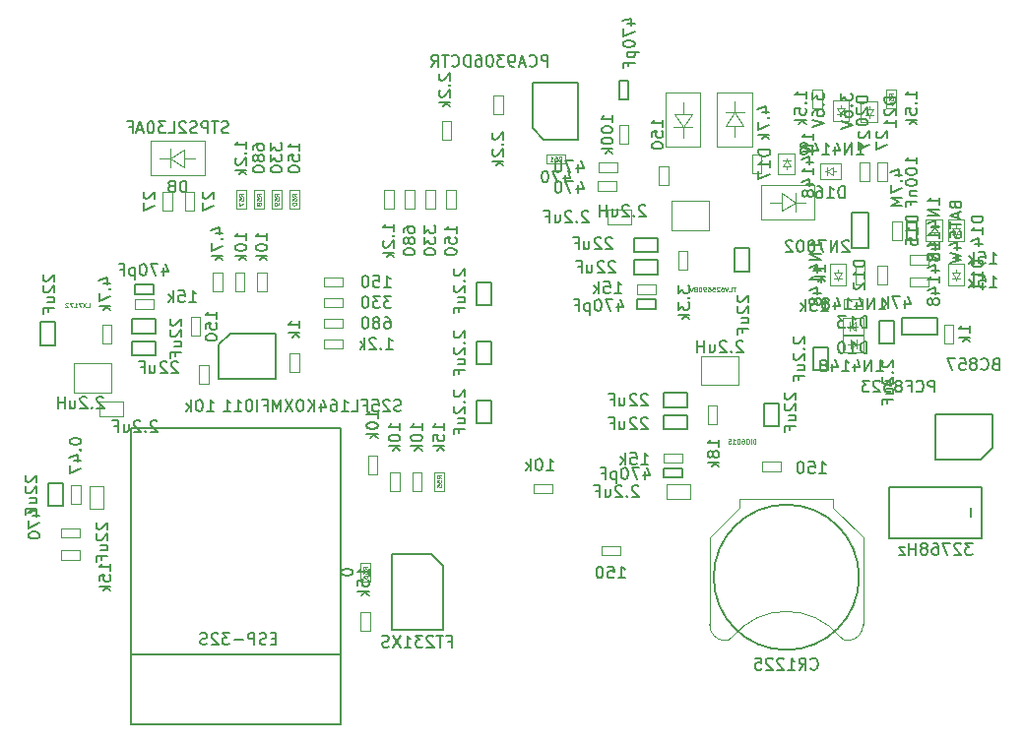
<source format=gbr>
G04 #@! TF.FileFunction,Other,Fab,Bot*
%FSLAX46Y46*%
G04 Gerber Fmt 4.6, Leading zero omitted, Abs format (unit mm)*
G04 Created by KiCad (PCBNEW 4.0.7+dfsg1-1) date Fri Nov 17 22:58:38 2017*
%MOMM*%
%LPD*%
G01*
G04 APERTURE LIST*
%ADD10C,0.100000*%
%ADD11C,0.150000*%
%ADD12C,0.075000*%
G04 APERTURE END LIST*
D10*
X103098000Y-99558000D02*
X103898000Y-99558000D01*
X103098000Y-97958000D02*
X103098000Y-99558000D01*
X103898000Y-97958000D02*
X103098000Y-97958000D01*
X103898000Y-99558000D02*
X103898000Y-97958000D01*
D11*
X126260434Y-112530338D02*
X108260434Y-112530338D01*
X108260434Y-118530338D02*
X108260434Y-93030338D01*
X126260434Y-118530338D02*
X126260434Y-93030338D01*
X126260434Y-93030338D02*
X108260434Y-93030338D01*
X126260434Y-118530338D02*
X108260434Y-118530338D01*
D10*
X154195000Y-64200000D02*
X154195000Y-68800000D01*
X154195000Y-68800000D02*
X157195000Y-68800000D01*
X157195000Y-64200000D02*
X154195000Y-64200000D01*
X157195000Y-64200000D02*
X157195000Y-68800000D01*
X155693980Y-67149440D02*
X155693980Y-68051140D01*
X155693980Y-65998820D02*
X155693980Y-65000600D01*
X156494080Y-67149440D02*
X154893880Y-67149440D01*
X154944680Y-65998820D02*
X156494080Y-65998820D01*
X155693980Y-67149440D02*
X154944680Y-65998820D01*
X155693980Y-67149440D02*
X156494080Y-65998820D01*
X153644000Y-72126000D02*
X154444000Y-72126000D01*
X153644000Y-70526000D02*
X153644000Y-72126000D01*
X154444000Y-70526000D02*
X153644000Y-70526000D01*
X154444000Y-72126000D02*
X154444000Y-70526000D01*
X160470000Y-89340000D02*
X160470000Y-86840000D01*
X157270000Y-89340000D02*
X160470000Y-89340000D01*
X157270000Y-86840000D02*
X157270000Y-89340000D01*
X160470000Y-86840000D02*
X157270000Y-86840000D01*
X103295000Y-87475000D02*
X103295000Y-89975000D01*
X106495000Y-87475000D02*
X103295000Y-87475000D01*
X106495000Y-89975000D02*
X106495000Y-87475000D01*
X103295000Y-89975000D02*
X106495000Y-89975000D01*
X157930000Y-76005000D02*
X157930000Y-73505000D01*
X154730000Y-76005000D02*
X157930000Y-76005000D01*
X154730000Y-73505000D02*
X154730000Y-76005000D01*
X157930000Y-73505000D02*
X154730000Y-73505000D01*
D11*
X101710000Y-83915000D02*
X100460000Y-83915000D01*
X101710000Y-85915000D02*
X101710000Y-83915000D01*
X100460000Y-85915000D02*
X101710000Y-85915000D01*
X100460000Y-83915000D02*
X100460000Y-85915000D01*
X154060000Y-90005000D02*
X154060000Y-91255000D01*
X156060000Y-90005000D02*
X154060000Y-90005000D01*
X156060000Y-91255000D02*
X156060000Y-90005000D01*
X154060000Y-91255000D02*
X156060000Y-91255000D01*
X154060000Y-91910000D02*
X154060000Y-93160000D01*
X156060000Y-91910000D02*
X154060000Y-91910000D01*
X156060000Y-93160000D02*
X156060000Y-91910000D01*
X154060000Y-93160000D02*
X156060000Y-93160000D01*
X162690000Y-92900000D02*
X163940000Y-92900000D01*
X162690000Y-90900000D02*
X162690000Y-92900000D01*
X163940000Y-90900000D02*
X162690000Y-90900000D01*
X163940000Y-92900000D02*
X163940000Y-90900000D01*
X151520000Y-78575000D02*
X151520000Y-79825000D01*
X153520000Y-78575000D02*
X151520000Y-78575000D01*
X153520000Y-79825000D02*
X153520000Y-78575000D01*
X151520000Y-79825000D02*
X153520000Y-79825000D01*
X151520000Y-76670000D02*
X151520000Y-77920000D01*
X153520000Y-76670000D02*
X151520000Y-76670000D01*
X153520000Y-77920000D02*
X153520000Y-76670000D01*
X151520000Y-77920000D02*
X153520000Y-77920000D01*
X160150000Y-79565000D02*
X161400000Y-79565000D01*
X160150000Y-77565000D02*
X160150000Y-79565000D01*
X161400000Y-77565000D02*
X160150000Y-77565000D01*
X161400000Y-79565000D02*
X161400000Y-77565000D01*
X110340000Y-84905000D02*
X110340000Y-83655000D01*
X108340000Y-84905000D02*
X110340000Y-84905000D01*
X108340000Y-83655000D02*
X108340000Y-84905000D01*
X110340000Y-83655000D02*
X108340000Y-83655000D01*
X110340000Y-86810000D02*
X110340000Y-85560000D01*
X108340000Y-86810000D02*
X110340000Y-86810000D01*
X108340000Y-85560000D02*
X108340000Y-86810000D01*
X110340000Y-85560000D02*
X108340000Y-85560000D01*
X172596000Y-85788000D02*
X173846000Y-85788000D01*
X172596000Y-83788000D02*
X172596000Y-85788000D01*
X173846000Y-83788000D02*
X172596000Y-83788000D01*
X173846000Y-85788000D02*
X173846000Y-83788000D01*
X177535000Y-83580000D02*
X174495000Y-83580000D01*
X174495000Y-84980000D02*
X174495000Y-83580000D01*
X177535000Y-84980000D02*
X177535000Y-83580000D01*
X177535000Y-84980000D02*
X174495000Y-84980000D01*
X170235000Y-74505000D02*
X170235000Y-77545000D01*
X171635000Y-77545000D02*
X170235000Y-77545000D01*
X171635000Y-74505000D02*
X170235000Y-74505000D01*
X171635000Y-74505000D02*
X171635000Y-77545000D01*
X154060000Y-96510000D02*
X154060000Y-97310000D01*
X155660000Y-96510000D02*
X154060000Y-96510000D01*
X155660000Y-97310000D02*
X155660000Y-96510000D01*
X154060000Y-97310000D02*
X155660000Y-97310000D01*
X151720000Y-81975000D02*
X151720000Y-82775000D01*
X153320000Y-81975000D02*
X151720000Y-81975000D01*
X153320000Y-82775000D02*
X153320000Y-81975000D01*
X151720000Y-82775000D02*
X153320000Y-82775000D01*
X110140000Y-81505000D02*
X110140000Y-80705000D01*
X108540000Y-81505000D02*
X110140000Y-81505000D01*
X108540000Y-80705000D02*
X108540000Y-81505000D01*
X110140000Y-80705000D02*
X108540000Y-80705000D01*
X175780000Y-75225000D02*
X174980000Y-75225000D01*
X175780000Y-76825000D02*
X175780000Y-75225000D01*
X174980000Y-76825000D02*
X175780000Y-76825000D01*
X174980000Y-75225000D02*
X174980000Y-76825000D01*
D10*
X169500000Y-81975000D02*
X169500000Y-82775000D01*
X171100000Y-81975000D02*
X169500000Y-81975000D01*
X171100000Y-82775000D02*
X171100000Y-81975000D01*
X169500000Y-82775000D02*
X171100000Y-82775000D01*
X172440000Y-80635000D02*
X173240000Y-80635000D01*
X172440000Y-79035000D02*
X172440000Y-80635000D01*
X173240000Y-79035000D02*
X172440000Y-79035000D01*
X173240000Y-80635000D02*
X173240000Y-79035000D01*
X176815000Y-80870000D02*
X176815000Y-80070000D01*
X175215000Y-80870000D02*
X176815000Y-80870000D01*
X175215000Y-80070000D02*
X175215000Y-80870000D01*
X176815000Y-80070000D02*
X175215000Y-80070000D01*
X174510000Y-75225000D02*
X173710000Y-75225000D01*
X174510000Y-76825000D02*
X174510000Y-75225000D01*
X173710000Y-76825000D02*
X174510000Y-76825000D01*
X173710000Y-75225000D02*
X173710000Y-76825000D01*
X178955000Y-84115000D02*
X178155000Y-84115000D01*
X178955000Y-85715000D02*
X178955000Y-84115000D01*
X178155000Y-85715000D02*
X178955000Y-85715000D01*
X178155000Y-84115000D02*
X178155000Y-85715000D01*
X114185000Y-83480000D02*
X113385000Y-83480000D01*
X114185000Y-85080000D02*
X114185000Y-83480000D01*
X113385000Y-85080000D02*
X114185000Y-85080000D01*
X113385000Y-83480000D02*
X113385000Y-85080000D01*
X170535000Y-80635000D02*
X171335000Y-80635000D01*
X170535000Y-79035000D02*
X170535000Y-80635000D01*
X171335000Y-79035000D02*
X170535000Y-79035000D01*
X171335000Y-80635000D02*
X171335000Y-79035000D01*
X128790000Y-108880000D02*
X127990000Y-108880000D01*
X128790000Y-110480000D02*
X128790000Y-108880000D01*
X127990000Y-110480000D02*
X128790000Y-110480000D01*
X127990000Y-108880000D02*
X127990000Y-110480000D01*
X150272000Y-103984000D02*
X150272000Y-103184000D01*
X148672000Y-103984000D02*
X150272000Y-103984000D01*
X148672000Y-103184000D02*
X148672000Y-103984000D01*
X150272000Y-103184000D02*
X148672000Y-103184000D01*
X176815000Y-78965000D02*
X176815000Y-78165000D01*
X175215000Y-78965000D02*
X176815000Y-78965000D01*
X175215000Y-78165000D02*
X175215000Y-78965000D01*
X176815000Y-78165000D02*
X175215000Y-78165000D01*
X154060000Y-95240000D02*
X154060000Y-96040000D01*
X155660000Y-95240000D02*
X154060000Y-95240000D01*
X155660000Y-96040000D02*
X155660000Y-95240000D01*
X154060000Y-96040000D02*
X155660000Y-96040000D01*
X110140000Y-82775000D02*
X110140000Y-81975000D01*
X108540000Y-82775000D02*
X110140000Y-82775000D01*
X108540000Y-81975000D02*
X108540000Y-82775000D01*
X110140000Y-81975000D02*
X108540000Y-81975000D01*
X151720000Y-80705000D02*
X151720000Y-81505000D01*
X153320000Y-80705000D02*
X151720000Y-80705000D01*
X153320000Y-81505000D02*
X153320000Y-80705000D01*
X151720000Y-81505000D02*
X153320000Y-81505000D01*
X158635000Y-91100000D02*
X157835000Y-91100000D01*
X158635000Y-92700000D02*
X158635000Y-91100000D01*
X157835000Y-92700000D02*
X158635000Y-92700000D01*
X157835000Y-91100000D02*
X157835000Y-92700000D01*
X105765000Y-85715000D02*
X106565000Y-85715000D01*
X105765000Y-84115000D02*
X105765000Y-85715000D01*
X106565000Y-84115000D02*
X105765000Y-84115000D01*
X106565000Y-85715000D02*
X106565000Y-84115000D01*
X156095000Y-77765000D02*
X155295000Y-77765000D01*
X156095000Y-79365000D02*
X156095000Y-77765000D01*
X155295000Y-79365000D02*
X156095000Y-79365000D01*
X155295000Y-77765000D02*
X155295000Y-79365000D01*
X126396000Y-86204000D02*
X126396000Y-85404000D01*
X124796000Y-86204000D02*
X126396000Y-86204000D01*
X124796000Y-85404000D02*
X124796000Y-86204000D01*
X126396000Y-85404000D02*
X124796000Y-85404000D01*
X126396000Y-84426000D02*
X126396000Y-83626000D01*
X124796000Y-84426000D02*
X126396000Y-84426000D01*
X124796000Y-83626000D02*
X124796000Y-84426000D01*
X126396000Y-83626000D02*
X124796000Y-83626000D01*
X126396000Y-82648000D02*
X126396000Y-81848000D01*
X124796000Y-82648000D02*
X126396000Y-82648000D01*
X124796000Y-81848000D02*
X124796000Y-82648000D01*
X126396000Y-81848000D02*
X124796000Y-81848000D01*
X126396000Y-80870000D02*
X126396000Y-80070000D01*
X124796000Y-80870000D02*
X126396000Y-80870000D01*
X124796000Y-80070000D02*
X124796000Y-80870000D01*
X126396000Y-80070000D02*
X124796000Y-80070000D01*
X130022000Y-74158000D02*
X130822000Y-74158000D01*
X130022000Y-72558000D02*
X130022000Y-74158000D01*
X130822000Y-72558000D02*
X130022000Y-72558000D01*
X130822000Y-74158000D02*
X130822000Y-72558000D01*
X131800000Y-74158000D02*
X132600000Y-74158000D01*
X131800000Y-72558000D02*
X131800000Y-74158000D01*
X132600000Y-72558000D02*
X131800000Y-72558000D01*
X132600000Y-74158000D02*
X132600000Y-72558000D01*
X133578000Y-74158000D02*
X134378000Y-74158000D01*
X133578000Y-72558000D02*
X133578000Y-74158000D01*
X134378000Y-72558000D02*
X133578000Y-72558000D01*
X134378000Y-74158000D02*
X134378000Y-72558000D01*
X135356000Y-74158000D02*
X136156000Y-74158000D01*
X135356000Y-72558000D02*
X135356000Y-74158000D01*
X136156000Y-72558000D02*
X135356000Y-72558000D01*
X136156000Y-74158000D02*
X136156000Y-72558000D01*
D11*
X150189600Y-64760000D02*
X150989600Y-64760000D01*
X150189600Y-63160000D02*
X150189600Y-64760000D01*
X150989600Y-63160000D02*
X150189600Y-63160000D01*
X150989600Y-64760000D02*
X150989600Y-63160000D01*
D10*
X161645000Y-71110000D02*
X162445000Y-71110000D01*
X161645000Y-69510000D02*
X161645000Y-71110000D01*
X162445000Y-69510000D02*
X161645000Y-69510000D01*
X162445000Y-71110000D02*
X162445000Y-69510000D01*
X139420000Y-66030000D02*
X140220000Y-66030000D01*
X139420000Y-64430000D02*
X139420000Y-66030000D01*
X140220000Y-64430000D02*
X139420000Y-64430000D01*
X140220000Y-66030000D02*
X140220000Y-64430000D01*
X134975000Y-68232000D02*
X135775000Y-68232000D01*
X134975000Y-66632000D02*
X134975000Y-68232000D01*
X135775000Y-66632000D02*
X134975000Y-66632000D01*
X135775000Y-68232000D02*
X135775000Y-66632000D01*
X150215000Y-68570000D02*
X151015000Y-68570000D01*
X150215000Y-66970000D02*
X150215000Y-68570000D01*
X151015000Y-66970000D02*
X150215000Y-66970000D01*
X151015000Y-68570000D02*
X151015000Y-66970000D01*
X149975000Y-72615000D02*
X149975000Y-71815000D01*
X148375000Y-72615000D02*
X149975000Y-72615000D01*
X148375000Y-71815000D02*
X148375000Y-72615000D01*
X149975000Y-71815000D02*
X148375000Y-71815000D01*
X150080000Y-71000000D02*
X150080000Y-70200000D01*
X148480000Y-71000000D02*
X150080000Y-71000000D01*
X148480000Y-70200000D02*
X148480000Y-71000000D01*
X150080000Y-70200000D02*
X148480000Y-70200000D01*
D11*
X134035000Y-103890000D02*
X130635000Y-103890000D01*
X130635000Y-103890000D02*
X130635000Y-110390000D01*
X130635000Y-110390000D02*
X135035000Y-110390000D01*
X135035000Y-110390000D02*
X135035000Y-104890000D01*
X135035000Y-104890000D02*
X134035000Y-103890000D01*
D10*
X119900000Y-79670000D02*
X119100000Y-79670000D01*
X119900000Y-81270000D02*
X119900000Y-79670000D01*
X119100000Y-81270000D02*
X119900000Y-81270000D01*
X119100000Y-79670000D02*
X119100000Y-81270000D01*
X114080000Y-89200000D02*
X114880000Y-89200000D01*
X114080000Y-87600000D02*
X114080000Y-89200000D01*
X114880000Y-87600000D02*
X114080000Y-87600000D01*
X114880000Y-89200000D02*
X114880000Y-87600000D01*
X128625000Y-96975000D02*
X129425000Y-96975000D01*
X128625000Y-95375000D02*
X128625000Y-96975000D01*
X129425000Y-95375000D02*
X128625000Y-95375000D01*
X129425000Y-96975000D02*
X129425000Y-95375000D01*
X117995000Y-79670000D02*
X117195000Y-79670000D01*
X117995000Y-81270000D02*
X117995000Y-79670000D01*
X117195000Y-81270000D02*
X117995000Y-81270000D01*
X117195000Y-79670000D02*
X117195000Y-81270000D01*
X122680000Y-86600000D02*
X121880000Y-86600000D01*
X122680000Y-88200000D02*
X122680000Y-86600000D01*
X121880000Y-88200000D02*
X122680000Y-88200000D01*
X121880000Y-86600000D02*
X121880000Y-88200000D01*
X116090000Y-79670000D02*
X115290000Y-79670000D01*
X116090000Y-81270000D02*
X116090000Y-79670000D01*
X115290000Y-81270000D02*
X116090000Y-81270000D01*
X115290000Y-79670000D02*
X115290000Y-81270000D01*
X144430000Y-98650000D02*
X144430000Y-97850000D01*
X142830000Y-98650000D02*
X144430000Y-98650000D01*
X142830000Y-97850000D02*
X142830000Y-98650000D01*
X144430000Y-97850000D02*
X142830000Y-97850000D01*
X132435000Y-98415000D02*
X133235000Y-98415000D01*
X132435000Y-96815000D02*
X132435000Y-98415000D01*
X133235000Y-96815000D02*
X132435000Y-96815000D01*
X133235000Y-98415000D02*
X133235000Y-96815000D01*
X130530000Y-98415000D02*
X131330000Y-98415000D01*
X130530000Y-96815000D02*
X130530000Y-98415000D01*
X131330000Y-96815000D02*
X130530000Y-96815000D01*
X131330000Y-98415000D02*
X131330000Y-96815000D01*
X102190000Y-103565000D02*
X102190000Y-104365000D01*
X103790000Y-103565000D02*
X102190000Y-103565000D01*
X103790000Y-104365000D02*
X103790000Y-103565000D01*
X102190000Y-104365000D02*
X103790000Y-104365000D01*
X103790000Y-102460000D02*
X103790000Y-101660000D01*
X102190000Y-102460000D02*
X103790000Y-102460000D01*
X102190000Y-101660000D02*
X102190000Y-102460000D01*
X103790000Y-101660000D02*
X102190000Y-101660000D01*
D11*
X166881000Y-88074000D02*
X168131000Y-88074000D01*
X166881000Y-86074000D02*
X166881000Y-88074000D01*
X168131000Y-86074000D02*
X166881000Y-86074000D01*
X168131000Y-88074000D02*
X168131000Y-86074000D01*
D10*
X164115000Y-96745000D02*
X164115000Y-95945000D01*
X162515000Y-96745000D02*
X164115000Y-96745000D01*
X162515000Y-95945000D02*
X162515000Y-96745000D01*
X164115000Y-95945000D02*
X162515000Y-95945000D01*
X166852000Y-65522000D02*
X167652000Y-65522000D01*
X166852000Y-63922000D02*
X166852000Y-65522000D01*
X167652000Y-63922000D02*
X166852000Y-63922000D01*
X167652000Y-65522000D02*
X167652000Y-63922000D01*
D11*
X139175000Y-90646000D02*
X137925000Y-90646000D01*
X139175000Y-92646000D02*
X139175000Y-90646000D01*
X137925000Y-92646000D02*
X139175000Y-92646000D01*
X137925000Y-90646000D02*
X137925000Y-92646000D01*
X137925000Y-82486000D02*
X139175000Y-82486000D01*
X137925000Y-80486000D02*
X137925000Y-82486000D01*
X139175000Y-80486000D02*
X137925000Y-80486000D01*
X139175000Y-82486000D02*
X139175000Y-80486000D01*
X139175000Y-85566000D02*
X137925000Y-85566000D01*
X139175000Y-87566000D02*
X139175000Y-85566000D01*
X137925000Y-87566000D02*
X139175000Y-87566000D01*
X137925000Y-85566000D02*
X137925000Y-87566000D01*
X102345000Y-97758000D02*
X101095000Y-97758000D01*
X102345000Y-99758000D02*
X102345000Y-97758000D01*
X101095000Y-99758000D02*
X102345000Y-99758000D01*
X101095000Y-97758000D02*
X101095000Y-99758000D01*
D10*
X112877000Y-74285000D02*
X113677000Y-74285000D01*
X112877000Y-72685000D02*
X112877000Y-74285000D01*
X113677000Y-72685000D02*
X112877000Y-72685000D01*
X113677000Y-74285000D02*
X113677000Y-72685000D01*
X110972000Y-74285000D02*
X111772000Y-74285000D01*
X110972000Y-72685000D02*
X110972000Y-74285000D01*
X111772000Y-72685000D02*
X110972000Y-72685000D01*
X111772000Y-74285000D02*
X111772000Y-72685000D01*
X172440000Y-71745000D02*
X173240000Y-71745000D01*
X172440000Y-70145000D02*
X172440000Y-71745000D01*
X173240000Y-70145000D02*
X172440000Y-70145000D01*
X173240000Y-71745000D02*
X173240000Y-70145000D01*
X170916000Y-71745000D02*
X171716000Y-71745000D01*
X170916000Y-70145000D02*
X170916000Y-71745000D01*
X171716000Y-70145000D02*
X170916000Y-70145000D01*
X171716000Y-71745000D02*
X171716000Y-70145000D01*
D11*
X181412000Y-98082000D02*
X181412000Y-102482000D01*
X173412000Y-98082000D02*
X181412000Y-98082000D01*
X173412000Y-102482000D02*
X173412000Y-98082000D01*
X181412000Y-102482000D02*
X173412000Y-102482000D01*
X180412000Y-99882000D02*
X180412000Y-100682000D01*
D10*
X104656000Y-100012000D02*
X105896000Y-100012000D01*
X104656000Y-98012000D02*
X104656000Y-100012000D01*
X105896000Y-98012000D02*
X104656000Y-98012000D01*
X105896000Y-100012000D02*
X105896000Y-98012000D01*
X114561000Y-68302000D02*
X109961000Y-68302000D01*
X109961000Y-68302000D02*
X109961000Y-71302000D01*
X114561000Y-71302000D02*
X114561000Y-68302000D01*
X114561000Y-71302000D02*
X109961000Y-71302000D01*
X111611560Y-69800980D02*
X110709860Y-69800980D01*
X112762180Y-69800980D02*
X113760400Y-69800980D01*
X111611560Y-70601080D02*
X111611560Y-69000880D01*
X112762180Y-69051680D02*
X112762180Y-70601080D01*
X111611560Y-69800980D02*
X112762180Y-69051680D01*
X111611560Y-69800980D02*
X112762180Y-70601080D01*
X162412000Y-75112000D02*
X167012000Y-75112000D01*
X167012000Y-75112000D02*
X167012000Y-72112000D01*
X162412000Y-72112000D02*
X162412000Y-75112000D01*
X162412000Y-72112000D02*
X167012000Y-72112000D01*
X165361440Y-73613020D02*
X166263140Y-73613020D01*
X164210820Y-73613020D02*
X163212600Y-73613020D01*
X165361440Y-72812920D02*
X165361440Y-74413120D01*
X164210820Y-74362320D02*
X164210820Y-72812920D01*
X165361440Y-73613020D02*
X164210820Y-74362320D01*
X165361440Y-73613020D02*
X164210820Y-72812920D01*
X161640000Y-68800000D02*
X161640000Y-64200000D01*
X161640000Y-64200000D02*
X158640000Y-64200000D01*
X158640000Y-68800000D02*
X161640000Y-68800000D01*
X158640000Y-68800000D02*
X158640000Y-64200000D01*
X160141020Y-65850560D02*
X160141020Y-64948860D01*
X160141020Y-67001180D02*
X160141020Y-67999400D01*
X159340920Y-65850560D02*
X160941120Y-65850560D01*
X160890320Y-67001180D02*
X159340920Y-67001180D01*
X160141020Y-65850560D02*
X160890320Y-67001180D01*
X160141020Y-65850560D02*
X159340920Y-67001180D01*
X154314000Y-97884000D02*
X154314000Y-99124000D01*
X156314000Y-97884000D02*
X154314000Y-97884000D01*
X156314000Y-99124000D02*
X156314000Y-97884000D01*
X154314000Y-99124000D02*
X156314000Y-99124000D01*
X107546000Y-92012000D02*
X107546000Y-90772000D01*
X105546000Y-92012000D02*
X107546000Y-92012000D01*
X105546000Y-90772000D02*
X105546000Y-92012000D01*
X107546000Y-90772000D02*
X105546000Y-90772000D01*
X151234000Y-75502000D02*
X151234000Y-74262000D01*
X149234000Y-75502000D02*
X151234000Y-75502000D01*
X149234000Y-74262000D02*
X149234000Y-75502000D01*
X151234000Y-74262000D02*
X149234000Y-74262000D01*
X173202000Y-65522000D02*
X174002000Y-65522000D01*
X173202000Y-63922000D02*
X173202000Y-65522000D01*
X174002000Y-63922000D02*
X173202000Y-63922000D01*
X174002000Y-65522000D02*
X174002000Y-63922000D01*
X135140000Y-96815000D02*
X134340000Y-96815000D01*
X135140000Y-98415000D02*
X135140000Y-96815000D01*
X134340000Y-98415000D02*
X135140000Y-98415000D01*
X134340000Y-96815000D02*
X134340000Y-98415000D01*
D11*
X170835000Y-105870000D02*
G75*
G03X170835000Y-105870000I-6250000J0D01*
G01*
D10*
X159206987Y-111317558D02*
G75*
G03X159985000Y-110970000I88013J847558D01*
G01*
X169963013Y-111317558D02*
G75*
G02X169185000Y-110970000I-88013J847558D01*
G01*
X159977095Y-110979589D02*
G75*
G02X169185000Y-110970000I4607905J-3790411D01*
G01*
X157985000Y-109920000D02*
G75*
G03X159285000Y-111320000I1350000J-50000D01*
G01*
X171185000Y-109920000D02*
G75*
G02X169885000Y-111320000I-1350000J-50000D01*
G01*
X157985000Y-102470000D02*
X157985000Y-109970000D01*
X171185000Y-102470000D02*
X171185000Y-109970000D01*
X160585000Y-99870000D02*
X157985000Y-102470000D01*
X168585000Y-99870000D02*
X171185000Y-102470000D01*
X160585000Y-99170000D02*
X160585000Y-99870000D01*
X168585000Y-99170000D02*
X168585000Y-99870000D01*
X168585000Y-99170000D02*
X160585000Y-99170000D01*
X169284000Y-65538000D02*
X169284000Y-65288000D01*
X168934000Y-65538000D02*
X169284000Y-66038000D01*
X169634000Y-65538000D02*
X168934000Y-65538000D01*
X169284000Y-66038000D02*
X169634000Y-65538000D01*
X169284000Y-66038000D02*
X169284000Y-66238000D01*
X169634000Y-66038000D02*
X168934000Y-66038000D01*
X168584000Y-66638000D02*
X169984000Y-66638000D01*
X168584000Y-64838000D02*
X168584000Y-66638000D01*
X169984000Y-64838000D02*
X168584000Y-64838000D01*
X169984000Y-66638000D02*
X169984000Y-64838000D01*
X171697000Y-65631000D02*
X171697000Y-65381000D01*
X171347000Y-65631000D02*
X171697000Y-66131000D01*
X172047000Y-65631000D02*
X171347000Y-65631000D01*
X171697000Y-66131000D02*
X172047000Y-65631000D01*
X171697000Y-66131000D02*
X171697000Y-66331000D01*
X172047000Y-66131000D02*
X171347000Y-66131000D01*
X170997000Y-66731000D02*
X172397000Y-66731000D01*
X170997000Y-64931000D02*
X170997000Y-66731000D01*
X172397000Y-64931000D02*
X170997000Y-64931000D01*
X172397000Y-66731000D02*
X172397000Y-64931000D01*
X170500000Y-84280000D02*
X170750000Y-84280000D01*
X170500000Y-83930000D02*
X170000000Y-84280000D01*
X170500000Y-84630000D02*
X170500000Y-83930000D01*
X170000000Y-84280000D02*
X170500000Y-84630000D01*
X170000000Y-84280000D02*
X169800000Y-84280000D01*
X170000000Y-84630000D02*
X170000000Y-83930000D01*
X169400000Y-83580000D02*
X169400000Y-84980000D01*
X171200000Y-83580000D02*
X169400000Y-83580000D01*
X171200000Y-84980000D02*
X171200000Y-83580000D01*
X169400000Y-84980000D02*
X171200000Y-84980000D01*
X179190000Y-79635000D02*
X179190000Y-79385000D01*
X178840000Y-79635000D02*
X179190000Y-80135000D01*
X179540000Y-79635000D02*
X178840000Y-79635000D01*
X179190000Y-80135000D02*
X179540000Y-79635000D01*
X179190000Y-80135000D02*
X179190000Y-80335000D01*
X179540000Y-80135000D02*
X178840000Y-80135000D01*
X178490000Y-80735000D02*
X179890000Y-80735000D01*
X178490000Y-78935000D02*
X178490000Y-80735000D01*
X179890000Y-78935000D02*
X178490000Y-78935000D01*
X179890000Y-80735000D02*
X179890000Y-78935000D01*
X169030000Y-79635000D02*
X169030000Y-79385000D01*
X168680000Y-79635000D02*
X169030000Y-80135000D01*
X169380000Y-79635000D02*
X168680000Y-79635000D01*
X169030000Y-80135000D02*
X169380000Y-79635000D01*
X169030000Y-80135000D02*
X169030000Y-80335000D01*
X169380000Y-80135000D02*
X168680000Y-80135000D01*
X168330000Y-80735000D02*
X169730000Y-80735000D01*
X168330000Y-78935000D02*
X168330000Y-80735000D01*
X169730000Y-78935000D02*
X168330000Y-78935000D01*
X169730000Y-80735000D02*
X169730000Y-78935000D01*
X170100000Y-85804000D02*
X169850000Y-85804000D01*
X170100000Y-86154000D02*
X170600000Y-85804000D01*
X170100000Y-85454000D02*
X170100000Y-86154000D01*
X170600000Y-85804000D02*
X170100000Y-85454000D01*
X170600000Y-85804000D02*
X170800000Y-85804000D01*
X170600000Y-85454000D02*
X170600000Y-86154000D01*
X171200000Y-86504000D02*
X171200000Y-85104000D01*
X169400000Y-86504000D02*
X171200000Y-86504000D01*
X169400000Y-85104000D02*
X169400000Y-86504000D01*
X171200000Y-85104000D02*
X169400000Y-85104000D01*
X179190000Y-75825000D02*
X179190000Y-75575000D01*
X178840000Y-75825000D02*
X179190000Y-76325000D01*
X179540000Y-75825000D02*
X178840000Y-75825000D01*
X179190000Y-76325000D02*
X179540000Y-75825000D01*
X179190000Y-76325000D02*
X179190000Y-76525000D01*
X179540000Y-76325000D02*
X178840000Y-76325000D01*
X178490000Y-76925000D02*
X179890000Y-76925000D01*
X178490000Y-75125000D02*
X178490000Y-76925000D01*
X179890000Y-75125000D02*
X178490000Y-75125000D01*
X179890000Y-76925000D02*
X179890000Y-75125000D01*
X177285000Y-76225000D02*
X177285000Y-76475000D01*
X177635000Y-76225000D02*
X177285000Y-75725000D01*
X176935000Y-76225000D02*
X177635000Y-76225000D01*
X177285000Y-75725000D02*
X176935000Y-76225000D01*
X177285000Y-75725000D02*
X177285000Y-75525000D01*
X176935000Y-75725000D02*
X177635000Y-75725000D01*
X177985000Y-75125000D02*
X176585000Y-75125000D01*
X177985000Y-76925000D02*
X177985000Y-75125000D01*
X176585000Y-76925000D02*
X177985000Y-76925000D01*
X176585000Y-75125000D02*
X176585000Y-76925000D01*
X168595000Y-70945000D02*
X168845000Y-70945000D01*
X168595000Y-70595000D02*
X168095000Y-70945000D01*
X168595000Y-71295000D02*
X168595000Y-70595000D01*
X168095000Y-70945000D02*
X168595000Y-71295000D01*
X168095000Y-70945000D02*
X167895000Y-70945000D01*
X168095000Y-71295000D02*
X168095000Y-70595000D01*
X167495000Y-70245000D02*
X167495000Y-71645000D01*
X169295000Y-70245000D02*
X167495000Y-70245000D01*
X169295000Y-71645000D02*
X169295000Y-70245000D01*
X167495000Y-71645000D02*
X169295000Y-71645000D01*
X164585000Y-70510000D02*
X164585000Y-70760000D01*
X164935000Y-70510000D02*
X164585000Y-70010000D01*
X164235000Y-70510000D02*
X164935000Y-70510000D01*
X164585000Y-70010000D02*
X164235000Y-70510000D01*
X164585000Y-70010000D02*
X164585000Y-69810000D01*
X164235000Y-70010000D02*
X164935000Y-70010000D01*
X165285000Y-69410000D02*
X163885000Y-69410000D01*
X165285000Y-71210000D02*
X165285000Y-69410000D01*
X163885000Y-71210000D02*
X165285000Y-71210000D01*
X163885000Y-69410000D02*
X163885000Y-71210000D01*
X127990000Y-106246000D02*
X128790000Y-106246000D01*
X127990000Y-104646000D02*
X127990000Y-106246000D01*
X128790000Y-104646000D02*
X127990000Y-104646000D01*
X128790000Y-106246000D02*
X128790000Y-104646000D01*
X117322000Y-74158000D02*
X118122000Y-74158000D01*
X117322000Y-72558000D02*
X117322000Y-74158000D01*
X118122000Y-72558000D02*
X117322000Y-72558000D01*
X118122000Y-74158000D02*
X118122000Y-72558000D01*
X118846000Y-74158000D02*
X119646000Y-74158000D01*
X118846000Y-72558000D02*
X118846000Y-74158000D01*
X119646000Y-72558000D02*
X118846000Y-72558000D01*
X119646000Y-74158000D02*
X119646000Y-72558000D01*
X120370000Y-74158000D02*
X121170000Y-74158000D01*
X120370000Y-72558000D02*
X120370000Y-74158000D01*
X121170000Y-72558000D02*
X120370000Y-72558000D01*
X121170000Y-74158000D02*
X121170000Y-72558000D01*
X121894000Y-74158000D02*
X122694000Y-74158000D01*
X121894000Y-72558000D02*
X121894000Y-74158000D01*
X122694000Y-72558000D02*
X121894000Y-72558000D01*
X122694000Y-74158000D02*
X122694000Y-72558000D01*
X145580000Y-70300000D02*
X145580000Y-69500000D01*
X143980000Y-70300000D02*
X145580000Y-70300000D01*
X143980000Y-69500000D02*
X143980000Y-70300000D01*
X145580000Y-69500000D02*
X143980000Y-69500000D01*
D11*
X182275000Y-94755000D02*
X182275000Y-91855000D01*
X182275000Y-91855000D02*
X177375000Y-91855000D01*
X177375000Y-91855000D02*
X177375000Y-95755000D01*
X177375000Y-95755000D02*
X181275000Y-95755000D01*
X181275000Y-95755000D02*
X182275000Y-94755000D01*
X143730000Y-68251500D02*
X146630000Y-68251500D01*
X146630000Y-68251500D02*
X146630000Y-63351500D01*
X146630000Y-63351500D02*
X142730000Y-63351500D01*
X142730000Y-63351500D02*
X142730000Y-67251500D01*
X142730000Y-67251500D02*
X143730000Y-68251500D01*
X115780000Y-85870000D02*
X115780000Y-88770000D01*
X115780000Y-88770000D02*
X120680000Y-88770000D01*
X120680000Y-88770000D02*
X120680000Y-84870000D01*
X120680000Y-84870000D02*
X116780000Y-84870000D01*
X116780000Y-84870000D02*
X115780000Y-85870000D01*
X102950381Y-94133905D02*
X102950381Y-94229144D01*
X102998000Y-94324382D01*
X103045619Y-94372001D01*
X103140857Y-94419620D01*
X103331333Y-94467239D01*
X103569429Y-94467239D01*
X103759905Y-94419620D01*
X103855143Y-94372001D01*
X103902762Y-94324382D01*
X103950381Y-94229144D01*
X103950381Y-94133905D01*
X103902762Y-94038667D01*
X103855143Y-93991048D01*
X103759905Y-93943429D01*
X103569429Y-93895810D01*
X103331333Y-93895810D01*
X103140857Y-93943429D01*
X103045619Y-93991048D01*
X102998000Y-94038667D01*
X102950381Y-94133905D01*
X103855143Y-94895810D02*
X103902762Y-94943429D01*
X103950381Y-94895810D01*
X103902762Y-94848191D01*
X103855143Y-94895810D01*
X103950381Y-94895810D01*
X103283714Y-95800572D02*
X103950381Y-95800572D01*
X102902762Y-95562476D02*
X103617048Y-95324381D01*
X103617048Y-95943429D01*
X102950381Y-96229143D02*
X102950381Y-96895810D01*
X103950381Y-96467238D01*
X120706095Y-111132571D02*
X120372761Y-111132571D01*
X120229904Y-111656381D02*
X120706095Y-111656381D01*
X120706095Y-110656381D01*
X120229904Y-110656381D01*
X119848952Y-111608762D02*
X119706095Y-111656381D01*
X119467999Y-111656381D01*
X119372761Y-111608762D01*
X119325142Y-111561143D01*
X119277523Y-111465905D01*
X119277523Y-111370667D01*
X119325142Y-111275429D01*
X119372761Y-111227810D01*
X119467999Y-111180190D01*
X119658476Y-111132571D01*
X119753714Y-111084952D01*
X119801333Y-111037333D01*
X119848952Y-110942095D01*
X119848952Y-110846857D01*
X119801333Y-110751619D01*
X119753714Y-110704000D01*
X119658476Y-110656381D01*
X119420380Y-110656381D01*
X119277523Y-110704000D01*
X118848952Y-111656381D02*
X118848952Y-110656381D01*
X118467999Y-110656381D01*
X118372761Y-110704000D01*
X118325142Y-110751619D01*
X118277523Y-110846857D01*
X118277523Y-110989714D01*
X118325142Y-111084952D01*
X118372761Y-111132571D01*
X118467999Y-111180190D01*
X118848952Y-111180190D01*
X117848952Y-111275429D02*
X117087047Y-111275429D01*
X116706095Y-110656381D02*
X116087047Y-110656381D01*
X116420381Y-111037333D01*
X116277523Y-111037333D01*
X116182285Y-111084952D01*
X116134666Y-111132571D01*
X116087047Y-111227810D01*
X116087047Y-111465905D01*
X116134666Y-111561143D01*
X116182285Y-111608762D01*
X116277523Y-111656381D01*
X116563238Y-111656381D01*
X116658476Y-111608762D01*
X116706095Y-111561143D01*
X115706095Y-110751619D02*
X115658476Y-110704000D01*
X115563238Y-110656381D01*
X115325142Y-110656381D01*
X115229904Y-110704000D01*
X115182285Y-110751619D01*
X115134666Y-110846857D01*
X115134666Y-110942095D01*
X115182285Y-111084952D01*
X115753714Y-111656381D01*
X115134666Y-111656381D01*
X114753714Y-111608762D02*
X114610857Y-111656381D01*
X114372761Y-111656381D01*
X114277523Y-111608762D01*
X114229904Y-111561143D01*
X114182285Y-111465905D01*
X114182285Y-111370667D01*
X114229904Y-111275429D01*
X114277523Y-111227810D01*
X114372761Y-111180190D01*
X114563238Y-111132571D01*
X114658476Y-111084952D01*
X114706095Y-111037333D01*
X114753714Y-110942095D01*
X114753714Y-110846857D01*
X114706095Y-110751619D01*
X114658476Y-110704000D01*
X114563238Y-110656381D01*
X114325142Y-110656381D01*
X114182285Y-110704000D01*
X153988381Y-67103334D02*
X153988381Y-66531905D01*
X153988381Y-66817619D02*
X152988381Y-66817619D01*
X153131238Y-66722381D01*
X153226476Y-66627143D01*
X153274095Y-66531905D01*
X152988381Y-68008096D02*
X152988381Y-67531905D01*
X153464571Y-67484286D01*
X153416952Y-67531905D01*
X153369333Y-67627143D01*
X153369333Y-67865239D01*
X153416952Y-67960477D01*
X153464571Y-68008096D01*
X153559810Y-68055715D01*
X153797905Y-68055715D01*
X153893143Y-68008096D01*
X153940762Y-67960477D01*
X153988381Y-67865239D01*
X153988381Y-67627143D01*
X153940762Y-67531905D01*
X153893143Y-67484286D01*
X152988381Y-68674762D02*
X152988381Y-68770001D01*
X153036000Y-68865239D01*
X153083619Y-68912858D01*
X153178857Y-68960477D01*
X153369333Y-69008096D01*
X153607429Y-69008096D01*
X153797905Y-68960477D01*
X153893143Y-68912858D01*
X153940762Y-68865239D01*
X153988381Y-68770001D01*
X153988381Y-68674762D01*
X153940762Y-68579524D01*
X153893143Y-68531905D01*
X153797905Y-68484286D01*
X153607429Y-68436667D01*
X153369333Y-68436667D01*
X153178857Y-68484286D01*
X153083619Y-68531905D01*
X153036000Y-68579524D01*
X152988381Y-68674762D01*
X160846190Y-85605619D02*
X160798571Y-85558000D01*
X160703333Y-85510381D01*
X160465237Y-85510381D01*
X160369999Y-85558000D01*
X160322380Y-85605619D01*
X160274761Y-85700857D01*
X160274761Y-85796095D01*
X160322380Y-85938952D01*
X160893809Y-86510381D01*
X160274761Y-86510381D01*
X159846190Y-86415143D02*
X159798571Y-86462762D01*
X159846190Y-86510381D01*
X159893809Y-86462762D01*
X159846190Y-86415143D01*
X159846190Y-86510381D01*
X159417619Y-85605619D02*
X159370000Y-85558000D01*
X159274762Y-85510381D01*
X159036666Y-85510381D01*
X158941428Y-85558000D01*
X158893809Y-85605619D01*
X158846190Y-85700857D01*
X158846190Y-85796095D01*
X158893809Y-85938952D01*
X159465238Y-86510381D01*
X158846190Y-86510381D01*
X157989047Y-85843714D02*
X157989047Y-86510381D01*
X158417619Y-85843714D02*
X158417619Y-86367524D01*
X158370000Y-86462762D01*
X158274762Y-86510381D01*
X158131904Y-86510381D01*
X158036666Y-86462762D01*
X157989047Y-86415143D01*
X157512857Y-86510381D02*
X157512857Y-85510381D01*
X157512857Y-85986571D02*
X156941428Y-85986571D01*
X156941428Y-86510381D02*
X156941428Y-85510381D01*
D10*
X161946428Y-94366952D02*
X161946428Y-93966952D01*
X161851190Y-93966952D01*
X161794047Y-93986000D01*
X161755952Y-94024095D01*
X161736904Y-94062190D01*
X161717856Y-94138381D01*
X161717856Y-94195524D01*
X161736904Y-94271714D01*
X161755952Y-94309810D01*
X161794047Y-94347905D01*
X161851190Y-94366952D01*
X161946428Y-94366952D01*
X161546428Y-94366952D02*
X161546428Y-93966952D01*
X161279761Y-93966952D02*
X161203571Y-93966952D01*
X161165476Y-93986000D01*
X161127380Y-94024095D01*
X161108333Y-94100286D01*
X161108333Y-94233619D01*
X161127380Y-94309810D01*
X161165476Y-94347905D01*
X161203571Y-94366952D01*
X161279761Y-94366952D01*
X161317857Y-94347905D01*
X161355952Y-94309810D01*
X161375000Y-94233619D01*
X161375000Y-94100286D01*
X161355952Y-94024095D01*
X161317857Y-93986000D01*
X161279761Y-93966952D01*
X160765475Y-93966952D02*
X160841666Y-93966952D01*
X160879761Y-93986000D01*
X160898809Y-94005048D01*
X160936904Y-94062190D01*
X160955952Y-94138381D01*
X160955952Y-94290762D01*
X160936904Y-94328857D01*
X160917856Y-94347905D01*
X160879761Y-94366952D01*
X160803571Y-94366952D01*
X160765475Y-94347905D01*
X160746428Y-94328857D01*
X160727380Y-94290762D01*
X160727380Y-94195524D01*
X160746428Y-94157429D01*
X160765475Y-94138381D01*
X160803571Y-94119333D01*
X160879761Y-94119333D01*
X160917856Y-94138381D01*
X160936904Y-94157429D01*
X160955952Y-94195524D01*
X160479761Y-93966952D02*
X160441666Y-93966952D01*
X160403571Y-93986000D01*
X160384523Y-94005048D01*
X160365476Y-94043143D01*
X160346428Y-94119333D01*
X160346428Y-94214571D01*
X160365476Y-94290762D01*
X160384523Y-94328857D01*
X160403571Y-94347905D01*
X160441666Y-94366952D01*
X160479761Y-94366952D01*
X160517857Y-94347905D01*
X160536904Y-94328857D01*
X160555952Y-94290762D01*
X160575000Y-94214571D01*
X160575000Y-94119333D01*
X160555952Y-94043143D01*
X160536904Y-94005048D01*
X160517857Y-93986000D01*
X160479761Y-93966952D01*
X159965476Y-94366952D02*
X160194048Y-94366952D01*
X160079762Y-94366952D02*
X160079762Y-93966952D01*
X160117857Y-94024095D01*
X160155952Y-94062190D01*
X160194048Y-94081238D01*
X159603572Y-93966952D02*
X159794048Y-93966952D01*
X159813096Y-94157429D01*
X159794048Y-94138381D01*
X159755953Y-94119333D01*
X159660715Y-94119333D01*
X159622619Y-94138381D01*
X159603572Y-94157429D01*
X159584524Y-94195524D01*
X159584524Y-94290762D01*
X159603572Y-94328857D01*
X159622619Y-94347905D01*
X159660715Y-94366952D01*
X159755953Y-94366952D01*
X159794048Y-94347905D01*
X159813096Y-94328857D01*
D11*
X105855190Y-90431619D02*
X105807571Y-90384000D01*
X105712333Y-90336381D01*
X105474237Y-90336381D01*
X105378999Y-90384000D01*
X105331380Y-90431619D01*
X105283761Y-90526857D01*
X105283761Y-90622095D01*
X105331380Y-90764952D01*
X105902809Y-91336381D01*
X105283761Y-91336381D01*
X104855190Y-91241143D02*
X104807571Y-91288762D01*
X104855190Y-91336381D01*
X104902809Y-91288762D01*
X104855190Y-91241143D01*
X104855190Y-91336381D01*
X104426619Y-90431619D02*
X104379000Y-90384000D01*
X104283762Y-90336381D01*
X104045666Y-90336381D01*
X103950428Y-90384000D01*
X103902809Y-90431619D01*
X103855190Y-90526857D01*
X103855190Y-90622095D01*
X103902809Y-90764952D01*
X104474238Y-91336381D01*
X103855190Y-91336381D01*
X102998047Y-90669714D02*
X102998047Y-91336381D01*
X103426619Y-90669714D02*
X103426619Y-91193524D01*
X103379000Y-91288762D01*
X103283762Y-91336381D01*
X103140904Y-91336381D01*
X103045666Y-91288762D01*
X102998047Y-91241143D01*
X102521857Y-91336381D02*
X102521857Y-90336381D01*
X102521857Y-90812571D02*
X101950428Y-90812571D01*
X101950428Y-91336381D02*
X101950428Y-90336381D01*
D10*
X104453571Y-82652952D02*
X104644047Y-82652952D01*
X104644047Y-82252952D01*
X104358332Y-82252952D02*
X104091665Y-82652952D01*
X104091665Y-82252952D02*
X104358332Y-82652952D01*
X103977380Y-82252952D02*
X103710713Y-82252952D01*
X103882142Y-82652952D01*
X103348809Y-82652952D02*
X103577381Y-82652952D01*
X103463095Y-82652952D02*
X103463095Y-82252952D01*
X103501190Y-82310095D01*
X103539285Y-82348190D01*
X103577381Y-82367238D01*
X103215476Y-82252952D02*
X102948809Y-82252952D01*
X103120238Y-82652952D01*
X102815477Y-82291048D02*
X102796429Y-82272000D01*
X102758334Y-82252952D01*
X102663096Y-82252952D01*
X102625000Y-82272000D01*
X102605953Y-82291048D01*
X102586905Y-82329143D01*
X102586905Y-82367238D01*
X102605953Y-82424381D01*
X102834524Y-82652952D01*
X102586905Y-82652952D01*
D11*
X152464190Y-73921619D02*
X152416571Y-73874000D01*
X152321333Y-73826381D01*
X152083237Y-73826381D01*
X151987999Y-73874000D01*
X151940380Y-73921619D01*
X151892761Y-74016857D01*
X151892761Y-74112095D01*
X151940380Y-74254952D01*
X152511809Y-74826381D01*
X151892761Y-74826381D01*
X151464190Y-74731143D02*
X151416571Y-74778762D01*
X151464190Y-74826381D01*
X151511809Y-74778762D01*
X151464190Y-74731143D01*
X151464190Y-74826381D01*
X151035619Y-73921619D02*
X150988000Y-73874000D01*
X150892762Y-73826381D01*
X150654666Y-73826381D01*
X150559428Y-73874000D01*
X150511809Y-73921619D01*
X150464190Y-74016857D01*
X150464190Y-74112095D01*
X150511809Y-74254952D01*
X151083238Y-74826381D01*
X150464190Y-74826381D01*
X149607047Y-74159714D02*
X149607047Y-74826381D01*
X150035619Y-74159714D02*
X150035619Y-74683524D01*
X149988000Y-74778762D01*
X149892762Y-74826381D01*
X149749904Y-74826381D01*
X149654666Y-74778762D01*
X149607047Y-74731143D01*
X149130857Y-74826381D02*
X149130857Y-73826381D01*
X149130857Y-74302571D02*
X148559428Y-74302571D01*
X148559428Y-74826381D02*
X148559428Y-73826381D01*
D10*
X160206428Y-80885952D02*
X159977856Y-80885952D01*
X160092142Y-81285952D02*
X160092142Y-80885952D01*
X159654047Y-81285952D02*
X159844523Y-81285952D01*
X159844523Y-80885952D01*
X159577856Y-80885952D02*
X159444522Y-81285952D01*
X159311189Y-80885952D01*
X159006427Y-80885952D02*
X159082618Y-80885952D01*
X159120713Y-80905000D01*
X159139761Y-80924048D01*
X159177856Y-80981190D01*
X159196904Y-81057381D01*
X159196904Y-81209762D01*
X159177856Y-81247857D01*
X159158808Y-81266905D01*
X159120713Y-81285952D01*
X159044523Y-81285952D01*
X159006427Y-81266905D01*
X158987380Y-81247857D01*
X158968332Y-81209762D01*
X158968332Y-81114524D01*
X158987380Y-81076429D01*
X159006427Y-81057381D01*
X159044523Y-81038333D01*
X159120713Y-81038333D01*
X159158808Y-81057381D01*
X159177856Y-81076429D01*
X159196904Y-81114524D01*
X158815952Y-80924048D02*
X158796904Y-80905000D01*
X158758809Y-80885952D01*
X158663571Y-80885952D01*
X158625475Y-80905000D01*
X158606428Y-80924048D01*
X158587380Y-80962143D01*
X158587380Y-81000238D01*
X158606428Y-81057381D01*
X158834999Y-81285952D01*
X158587380Y-81285952D01*
X158225476Y-80885952D02*
X158415952Y-80885952D01*
X158435000Y-81076429D01*
X158415952Y-81057381D01*
X158377857Y-81038333D01*
X158282619Y-81038333D01*
X158244523Y-81057381D01*
X158225476Y-81076429D01*
X158206428Y-81114524D01*
X158206428Y-81209762D01*
X158225476Y-81247857D01*
X158244523Y-81266905D01*
X158282619Y-81285952D01*
X158377857Y-81285952D01*
X158415952Y-81266905D01*
X158435000Y-81247857D01*
X157863571Y-80885952D02*
X157939762Y-80885952D01*
X157977857Y-80905000D01*
X157996905Y-80924048D01*
X158035000Y-80981190D01*
X158054048Y-81057381D01*
X158054048Y-81209762D01*
X158035000Y-81247857D01*
X158015952Y-81266905D01*
X157977857Y-81285952D01*
X157901667Y-81285952D01*
X157863571Y-81266905D01*
X157844524Y-81247857D01*
X157825476Y-81209762D01*
X157825476Y-81114524D01*
X157844524Y-81076429D01*
X157863571Y-81057381D01*
X157901667Y-81038333D01*
X157977857Y-81038333D01*
X158015952Y-81057381D01*
X158035000Y-81076429D01*
X158054048Y-81114524D01*
X157635000Y-81285952D02*
X157558810Y-81285952D01*
X157520715Y-81266905D01*
X157501667Y-81247857D01*
X157463572Y-81190714D01*
X157444524Y-81114524D01*
X157444524Y-80962143D01*
X157463572Y-80924048D01*
X157482619Y-80905000D01*
X157520715Y-80885952D01*
X157596905Y-80885952D01*
X157635000Y-80905000D01*
X157654048Y-80924048D01*
X157673096Y-80962143D01*
X157673096Y-81057381D01*
X157654048Y-81095476D01*
X157635000Y-81114524D01*
X157596905Y-81133571D01*
X157520715Y-81133571D01*
X157482619Y-81114524D01*
X157463572Y-81095476D01*
X157444524Y-81057381D01*
X157273096Y-81285952D02*
X157273096Y-80885952D01*
X157177858Y-80885952D01*
X157120715Y-80905000D01*
X157082620Y-80943095D01*
X157063572Y-80981190D01*
X157044524Y-81057381D01*
X157044524Y-81114524D01*
X157063572Y-81190714D01*
X157082620Y-81228810D01*
X157120715Y-81266905D01*
X157177858Y-81285952D01*
X157273096Y-81285952D01*
X156739763Y-81076429D02*
X156682620Y-81095476D01*
X156663572Y-81114524D01*
X156644524Y-81152619D01*
X156644524Y-81209762D01*
X156663572Y-81247857D01*
X156682620Y-81266905D01*
X156720715Y-81285952D01*
X156873096Y-81285952D01*
X156873096Y-80885952D01*
X156739763Y-80885952D01*
X156701667Y-80905000D01*
X156682620Y-80924048D01*
X156663572Y-80962143D01*
X156663572Y-81000238D01*
X156682620Y-81038333D01*
X156701667Y-81057381D01*
X156739763Y-81076429D01*
X156873096Y-81076429D01*
X156530239Y-80885952D02*
X156396905Y-81285952D01*
X156263572Y-80885952D01*
D11*
X100759619Y-79843143D02*
X100712000Y-79890762D01*
X100664381Y-79986000D01*
X100664381Y-80224096D01*
X100712000Y-80319334D01*
X100759619Y-80366953D01*
X100854857Y-80414572D01*
X100950095Y-80414572D01*
X101092952Y-80366953D01*
X101664381Y-79795524D01*
X101664381Y-80414572D01*
X100759619Y-80795524D02*
X100712000Y-80843143D01*
X100664381Y-80938381D01*
X100664381Y-81176477D01*
X100712000Y-81271715D01*
X100759619Y-81319334D01*
X100854857Y-81366953D01*
X100950095Y-81366953D01*
X101092952Y-81319334D01*
X101664381Y-80747905D01*
X101664381Y-81366953D01*
X100997714Y-82224096D02*
X101664381Y-82224096D01*
X100997714Y-81795524D02*
X101521524Y-81795524D01*
X101616762Y-81843143D01*
X101664381Y-81938381D01*
X101664381Y-82081239D01*
X101616762Y-82176477D01*
X101569143Y-82224096D01*
X101140571Y-83033620D02*
X101140571Y-82700286D01*
X101664381Y-82700286D02*
X100664381Y-82700286D01*
X100664381Y-83176477D01*
X152638857Y-90177619D02*
X152591238Y-90130000D01*
X152496000Y-90082381D01*
X152257904Y-90082381D01*
X152162666Y-90130000D01*
X152115047Y-90177619D01*
X152067428Y-90272857D01*
X152067428Y-90368095D01*
X152115047Y-90510952D01*
X152686476Y-91082381D01*
X152067428Y-91082381D01*
X151686476Y-90177619D02*
X151638857Y-90130000D01*
X151543619Y-90082381D01*
X151305523Y-90082381D01*
X151210285Y-90130000D01*
X151162666Y-90177619D01*
X151115047Y-90272857D01*
X151115047Y-90368095D01*
X151162666Y-90510952D01*
X151734095Y-91082381D01*
X151115047Y-91082381D01*
X150257904Y-90415714D02*
X150257904Y-91082381D01*
X150686476Y-90415714D02*
X150686476Y-90939524D01*
X150638857Y-91034762D01*
X150543619Y-91082381D01*
X150400761Y-91082381D01*
X150305523Y-91034762D01*
X150257904Y-90987143D01*
X149448380Y-90558571D02*
X149781714Y-90558571D01*
X149781714Y-91082381D02*
X149781714Y-90082381D01*
X149305523Y-90082381D01*
X152638857Y-92209619D02*
X152591238Y-92162000D01*
X152496000Y-92114381D01*
X152257904Y-92114381D01*
X152162666Y-92162000D01*
X152115047Y-92209619D01*
X152067428Y-92304857D01*
X152067428Y-92400095D01*
X152115047Y-92542952D01*
X152686476Y-93114381D01*
X152067428Y-93114381D01*
X151686476Y-92209619D02*
X151638857Y-92162000D01*
X151543619Y-92114381D01*
X151305523Y-92114381D01*
X151210285Y-92162000D01*
X151162666Y-92209619D01*
X151115047Y-92304857D01*
X151115047Y-92400095D01*
X151162666Y-92542952D01*
X151734095Y-93114381D01*
X151115047Y-93114381D01*
X150257904Y-92447714D02*
X150257904Y-93114381D01*
X150686476Y-92447714D02*
X150686476Y-92971524D01*
X150638857Y-93066762D01*
X150543619Y-93114381D01*
X150400761Y-93114381D01*
X150305523Y-93066762D01*
X150257904Y-93019143D01*
X149448380Y-92590571D02*
X149781714Y-92590571D01*
X149781714Y-93114381D02*
X149781714Y-92114381D01*
X149305523Y-92114381D01*
X164513619Y-90003143D02*
X164466000Y-90050762D01*
X164418381Y-90146000D01*
X164418381Y-90384096D01*
X164466000Y-90479334D01*
X164513619Y-90526953D01*
X164608857Y-90574572D01*
X164704095Y-90574572D01*
X164846952Y-90526953D01*
X165418381Y-89955524D01*
X165418381Y-90574572D01*
X164513619Y-90955524D02*
X164466000Y-91003143D01*
X164418381Y-91098381D01*
X164418381Y-91336477D01*
X164466000Y-91431715D01*
X164513619Y-91479334D01*
X164608857Y-91526953D01*
X164704095Y-91526953D01*
X164846952Y-91479334D01*
X165418381Y-90907905D01*
X165418381Y-91526953D01*
X164751714Y-92384096D02*
X165418381Y-92384096D01*
X164751714Y-91955524D02*
X165275524Y-91955524D01*
X165370762Y-92003143D01*
X165418381Y-92098381D01*
X165418381Y-92241239D01*
X165370762Y-92336477D01*
X165323143Y-92384096D01*
X164894571Y-93193620D02*
X164894571Y-92860286D01*
X165418381Y-92860286D02*
X164418381Y-92860286D01*
X164418381Y-93336477D01*
X149844857Y-78747619D02*
X149797238Y-78700000D01*
X149702000Y-78652381D01*
X149463904Y-78652381D01*
X149368666Y-78700000D01*
X149321047Y-78747619D01*
X149273428Y-78842857D01*
X149273428Y-78938095D01*
X149321047Y-79080952D01*
X149892476Y-79652381D01*
X149273428Y-79652381D01*
X148892476Y-78747619D02*
X148844857Y-78700000D01*
X148749619Y-78652381D01*
X148511523Y-78652381D01*
X148416285Y-78700000D01*
X148368666Y-78747619D01*
X148321047Y-78842857D01*
X148321047Y-78938095D01*
X148368666Y-79080952D01*
X148940095Y-79652381D01*
X148321047Y-79652381D01*
X147463904Y-78985714D02*
X147463904Y-79652381D01*
X147892476Y-78985714D02*
X147892476Y-79509524D01*
X147844857Y-79604762D01*
X147749619Y-79652381D01*
X147606761Y-79652381D01*
X147511523Y-79604762D01*
X147463904Y-79557143D01*
X146654380Y-79128571D02*
X146987714Y-79128571D01*
X146987714Y-79652381D02*
X146987714Y-78652381D01*
X146511523Y-78652381D01*
X149590857Y-76715619D02*
X149543238Y-76668000D01*
X149448000Y-76620381D01*
X149209904Y-76620381D01*
X149114666Y-76668000D01*
X149067047Y-76715619D01*
X149019428Y-76810857D01*
X149019428Y-76906095D01*
X149067047Y-77048952D01*
X149638476Y-77620381D01*
X149019428Y-77620381D01*
X148638476Y-76715619D02*
X148590857Y-76668000D01*
X148495619Y-76620381D01*
X148257523Y-76620381D01*
X148162285Y-76668000D01*
X148114666Y-76715619D01*
X148067047Y-76810857D01*
X148067047Y-76906095D01*
X148114666Y-77048952D01*
X148686095Y-77620381D01*
X148067047Y-77620381D01*
X147209904Y-76953714D02*
X147209904Y-77620381D01*
X147638476Y-76953714D02*
X147638476Y-77477524D01*
X147590857Y-77572762D01*
X147495619Y-77620381D01*
X147352761Y-77620381D01*
X147257523Y-77572762D01*
X147209904Y-77525143D01*
X146400380Y-77096571D02*
X146733714Y-77096571D01*
X146733714Y-77620381D02*
X146733714Y-76620381D01*
X146257523Y-76620381D01*
X160449619Y-81621143D02*
X160402000Y-81668762D01*
X160354381Y-81764000D01*
X160354381Y-82002096D01*
X160402000Y-82097334D01*
X160449619Y-82144953D01*
X160544857Y-82192572D01*
X160640095Y-82192572D01*
X160782952Y-82144953D01*
X161354381Y-81573524D01*
X161354381Y-82192572D01*
X160449619Y-82573524D02*
X160402000Y-82621143D01*
X160354381Y-82716381D01*
X160354381Y-82954477D01*
X160402000Y-83049715D01*
X160449619Y-83097334D01*
X160544857Y-83144953D01*
X160640095Y-83144953D01*
X160782952Y-83097334D01*
X161354381Y-82525905D01*
X161354381Y-83144953D01*
X160687714Y-84002096D02*
X161354381Y-84002096D01*
X160687714Y-83573524D02*
X161211524Y-83573524D01*
X161306762Y-83621143D01*
X161354381Y-83716381D01*
X161354381Y-83859239D01*
X161306762Y-83954477D01*
X161259143Y-84002096D01*
X160830571Y-84811620D02*
X160830571Y-84478286D01*
X161354381Y-84478286D02*
X160354381Y-84478286D01*
X160354381Y-84954477D01*
X111681619Y-83653143D02*
X111634000Y-83700762D01*
X111586381Y-83796000D01*
X111586381Y-84034096D01*
X111634000Y-84129334D01*
X111681619Y-84176953D01*
X111776857Y-84224572D01*
X111872095Y-84224572D01*
X112014952Y-84176953D01*
X112586381Y-83605524D01*
X112586381Y-84224572D01*
X111681619Y-84605524D02*
X111634000Y-84653143D01*
X111586381Y-84748381D01*
X111586381Y-84986477D01*
X111634000Y-85081715D01*
X111681619Y-85129334D01*
X111776857Y-85176953D01*
X111872095Y-85176953D01*
X112014952Y-85129334D01*
X112586381Y-84557905D01*
X112586381Y-85176953D01*
X111919714Y-86034096D02*
X112586381Y-86034096D01*
X111919714Y-85605524D02*
X112443524Y-85605524D01*
X112538762Y-85653143D01*
X112586381Y-85748381D01*
X112586381Y-85891239D01*
X112538762Y-85986477D01*
X112491143Y-86034096D01*
X112062571Y-86843620D02*
X112062571Y-86510286D01*
X112586381Y-86510286D02*
X111586381Y-86510286D01*
X111586381Y-86986477D01*
X112252857Y-87383619D02*
X112205238Y-87336000D01*
X112110000Y-87288381D01*
X111871904Y-87288381D01*
X111776666Y-87336000D01*
X111729047Y-87383619D01*
X111681428Y-87478857D01*
X111681428Y-87574095D01*
X111729047Y-87716952D01*
X112300476Y-88288381D01*
X111681428Y-88288381D01*
X111300476Y-87383619D02*
X111252857Y-87336000D01*
X111157619Y-87288381D01*
X110919523Y-87288381D01*
X110824285Y-87336000D01*
X110776666Y-87383619D01*
X110729047Y-87478857D01*
X110729047Y-87574095D01*
X110776666Y-87716952D01*
X111348095Y-88288381D01*
X110729047Y-88288381D01*
X109871904Y-87621714D02*
X109871904Y-88288381D01*
X110300476Y-87621714D02*
X110300476Y-88145524D01*
X110252857Y-88240762D01*
X110157619Y-88288381D01*
X110014761Y-88288381D01*
X109919523Y-88240762D01*
X109871904Y-88193143D01*
X109062380Y-87764571D02*
X109395714Y-87764571D01*
X109395714Y-88288381D02*
X109395714Y-87288381D01*
X108919523Y-87288381D01*
X172895619Y-87225048D02*
X172848000Y-87272667D01*
X172800381Y-87367905D01*
X172800381Y-87606001D01*
X172848000Y-87701239D01*
X172895619Y-87748858D01*
X172990857Y-87796477D01*
X173086095Y-87796477D01*
X173228952Y-87748858D01*
X173800381Y-87177429D01*
X173800381Y-87796477D01*
X173705143Y-88225048D02*
X173752762Y-88272667D01*
X173800381Y-88225048D01*
X173752762Y-88177429D01*
X173705143Y-88225048D01*
X173800381Y-88225048D01*
X172895619Y-88653619D02*
X172848000Y-88701238D01*
X172800381Y-88796476D01*
X172800381Y-89034572D01*
X172848000Y-89129810D01*
X172895619Y-89177429D01*
X172990857Y-89225048D01*
X173086095Y-89225048D01*
X173228952Y-89177429D01*
X173800381Y-88606000D01*
X173800381Y-89225048D01*
X173133714Y-90082191D02*
X173800381Y-90082191D01*
X173133714Y-89653619D02*
X173657524Y-89653619D01*
X173752762Y-89701238D01*
X173800381Y-89796476D01*
X173800381Y-89939334D01*
X173752762Y-90034572D01*
X173705143Y-90082191D01*
X173276571Y-90891715D02*
X173276571Y-90558381D01*
X173800381Y-90558381D02*
X172800381Y-90558381D01*
X172800381Y-91034572D01*
X182571142Y-87510571D02*
X182428285Y-87558190D01*
X182380666Y-87605810D01*
X182333047Y-87701048D01*
X182333047Y-87843905D01*
X182380666Y-87939143D01*
X182428285Y-87986762D01*
X182523523Y-88034381D01*
X182904476Y-88034381D01*
X182904476Y-87034381D01*
X182571142Y-87034381D01*
X182475904Y-87082000D01*
X182428285Y-87129619D01*
X182380666Y-87224857D01*
X182380666Y-87320095D01*
X182428285Y-87415333D01*
X182475904Y-87462952D01*
X182571142Y-87510571D01*
X182904476Y-87510571D01*
X181333047Y-87939143D02*
X181380666Y-87986762D01*
X181523523Y-88034381D01*
X181618761Y-88034381D01*
X181761619Y-87986762D01*
X181856857Y-87891524D01*
X181904476Y-87796286D01*
X181952095Y-87605810D01*
X181952095Y-87462952D01*
X181904476Y-87272476D01*
X181856857Y-87177238D01*
X181761619Y-87082000D01*
X181618761Y-87034381D01*
X181523523Y-87034381D01*
X181380666Y-87082000D01*
X181333047Y-87129619D01*
X180761619Y-87462952D02*
X180856857Y-87415333D01*
X180904476Y-87367714D01*
X180952095Y-87272476D01*
X180952095Y-87224857D01*
X180904476Y-87129619D01*
X180856857Y-87082000D01*
X180761619Y-87034381D01*
X180571142Y-87034381D01*
X180475904Y-87082000D01*
X180428285Y-87129619D01*
X180380666Y-87224857D01*
X180380666Y-87272476D01*
X180428285Y-87367714D01*
X180475904Y-87415333D01*
X180571142Y-87462952D01*
X180761619Y-87462952D01*
X180856857Y-87510571D01*
X180904476Y-87558190D01*
X180952095Y-87653429D01*
X180952095Y-87843905D01*
X180904476Y-87939143D01*
X180856857Y-87986762D01*
X180761619Y-88034381D01*
X180571142Y-88034381D01*
X180475904Y-87986762D01*
X180428285Y-87939143D01*
X180380666Y-87843905D01*
X180380666Y-87653429D01*
X180428285Y-87558190D01*
X180475904Y-87510571D01*
X180571142Y-87462952D01*
X179475904Y-87034381D02*
X179952095Y-87034381D01*
X179999714Y-87510571D01*
X179952095Y-87462952D01*
X179856857Y-87415333D01*
X179618761Y-87415333D01*
X179523523Y-87462952D01*
X179475904Y-87510571D01*
X179428285Y-87605810D01*
X179428285Y-87843905D01*
X179475904Y-87939143D01*
X179523523Y-87986762D01*
X179618761Y-88034381D01*
X179856857Y-88034381D01*
X179952095Y-87986762D01*
X179999714Y-87939143D01*
X179094952Y-87034381D02*
X178428285Y-87034381D01*
X178856857Y-88034381D01*
X169966286Y-76969619D02*
X169918667Y-76922000D01*
X169823429Y-76874381D01*
X169585333Y-76874381D01*
X169490095Y-76922000D01*
X169442476Y-76969619D01*
X169394857Y-77064857D01*
X169394857Y-77160095D01*
X169442476Y-77302952D01*
X170013905Y-77874381D01*
X169394857Y-77874381D01*
X168966286Y-77874381D02*
X168966286Y-76874381D01*
X168394857Y-77874381D01*
X168394857Y-76874381D01*
X168013905Y-76874381D02*
X167347238Y-76874381D01*
X167775810Y-77874381D01*
X166775810Y-76874381D02*
X166680571Y-76874381D01*
X166585333Y-76922000D01*
X166537714Y-76969619D01*
X166490095Y-77064857D01*
X166442476Y-77255333D01*
X166442476Y-77493429D01*
X166490095Y-77683905D01*
X166537714Y-77779143D01*
X166585333Y-77826762D01*
X166680571Y-77874381D01*
X166775810Y-77874381D01*
X166871048Y-77826762D01*
X166918667Y-77779143D01*
X166966286Y-77683905D01*
X167013905Y-77493429D01*
X167013905Y-77255333D01*
X166966286Y-77064857D01*
X166918667Y-76969619D01*
X166871048Y-76922000D01*
X166775810Y-76874381D01*
X165823429Y-76874381D02*
X165728190Y-76874381D01*
X165632952Y-76922000D01*
X165585333Y-76969619D01*
X165537714Y-77064857D01*
X165490095Y-77255333D01*
X165490095Y-77493429D01*
X165537714Y-77683905D01*
X165585333Y-77779143D01*
X165632952Y-77826762D01*
X165728190Y-77874381D01*
X165823429Y-77874381D01*
X165918667Y-77826762D01*
X165966286Y-77779143D01*
X166013905Y-77683905D01*
X166061524Y-77493429D01*
X166061524Y-77255333D01*
X166013905Y-77064857D01*
X165966286Y-76969619D01*
X165918667Y-76922000D01*
X165823429Y-76874381D01*
X165109143Y-76969619D02*
X165061524Y-76922000D01*
X164966286Y-76874381D01*
X164728190Y-76874381D01*
X164632952Y-76922000D01*
X164585333Y-76969619D01*
X164537714Y-77064857D01*
X164537714Y-77160095D01*
X164585333Y-77302952D01*
X165156762Y-77874381D01*
X164537714Y-77874381D01*
X152384857Y-96765714D02*
X152384857Y-97432381D01*
X152622953Y-96384762D02*
X152861048Y-97099048D01*
X152242000Y-97099048D01*
X151956286Y-96432381D02*
X151289619Y-96432381D01*
X151718191Y-97432381D01*
X150718191Y-96432381D02*
X150622952Y-96432381D01*
X150527714Y-96480000D01*
X150480095Y-96527619D01*
X150432476Y-96622857D01*
X150384857Y-96813333D01*
X150384857Y-97051429D01*
X150432476Y-97241905D01*
X150480095Y-97337143D01*
X150527714Y-97384762D01*
X150622952Y-97432381D01*
X150718191Y-97432381D01*
X150813429Y-97384762D01*
X150861048Y-97337143D01*
X150908667Y-97241905D01*
X150956286Y-97051429D01*
X150956286Y-96813333D01*
X150908667Y-96622857D01*
X150861048Y-96527619D01*
X150813429Y-96480000D01*
X150718191Y-96432381D01*
X149956286Y-96765714D02*
X149956286Y-97765714D01*
X149956286Y-96813333D02*
X149861048Y-96765714D01*
X149670571Y-96765714D01*
X149575333Y-96813333D01*
X149527714Y-96860952D01*
X149480095Y-96956190D01*
X149480095Y-97241905D01*
X149527714Y-97337143D01*
X149575333Y-97384762D01*
X149670571Y-97432381D01*
X149861048Y-97432381D01*
X149956286Y-97384762D01*
X148718190Y-96908571D02*
X149051524Y-96908571D01*
X149051524Y-97432381D02*
X149051524Y-96432381D01*
X148575333Y-96432381D01*
X150098857Y-82287714D02*
X150098857Y-82954381D01*
X150336953Y-81906762D02*
X150575048Y-82621048D01*
X149956000Y-82621048D01*
X149670286Y-81954381D02*
X149003619Y-81954381D01*
X149432191Y-82954381D01*
X148432191Y-81954381D02*
X148336952Y-81954381D01*
X148241714Y-82002000D01*
X148194095Y-82049619D01*
X148146476Y-82144857D01*
X148098857Y-82335333D01*
X148098857Y-82573429D01*
X148146476Y-82763905D01*
X148194095Y-82859143D01*
X148241714Y-82906762D01*
X148336952Y-82954381D01*
X148432191Y-82954381D01*
X148527429Y-82906762D01*
X148575048Y-82859143D01*
X148622667Y-82763905D01*
X148670286Y-82573429D01*
X148670286Y-82335333D01*
X148622667Y-82144857D01*
X148575048Y-82049619D01*
X148527429Y-82002000D01*
X148432191Y-81954381D01*
X147670286Y-82287714D02*
X147670286Y-83287714D01*
X147670286Y-82335333D02*
X147575048Y-82287714D01*
X147384571Y-82287714D01*
X147289333Y-82335333D01*
X147241714Y-82382952D01*
X147194095Y-82478190D01*
X147194095Y-82763905D01*
X147241714Y-82859143D01*
X147289333Y-82906762D01*
X147384571Y-82954381D01*
X147575048Y-82954381D01*
X147670286Y-82906762D01*
X146432190Y-82430571D02*
X146765524Y-82430571D01*
X146765524Y-82954381D02*
X146765524Y-81954381D01*
X146289333Y-81954381D01*
X110982857Y-79239714D02*
X110982857Y-79906381D01*
X111220953Y-78858762D02*
X111459048Y-79573048D01*
X110840000Y-79573048D01*
X110554286Y-78906381D02*
X109887619Y-78906381D01*
X110316191Y-79906381D01*
X109316191Y-78906381D02*
X109220952Y-78906381D01*
X109125714Y-78954000D01*
X109078095Y-79001619D01*
X109030476Y-79096857D01*
X108982857Y-79287333D01*
X108982857Y-79525429D01*
X109030476Y-79715905D01*
X109078095Y-79811143D01*
X109125714Y-79858762D01*
X109220952Y-79906381D01*
X109316191Y-79906381D01*
X109411429Y-79858762D01*
X109459048Y-79811143D01*
X109506667Y-79715905D01*
X109554286Y-79525429D01*
X109554286Y-79287333D01*
X109506667Y-79096857D01*
X109459048Y-79001619D01*
X109411429Y-78954000D01*
X109316191Y-78906381D01*
X108554286Y-79239714D02*
X108554286Y-80239714D01*
X108554286Y-79287333D02*
X108459048Y-79239714D01*
X108268571Y-79239714D01*
X108173333Y-79287333D01*
X108125714Y-79334952D01*
X108078095Y-79430190D01*
X108078095Y-79715905D01*
X108125714Y-79811143D01*
X108173333Y-79858762D01*
X108268571Y-79906381D01*
X108459048Y-79906381D01*
X108554286Y-79858762D01*
X107316190Y-79382571D02*
X107649524Y-79382571D01*
X107649524Y-79906381D02*
X107649524Y-78906381D01*
X107173333Y-78906381D01*
X175832381Y-70286381D02*
X175832381Y-69714952D01*
X175832381Y-70000666D02*
X174832381Y-70000666D01*
X174975238Y-69905428D01*
X175070476Y-69810190D01*
X175118095Y-69714952D01*
X174832381Y-70905428D02*
X174832381Y-71000667D01*
X174880000Y-71095905D01*
X174927619Y-71143524D01*
X175022857Y-71191143D01*
X175213333Y-71238762D01*
X175451429Y-71238762D01*
X175641905Y-71191143D01*
X175737143Y-71143524D01*
X175784762Y-71095905D01*
X175832381Y-71000667D01*
X175832381Y-70905428D01*
X175784762Y-70810190D01*
X175737143Y-70762571D01*
X175641905Y-70714952D01*
X175451429Y-70667333D01*
X175213333Y-70667333D01*
X175022857Y-70714952D01*
X174927619Y-70762571D01*
X174880000Y-70810190D01*
X174832381Y-70905428D01*
X174832381Y-71857809D02*
X174832381Y-71953048D01*
X174880000Y-72048286D01*
X174927619Y-72095905D01*
X175022857Y-72143524D01*
X175213333Y-72191143D01*
X175451429Y-72191143D01*
X175641905Y-72143524D01*
X175737143Y-72095905D01*
X175784762Y-72048286D01*
X175832381Y-71953048D01*
X175832381Y-71857809D01*
X175784762Y-71762571D01*
X175737143Y-71714952D01*
X175641905Y-71667333D01*
X175451429Y-71619714D01*
X175213333Y-71619714D01*
X175022857Y-71667333D01*
X174927619Y-71714952D01*
X174880000Y-71762571D01*
X174832381Y-71857809D01*
X175165714Y-72619714D02*
X175832381Y-72619714D01*
X175260952Y-72619714D02*
X175213333Y-72667333D01*
X175165714Y-72762571D01*
X175165714Y-72905429D01*
X175213333Y-73000667D01*
X175308571Y-73048286D01*
X175832381Y-73048286D01*
X175308571Y-73857810D02*
X175308571Y-73524476D01*
X175832381Y-73524476D02*
X174832381Y-73524476D01*
X174832381Y-74000667D01*
X167593238Y-82954381D02*
X168164667Y-82954381D01*
X167878953Y-82954381D02*
X167878953Y-81954381D01*
X167974191Y-82097238D01*
X168069429Y-82192476D01*
X168164667Y-82240095D01*
X166688476Y-81954381D02*
X167164667Y-81954381D01*
X167212286Y-82430571D01*
X167164667Y-82382952D01*
X167069429Y-82335333D01*
X166831333Y-82335333D01*
X166736095Y-82382952D01*
X166688476Y-82430571D01*
X166640857Y-82525810D01*
X166640857Y-82763905D01*
X166688476Y-82859143D01*
X166736095Y-82906762D01*
X166831333Y-82954381D01*
X167069429Y-82954381D01*
X167164667Y-82906762D01*
X167212286Y-82859143D01*
X166212286Y-82954381D02*
X166212286Y-81954381D01*
X166117048Y-82573429D02*
X165831333Y-82954381D01*
X165831333Y-82287714D02*
X166212286Y-82668667D01*
X174800476Y-82033714D02*
X174800476Y-82700381D01*
X175038572Y-81652762D02*
X175276667Y-82367048D01*
X174657619Y-82367048D01*
X174371905Y-81700381D02*
X173705238Y-81700381D01*
X174133810Y-82700381D01*
X173324286Y-82700381D02*
X173324286Y-81700381D01*
X173229048Y-82319429D02*
X172943333Y-82700381D01*
X172943333Y-82033714D02*
X173324286Y-82414667D01*
X182071238Y-80922381D02*
X182642667Y-80922381D01*
X182356953Y-80922381D02*
X182356953Y-79922381D01*
X182452191Y-80065238D01*
X182547429Y-80160476D01*
X182642667Y-80208095D01*
X181166476Y-79922381D02*
X181642667Y-79922381D01*
X181690286Y-80398571D01*
X181642667Y-80350952D01*
X181547429Y-80303333D01*
X181309333Y-80303333D01*
X181214095Y-80350952D01*
X181166476Y-80398571D01*
X181118857Y-80493810D01*
X181118857Y-80731905D01*
X181166476Y-80827143D01*
X181214095Y-80874762D01*
X181309333Y-80922381D01*
X181547429Y-80922381D01*
X181642667Y-80874762D01*
X181690286Y-80827143D01*
X180690286Y-80922381D02*
X180690286Y-79922381D01*
X180595048Y-80541429D02*
X180309333Y-80922381D01*
X180309333Y-80255714D02*
X180690286Y-80636667D01*
X173895714Y-71246763D02*
X174562381Y-71246763D01*
X173514762Y-71008667D02*
X174229048Y-70770572D01*
X174229048Y-71389620D01*
X174467143Y-71770572D02*
X174514762Y-71818191D01*
X174562381Y-71770572D01*
X174514762Y-71722953D01*
X174467143Y-71770572D01*
X174562381Y-71770572D01*
X173562381Y-72151524D02*
X173562381Y-72818191D01*
X174562381Y-72389619D01*
X174562381Y-73199143D02*
X173562381Y-73199143D01*
X174276667Y-73532477D01*
X173562381Y-73865810D01*
X174562381Y-73865810D01*
X180404381Y-84795953D02*
X180404381Y-84224524D01*
X180404381Y-84510238D02*
X179404381Y-84510238D01*
X179547238Y-84415000D01*
X179642476Y-84319762D01*
X179690095Y-84224524D01*
X180404381Y-85224524D02*
X179404381Y-85224524D01*
X180023429Y-85319762D02*
X180404381Y-85605477D01*
X179737714Y-85605477D02*
X180118667Y-85224524D01*
X115634381Y-83613334D02*
X115634381Y-83041905D01*
X115634381Y-83327619D02*
X114634381Y-83327619D01*
X114777238Y-83232381D01*
X114872476Y-83137143D01*
X114920095Y-83041905D01*
X114634381Y-84518096D02*
X114634381Y-84041905D01*
X115110571Y-83994286D01*
X115062952Y-84041905D01*
X115015333Y-84137143D01*
X115015333Y-84375239D01*
X115062952Y-84470477D01*
X115110571Y-84518096D01*
X115205810Y-84565715D01*
X115443905Y-84565715D01*
X115539143Y-84518096D01*
X115586762Y-84470477D01*
X115634381Y-84375239D01*
X115634381Y-84137143D01*
X115586762Y-84041905D01*
X115539143Y-83994286D01*
X114634381Y-85184762D02*
X114634381Y-85280001D01*
X114682000Y-85375239D01*
X114729619Y-85422858D01*
X114824857Y-85470477D01*
X115015333Y-85518096D01*
X115253429Y-85518096D01*
X115443905Y-85470477D01*
X115539143Y-85422858D01*
X115586762Y-85375239D01*
X115634381Y-85280001D01*
X115634381Y-85184762D01*
X115586762Y-85089524D01*
X115539143Y-85041905D01*
X115443905Y-84994286D01*
X115253429Y-84946667D01*
X115015333Y-84946667D01*
X114824857Y-84994286D01*
X114729619Y-85041905D01*
X114682000Y-85089524D01*
X114634381Y-85184762D01*
X167958381Y-79588953D02*
X167958381Y-79017524D01*
X167958381Y-79303238D02*
X166958381Y-79303238D01*
X167101238Y-79208000D01*
X167196476Y-79112762D01*
X167244095Y-79017524D01*
X167958381Y-80017524D02*
X166958381Y-80017524D01*
X167577429Y-80112762D02*
X167958381Y-80398477D01*
X167291714Y-80398477D02*
X167672667Y-80017524D01*
X128714381Y-105700762D02*
X128714381Y-105129333D01*
X128714381Y-105415047D02*
X127714381Y-105415047D01*
X127857238Y-105319809D01*
X127952476Y-105224571D01*
X128000095Y-105129333D01*
X127714381Y-106605524D02*
X127714381Y-106129333D01*
X128190571Y-106081714D01*
X128142952Y-106129333D01*
X128095333Y-106224571D01*
X128095333Y-106462667D01*
X128142952Y-106557905D01*
X128190571Y-106605524D01*
X128285810Y-106653143D01*
X128523905Y-106653143D01*
X128619143Y-106605524D01*
X128666762Y-106557905D01*
X128714381Y-106462667D01*
X128714381Y-106224571D01*
X128666762Y-106129333D01*
X128619143Y-106081714D01*
X128714381Y-107081714D02*
X127714381Y-107081714D01*
X128333429Y-107176952D02*
X128714381Y-107462667D01*
X128047714Y-107462667D02*
X128428667Y-107081714D01*
X150138666Y-105936381D02*
X150710095Y-105936381D01*
X150424381Y-105936381D02*
X150424381Y-104936381D01*
X150519619Y-105079238D01*
X150614857Y-105174476D01*
X150710095Y-105222095D01*
X149233904Y-104936381D02*
X149710095Y-104936381D01*
X149757714Y-105412571D01*
X149710095Y-105364952D01*
X149614857Y-105317333D01*
X149376761Y-105317333D01*
X149281523Y-105364952D01*
X149233904Y-105412571D01*
X149186285Y-105507810D01*
X149186285Y-105745905D01*
X149233904Y-105841143D01*
X149281523Y-105888762D01*
X149376761Y-105936381D01*
X149614857Y-105936381D01*
X149710095Y-105888762D01*
X149757714Y-105841143D01*
X148567238Y-104936381D02*
X148471999Y-104936381D01*
X148376761Y-104984000D01*
X148329142Y-105031619D01*
X148281523Y-105126857D01*
X148233904Y-105317333D01*
X148233904Y-105555429D01*
X148281523Y-105745905D01*
X148329142Y-105841143D01*
X148376761Y-105888762D01*
X148471999Y-105936381D01*
X148567238Y-105936381D01*
X148662476Y-105888762D01*
X148710095Y-105841143D01*
X148757714Y-105745905D01*
X148805333Y-105555429D01*
X148805333Y-105317333D01*
X148757714Y-105126857D01*
X148710095Y-105031619D01*
X148662476Y-104984000D01*
X148567238Y-104936381D01*
X182071238Y-78890381D02*
X182642667Y-78890381D01*
X182356953Y-78890381D02*
X182356953Y-77890381D01*
X182452191Y-78033238D01*
X182547429Y-78128476D01*
X182642667Y-78176095D01*
X181166476Y-77890381D02*
X181642667Y-77890381D01*
X181690286Y-78366571D01*
X181642667Y-78318952D01*
X181547429Y-78271333D01*
X181309333Y-78271333D01*
X181214095Y-78318952D01*
X181166476Y-78366571D01*
X181118857Y-78461810D01*
X181118857Y-78699905D01*
X181166476Y-78795143D01*
X181214095Y-78842762D01*
X181309333Y-78890381D01*
X181547429Y-78890381D01*
X181642667Y-78842762D01*
X181690286Y-78795143D01*
X180690286Y-78890381D02*
X180690286Y-77890381D01*
X180595048Y-78509429D02*
X180309333Y-78890381D01*
X180309333Y-78223714D02*
X180690286Y-78604667D01*
X152099238Y-96162381D02*
X152670667Y-96162381D01*
X152384953Y-96162381D02*
X152384953Y-95162381D01*
X152480191Y-95305238D01*
X152575429Y-95400476D01*
X152670667Y-95448095D01*
X151194476Y-95162381D02*
X151670667Y-95162381D01*
X151718286Y-95638571D01*
X151670667Y-95590952D01*
X151575429Y-95543333D01*
X151337333Y-95543333D01*
X151242095Y-95590952D01*
X151194476Y-95638571D01*
X151146857Y-95733810D01*
X151146857Y-95971905D01*
X151194476Y-96067143D01*
X151242095Y-96114762D01*
X151337333Y-96162381D01*
X151575429Y-96162381D01*
X151670667Y-96114762D01*
X151718286Y-96067143D01*
X150718286Y-96162381D02*
X150718286Y-95162381D01*
X150623048Y-95781429D02*
X150337333Y-96162381D01*
X150337333Y-95495714D02*
X150718286Y-95876667D01*
X113237238Y-82192381D02*
X113808667Y-82192381D01*
X113522953Y-82192381D02*
X113522953Y-81192381D01*
X113618191Y-81335238D01*
X113713429Y-81430476D01*
X113808667Y-81478095D01*
X112332476Y-81192381D02*
X112808667Y-81192381D01*
X112856286Y-81668571D01*
X112808667Y-81620952D01*
X112713429Y-81573333D01*
X112475333Y-81573333D01*
X112380095Y-81620952D01*
X112332476Y-81668571D01*
X112284857Y-81763810D01*
X112284857Y-82001905D01*
X112332476Y-82097143D01*
X112380095Y-82144762D01*
X112475333Y-82192381D01*
X112713429Y-82192381D01*
X112808667Y-82144762D01*
X112856286Y-82097143D01*
X111856286Y-82192381D02*
X111856286Y-81192381D01*
X111761048Y-81811429D02*
X111475333Y-82192381D01*
X111475333Y-81525714D02*
X111856286Y-81906667D01*
X149813238Y-81430381D02*
X150384667Y-81430381D01*
X150098953Y-81430381D02*
X150098953Y-80430381D01*
X150194191Y-80573238D01*
X150289429Y-80668476D01*
X150384667Y-80716095D01*
X148908476Y-80430381D02*
X149384667Y-80430381D01*
X149432286Y-80906571D01*
X149384667Y-80858952D01*
X149289429Y-80811333D01*
X149051333Y-80811333D01*
X148956095Y-80858952D01*
X148908476Y-80906571D01*
X148860857Y-81001810D01*
X148860857Y-81239905D01*
X148908476Y-81335143D01*
X148956095Y-81382762D01*
X149051333Y-81430381D01*
X149289429Y-81430381D01*
X149384667Y-81382762D01*
X149432286Y-81335143D01*
X148432286Y-81430381D02*
X148432286Y-80430381D01*
X148337048Y-81049429D02*
X148051333Y-81430381D01*
X148051333Y-80763714D02*
X148432286Y-81144667D01*
X158814381Y-94606762D02*
X158814381Y-94035333D01*
X158814381Y-94321047D02*
X157814381Y-94321047D01*
X157957238Y-94225809D01*
X158052476Y-94130571D01*
X158100095Y-94035333D01*
X158242952Y-95178190D02*
X158195333Y-95082952D01*
X158147714Y-95035333D01*
X158052476Y-94987714D01*
X158004857Y-94987714D01*
X157909619Y-95035333D01*
X157862000Y-95082952D01*
X157814381Y-95178190D01*
X157814381Y-95368667D01*
X157862000Y-95463905D01*
X157909619Y-95511524D01*
X158004857Y-95559143D01*
X158052476Y-95559143D01*
X158147714Y-95511524D01*
X158195333Y-95463905D01*
X158242952Y-95368667D01*
X158242952Y-95178190D01*
X158290571Y-95082952D01*
X158338190Y-95035333D01*
X158433429Y-94987714D01*
X158623905Y-94987714D01*
X158719143Y-95035333D01*
X158766762Y-95082952D01*
X158814381Y-95178190D01*
X158814381Y-95368667D01*
X158766762Y-95463905D01*
X158719143Y-95511524D01*
X158623905Y-95559143D01*
X158433429Y-95559143D01*
X158338190Y-95511524D01*
X158290571Y-95463905D01*
X158242952Y-95368667D01*
X158814381Y-95987714D02*
X157814381Y-95987714D01*
X158433429Y-96082952D02*
X158814381Y-96368667D01*
X158147714Y-96368667D02*
X158528667Y-95987714D01*
X105823714Y-80557429D02*
X106490381Y-80557429D01*
X105442762Y-80319333D02*
X106157048Y-80081238D01*
X106157048Y-80700286D01*
X106395143Y-81081238D02*
X106442762Y-81128857D01*
X106490381Y-81081238D01*
X106442762Y-81033619D01*
X106395143Y-81081238D01*
X106490381Y-81081238D01*
X105490381Y-81462190D02*
X105490381Y-82128857D01*
X106490381Y-81700285D01*
X106490381Y-82509809D02*
X105490381Y-82509809D01*
X106109429Y-82605047D02*
X106490381Y-82890762D01*
X105823714Y-82890762D02*
X106204667Y-82509809D01*
X155274381Y-80795619D02*
X155274381Y-81414667D01*
X155655333Y-81081333D01*
X155655333Y-81224191D01*
X155702952Y-81319429D01*
X155750571Y-81367048D01*
X155845810Y-81414667D01*
X156083905Y-81414667D01*
X156179143Y-81367048D01*
X156226762Y-81319429D01*
X156274381Y-81224191D01*
X156274381Y-80938476D01*
X156226762Y-80843238D01*
X156179143Y-80795619D01*
X156179143Y-81843238D02*
X156226762Y-81890857D01*
X156274381Y-81843238D01*
X156226762Y-81795619D01*
X156179143Y-81843238D01*
X156274381Y-81843238D01*
X155274381Y-82224190D02*
X155274381Y-82843238D01*
X155655333Y-82509904D01*
X155655333Y-82652762D01*
X155702952Y-82748000D01*
X155750571Y-82795619D01*
X155845810Y-82843238D01*
X156083905Y-82843238D01*
X156179143Y-82795619D01*
X156226762Y-82748000D01*
X156274381Y-82652762D01*
X156274381Y-82367047D01*
X156226762Y-82271809D01*
X156179143Y-82224190D01*
X156274381Y-83271809D02*
X155274381Y-83271809D01*
X155893429Y-83367047D02*
X156274381Y-83652762D01*
X155607714Y-83652762D02*
X155988667Y-83271809D01*
X130153333Y-86256381D02*
X130724762Y-86256381D01*
X130439048Y-86256381D02*
X130439048Y-85256381D01*
X130534286Y-85399238D01*
X130629524Y-85494476D01*
X130724762Y-85542095D01*
X129724762Y-86161143D02*
X129677143Y-86208762D01*
X129724762Y-86256381D01*
X129772381Y-86208762D01*
X129724762Y-86161143D01*
X129724762Y-86256381D01*
X129296191Y-85351619D02*
X129248572Y-85304000D01*
X129153334Y-85256381D01*
X128915238Y-85256381D01*
X128820000Y-85304000D01*
X128772381Y-85351619D01*
X128724762Y-85446857D01*
X128724762Y-85542095D01*
X128772381Y-85684952D01*
X129343810Y-86256381D01*
X128724762Y-86256381D01*
X128296191Y-86256381D02*
X128296191Y-85256381D01*
X128200953Y-85875429D02*
X127915238Y-86256381D01*
X127915238Y-85589714D02*
X128296191Y-85970667D01*
X130081904Y-83478381D02*
X130272381Y-83478381D01*
X130367619Y-83526000D01*
X130415238Y-83573619D01*
X130510476Y-83716476D01*
X130558095Y-83906952D01*
X130558095Y-84287905D01*
X130510476Y-84383143D01*
X130462857Y-84430762D01*
X130367619Y-84478381D01*
X130177142Y-84478381D01*
X130081904Y-84430762D01*
X130034285Y-84383143D01*
X129986666Y-84287905D01*
X129986666Y-84049810D01*
X130034285Y-83954571D01*
X130081904Y-83906952D01*
X130177142Y-83859333D01*
X130367619Y-83859333D01*
X130462857Y-83906952D01*
X130510476Y-83954571D01*
X130558095Y-84049810D01*
X129415238Y-83906952D02*
X129510476Y-83859333D01*
X129558095Y-83811714D01*
X129605714Y-83716476D01*
X129605714Y-83668857D01*
X129558095Y-83573619D01*
X129510476Y-83526000D01*
X129415238Y-83478381D01*
X129224761Y-83478381D01*
X129129523Y-83526000D01*
X129081904Y-83573619D01*
X129034285Y-83668857D01*
X129034285Y-83716476D01*
X129081904Y-83811714D01*
X129129523Y-83859333D01*
X129224761Y-83906952D01*
X129415238Y-83906952D01*
X129510476Y-83954571D01*
X129558095Y-84002190D01*
X129605714Y-84097429D01*
X129605714Y-84287905D01*
X129558095Y-84383143D01*
X129510476Y-84430762D01*
X129415238Y-84478381D01*
X129224761Y-84478381D01*
X129129523Y-84430762D01*
X129081904Y-84383143D01*
X129034285Y-84287905D01*
X129034285Y-84097429D01*
X129081904Y-84002190D01*
X129129523Y-83954571D01*
X129224761Y-83906952D01*
X128415238Y-83478381D02*
X128319999Y-83478381D01*
X128224761Y-83526000D01*
X128177142Y-83573619D01*
X128129523Y-83668857D01*
X128081904Y-83859333D01*
X128081904Y-84097429D01*
X128129523Y-84287905D01*
X128177142Y-84383143D01*
X128224761Y-84430762D01*
X128319999Y-84478381D01*
X128415238Y-84478381D01*
X128510476Y-84430762D01*
X128558095Y-84383143D01*
X128605714Y-84287905D01*
X128653333Y-84097429D01*
X128653333Y-83859333D01*
X128605714Y-83668857D01*
X128558095Y-83573619D01*
X128510476Y-83526000D01*
X128415238Y-83478381D01*
X130605714Y-81700381D02*
X129986666Y-81700381D01*
X130320000Y-82081333D01*
X130177142Y-82081333D01*
X130081904Y-82128952D01*
X130034285Y-82176571D01*
X129986666Y-82271810D01*
X129986666Y-82509905D01*
X130034285Y-82605143D01*
X130081904Y-82652762D01*
X130177142Y-82700381D01*
X130462857Y-82700381D01*
X130558095Y-82652762D01*
X130605714Y-82605143D01*
X129653333Y-81700381D02*
X129034285Y-81700381D01*
X129367619Y-82081333D01*
X129224761Y-82081333D01*
X129129523Y-82128952D01*
X129081904Y-82176571D01*
X129034285Y-82271810D01*
X129034285Y-82509905D01*
X129081904Y-82605143D01*
X129129523Y-82652762D01*
X129224761Y-82700381D01*
X129510476Y-82700381D01*
X129605714Y-82652762D01*
X129653333Y-82605143D01*
X128415238Y-81700381D02*
X128319999Y-81700381D01*
X128224761Y-81748000D01*
X128177142Y-81795619D01*
X128129523Y-81890857D01*
X128081904Y-82081333D01*
X128081904Y-82319429D01*
X128129523Y-82509905D01*
X128177142Y-82605143D01*
X128224761Y-82652762D01*
X128319999Y-82700381D01*
X128415238Y-82700381D01*
X128510476Y-82652762D01*
X128558095Y-82605143D01*
X128605714Y-82509905D01*
X128653333Y-82319429D01*
X128653333Y-82081333D01*
X128605714Y-81890857D01*
X128558095Y-81795619D01*
X128510476Y-81748000D01*
X128415238Y-81700381D01*
X129986666Y-80922381D02*
X130558095Y-80922381D01*
X130272381Y-80922381D02*
X130272381Y-79922381D01*
X130367619Y-80065238D01*
X130462857Y-80160476D01*
X130558095Y-80208095D01*
X129081904Y-79922381D02*
X129558095Y-79922381D01*
X129605714Y-80398571D01*
X129558095Y-80350952D01*
X129462857Y-80303333D01*
X129224761Y-80303333D01*
X129129523Y-80350952D01*
X129081904Y-80398571D01*
X129034285Y-80493810D01*
X129034285Y-80731905D01*
X129081904Y-80827143D01*
X129129523Y-80874762D01*
X129224761Y-80922381D01*
X129462857Y-80922381D01*
X129558095Y-80874762D01*
X129605714Y-80827143D01*
X128415238Y-79922381D02*
X128319999Y-79922381D01*
X128224761Y-79970000D01*
X128177142Y-80017619D01*
X128129523Y-80112857D01*
X128081904Y-80303333D01*
X128081904Y-80541429D01*
X128129523Y-80731905D01*
X128177142Y-80827143D01*
X128224761Y-80874762D01*
X128319999Y-80922381D01*
X128415238Y-80922381D01*
X128510476Y-80874762D01*
X128558095Y-80827143D01*
X128605714Y-80731905D01*
X128653333Y-80541429D01*
X128653333Y-80303333D01*
X128605714Y-80112857D01*
X128558095Y-80017619D01*
X128510476Y-79970000D01*
X128415238Y-79922381D01*
X130874381Y-76080667D02*
X130874381Y-75509238D01*
X130874381Y-75794952D02*
X129874381Y-75794952D01*
X130017238Y-75699714D01*
X130112476Y-75604476D01*
X130160095Y-75509238D01*
X130779143Y-76509238D02*
X130826762Y-76556857D01*
X130874381Y-76509238D01*
X130826762Y-76461619D01*
X130779143Y-76509238D01*
X130874381Y-76509238D01*
X129969619Y-76937809D02*
X129922000Y-76985428D01*
X129874381Y-77080666D01*
X129874381Y-77318762D01*
X129922000Y-77414000D01*
X129969619Y-77461619D01*
X130064857Y-77509238D01*
X130160095Y-77509238D01*
X130302952Y-77461619D01*
X130874381Y-76890190D01*
X130874381Y-77509238D01*
X130874381Y-77937809D02*
X129874381Y-77937809D01*
X130493429Y-78033047D02*
X130874381Y-78318762D01*
X130207714Y-78318762D02*
X130588667Y-77937809D01*
X131652381Y-76152096D02*
X131652381Y-75961619D01*
X131700000Y-75866381D01*
X131747619Y-75818762D01*
X131890476Y-75723524D01*
X132080952Y-75675905D01*
X132461905Y-75675905D01*
X132557143Y-75723524D01*
X132604762Y-75771143D01*
X132652381Y-75866381D01*
X132652381Y-76056858D01*
X132604762Y-76152096D01*
X132557143Y-76199715D01*
X132461905Y-76247334D01*
X132223810Y-76247334D01*
X132128571Y-76199715D01*
X132080952Y-76152096D01*
X132033333Y-76056858D01*
X132033333Y-75866381D01*
X132080952Y-75771143D01*
X132128571Y-75723524D01*
X132223810Y-75675905D01*
X132080952Y-76818762D02*
X132033333Y-76723524D01*
X131985714Y-76675905D01*
X131890476Y-76628286D01*
X131842857Y-76628286D01*
X131747619Y-76675905D01*
X131700000Y-76723524D01*
X131652381Y-76818762D01*
X131652381Y-77009239D01*
X131700000Y-77104477D01*
X131747619Y-77152096D01*
X131842857Y-77199715D01*
X131890476Y-77199715D01*
X131985714Y-77152096D01*
X132033333Y-77104477D01*
X132080952Y-77009239D01*
X132080952Y-76818762D01*
X132128571Y-76723524D01*
X132176190Y-76675905D01*
X132271429Y-76628286D01*
X132461905Y-76628286D01*
X132557143Y-76675905D01*
X132604762Y-76723524D01*
X132652381Y-76818762D01*
X132652381Y-77009239D01*
X132604762Y-77104477D01*
X132557143Y-77152096D01*
X132461905Y-77199715D01*
X132271429Y-77199715D01*
X132176190Y-77152096D01*
X132128571Y-77104477D01*
X132080952Y-77009239D01*
X131652381Y-77818762D02*
X131652381Y-77914001D01*
X131700000Y-78009239D01*
X131747619Y-78056858D01*
X131842857Y-78104477D01*
X132033333Y-78152096D01*
X132271429Y-78152096D01*
X132461905Y-78104477D01*
X132557143Y-78056858D01*
X132604762Y-78009239D01*
X132652381Y-77914001D01*
X132652381Y-77818762D01*
X132604762Y-77723524D01*
X132557143Y-77675905D01*
X132461905Y-77628286D01*
X132271429Y-77580667D01*
X132033333Y-77580667D01*
X131842857Y-77628286D01*
X131747619Y-77675905D01*
X131700000Y-77723524D01*
X131652381Y-77818762D01*
X133430381Y-75628286D02*
X133430381Y-76247334D01*
X133811333Y-75914000D01*
X133811333Y-76056858D01*
X133858952Y-76152096D01*
X133906571Y-76199715D01*
X134001810Y-76247334D01*
X134239905Y-76247334D01*
X134335143Y-76199715D01*
X134382762Y-76152096D01*
X134430381Y-76056858D01*
X134430381Y-75771143D01*
X134382762Y-75675905D01*
X134335143Y-75628286D01*
X133430381Y-76580667D02*
X133430381Y-77199715D01*
X133811333Y-76866381D01*
X133811333Y-77009239D01*
X133858952Y-77104477D01*
X133906571Y-77152096D01*
X134001810Y-77199715D01*
X134239905Y-77199715D01*
X134335143Y-77152096D01*
X134382762Y-77104477D01*
X134430381Y-77009239D01*
X134430381Y-76723524D01*
X134382762Y-76628286D01*
X134335143Y-76580667D01*
X133430381Y-77818762D02*
X133430381Y-77914001D01*
X133478000Y-78009239D01*
X133525619Y-78056858D01*
X133620857Y-78104477D01*
X133811333Y-78152096D01*
X134049429Y-78152096D01*
X134239905Y-78104477D01*
X134335143Y-78056858D01*
X134382762Y-78009239D01*
X134430381Y-77914001D01*
X134430381Y-77818762D01*
X134382762Y-77723524D01*
X134335143Y-77675905D01*
X134239905Y-77628286D01*
X134049429Y-77580667D01*
X133811333Y-77580667D01*
X133620857Y-77628286D01*
X133525619Y-77675905D01*
X133478000Y-77723524D01*
X133430381Y-77818762D01*
X136218380Y-76247334D02*
X136218380Y-75675905D01*
X136218380Y-75961619D02*
X135218380Y-75961619D01*
X135361237Y-75866381D01*
X135456475Y-75771143D01*
X135504094Y-75675905D01*
X135218380Y-77152096D02*
X135218380Y-76675905D01*
X135694570Y-76628286D01*
X135646951Y-76675905D01*
X135599332Y-76771143D01*
X135599332Y-77009239D01*
X135646951Y-77104477D01*
X135694570Y-77152096D01*
X135789809Y-77199715D01*
X136027904Y-77199715D01*
X136123142Y-77152096D01*
X136170761Y-77104477D01*
X136218380Y-77009239D01*
X136218380Y-76771143D01*
X136170761Y-76675905D01*
X136123142Y-76628286D01*
X135218380Y-77818762D02*
X135218380Y-77914001D01*
X135265999Y-78009239D01*
X135313618Y-78056858D01*
X135408856Y-78104477D01*
X135599332Y-78152096D01*
X135837428Y-78152096D01*
X136027904Y-78104477D01*
X136123142Y-78056858D01*
X136170761Y-78009239D01*
X136218380Y-77914001D01*
X136218380Y-77818762D01*
X136170761Y-77723524D01*
X136123142Y-77675905D01*
X136027904Y-77628286D01*
X135837428Y-77580667D01*
X135599332Y-77580667D01*
X135408856Y-77628286D01*
X135313618Y-77675905D01*
X135265999Y-77723524D01*
X135218380Y-77818762D01*
X150883314Y-58253143D02*
X151549981Y-58253143D01*
X150502362Y-58015047D02*
X151216648Y-57776952D01*
X151216648Y-58396000D01*
X150549981Y-58681714D02*
X150549981Y-59348381D01*
X151549981Y-58919809D01*
X150549981Y-59919809D02*
X150549981Y-60015048D01*
X150597600Y-60110286D01*
X150645219Y-60157905D01*
X150740457Y-60205524D01*
X150930933Y-60253143D01*
X151169029Y-60253143D01*
X151359505Y-60205524D01*
X151454743Y-60157905D01*
X151502362Y-60110286D01*
X151549981Y-60015048D01*
X151549981Y-59919809D01*
X151502362Y-59824571D01*
X151454743Y-59776952D01*
X151359505Y-59729333D01*
X151169029Y-59681714D01*
X150930933Y-59681714D01*
X150740457Y-59729333D01*
X150645219Y-59776952D01*
X150597600Y-59824571D01*
X150549981Y-59919809D01*
X150883314Y-60681714D02*
X151883314Y-60681714D01*
X150930933Y-60681714D02*
X150883314Y-60776952D01*
X150883314Y-60967429D01*
X150930933Y-61062667D01*
X150978552Y-61110286D01*
X151073790Y-61157905D01*
X151359505Y-61157905D01*
X151454743Y-61110286D01*
X151502362Y-61062667D01*
X151549981Y-60967429D01*
X151549981Y-60776952D01*
X151502362Y-60681714D01*
X151026171Y-61919810D02*
X151026171Y-61586476D01*
X151549981Y-61586476D02*
X150549981Y-61586476D01*
X150549981Y-62062667D01*
X162465714Y-65825429D02*
X163132381Y-65825429D01*
X162084762Y-65587333D02*
X162799048Y-65349238D01*
X162799048Y-65968286D01*
X163037143Y-66349238D02*
X163084762Y-66396857D01*
X163132381Y-66349238D01*
X163084762Y-66301619D01*
X163037143Y-66349238D01*
X163132381Y-66349238D01*
X162132381Y-66730190D02*
X162132381Y-67396857D01*
X163132381Y-66968285D01*
X163132381Y-67777809D02*
X162132381Y-67777809D01*
X162751429Y-67873047D02*
X163132381Y-68158762D01*
X162465714Y-68158762D02*
X162846667Y-67777809D01*
X139367619Y-67635238D02*
X139320000Y-67682857D01*
X139272381Y-67778095D01*
X139272381Y-68016191D01*
X139320000Y-68111429D01*
X139367619Y-68159048D01*
X139462857Y-68206667D01*
X139558095Y-68206667D01*
X139700952Y-68159048D01*
X140272381Y-67587619D01*
X140272381Y-68206667D01*
X140177143Y-68635238D02*
X140224762Y-68682857D01*
X140272381Y-68635238D01*
X140224762Y-68587619D01*
X140177143Y-68635238D01*
X140272381Y-68635238D01*
X139367619Y-69063809D02*
X139320000Y-69111428D01*
X139272381Y-69206666D01*
X139272381Y-69444762D01*
X139320000Y-69540000D01*
X139367619Y-69587619D01*
X139462857Y-69635238D01*
X139558095Y-69635238D01*
X139700952Y-69587619D01*
X140272381Y-69016190D01*
X140272381Y-69635238D01*
X140272381Y-70063809D02*
X139272381Y-70063809D01*
X139891429Y-70159047D02*
X140272381Y-70444762D01*
X139605714Y-70444762D02*
X139986667Y-70063809D01*
X134795619Y-62555238D02*
X134748000Y-62602857D01*
X134700381Y-62698095D01*
X134700381Y-62936191D01*
X134748000Y-63031429D01*
X134795619Y-63079048D01*
X134890857Y-63126667D01*
X134986095Y-63126667D01*
X135128952Y-63079048D01*
X135700381Y-62507619D01*
X135700381Y-63126667D01*
X135605143Y-63555238D02*
X135652762Y-63602857D01*
X135700381Y-63555238D01*
X135652762Y-63507619D01*
X135605143Y-63555238D01*
X135700381Y-63555238D01*
X134795619Y-63983809D02*
X134748000Y-64031428D01*
X134700381Y-64126666D01*
X134700381Y-64364762D01*
X134748000Y-64460000D01*
X134795619Y-64507619D01*
X134890857Y-64555238D01*
X134986095Y-64555238D01*
X135128952Y-64507619D01*
X135700381Y-63936190D01*
X135700381Y-64555238D01*
X135700381Y-64983809D02*
X134700381Y-64983809D01*
X135319429Y-65079047D02*
X135700381Y-65364762D01*
X135033714Y-65364762D02*
X135414667Y-64983809D01*
X149670381Y-66698572D02*
X149670381Y-66127143D01*
X149670381Y-66412857D02*
X148670381Y-66412857D01*
X148813238Y-66317619D01*
X148908476Y-66222381D01*
X148956095Y-66127143D01*
X148670381Y-67317619D02*
X148670381Y-67412858D01*
X148718000Y-67508096D01*
X148765619Y-67555715D01*
X148860857Y-67603334D01*
X149051333Y-67650953D01*
X149289429Y-67650953D01*
X149479905Y-67603334D01*
X149575143Y-67555715D01*
X149622762Y-67508096D01*
X149670381Y-67412858D01*
X149670381Y-67317619D01*
X149622762Y-67222381D01*
X149575143Y-67174762D01*
X149479905Y-67127143D01*
X149289429Y-67079524D01*
X149051333Y-67079524D01*
X148860857Y-67127143D01*
X148765619Y-67174762D01*
X148718000Y-67222381D01*
X148670381Y-67317619D01*
X148670381Y-68270000D02*
X148670381Y-68365239D01*
X148718000Y-68460477D01*
X148765619Y-68508096D01*
X148860857Y-68555715D01*
X149051333Y-68603334D01*
X149289429Y-68603334D01*
X149479905Y-68555715D01*
X149575143Y-68508096D01*
X149622762Y-68460477D01*
X149670381Y-68365239D01*
X149670381Y-68270000D01*
X149622762Y-68174762D01*
X149575143Y-68127143D01*
X149479905Y-68079524D01*
X149289429Y-68031905D01*
X149051333Y-68031905D01*
X148860857Y-68079524D01*
X148765619Y-68127143D01*
X148718000Y-68174762D01*
X148670381Y-68270000D01*
X149670381Y-69031905D02*
X148670381Y-69031905D01*
X149289429Y-69127143D02*
X149670381Y-69412858D01*
X149003714Y-69412858D02*
X149384667Y-69031905D01*
X146677904Y-72127714D02*
X146677904Y-72794381D01*
X146916000Y-71746762D02*
X147154095Y-72461048D01*
X146535047Y-72461048D01*
X146249333Y-71794381D02*
X145582666Y-71794381D01*
X146011238Y-72794381D01*
X145011238Y-71794381D02*
X144915999Y-71794381D01*
X144820761Y-71842000D01*
X144773142Y-71889619D01*
X144725523Y-71984857D01*
X144677904Y-72175333D01*
X144677904Y-72413429D01*
X144725523Y-72603905D01*
X144773142Y-72699143D01*
X144820761Y-72746762D01*
X144915999Y-72794381D01*
X145011238Y-72794381D01*
X145106476Y-72746762D01*
X145154095Y-72699143D01*
X145201714Y-72603905D01*
X145249333Y-72413429D01*
X145249333Y-72175333D01*
X145201714Y-71984857D01*
X145154095Y-71889619D01*
X145106476Y-71842000D01*
X145011238Y-71794381D01*
X146677904Y-70349714D02*
X146677904Y-71016381D01*
X146916000Y-69968762D02*
X147154095Y-70683048D01*
X146535047Y-70683048D01*
X146249333Y-70016381D02*
X145582666Y-70016381D01*
X146011238Y-71016381D01*
X145011238Y-70016381D02*
X144915999Y-70016381D01*
X144820761Y-70064000D01*
X144773142Y-70111619D01*
X144725523Y-70206857D01*
X144677904Y-70397333D01*
X144677904Y-70635429D01*
X144725523Y-70825905D01*
X144773142Y-70921143D01*
X144820761Y-70968762D01*
X144915999Y-71016381D01*
X145011238Y-71016381D01*
X145106476Y-70968762D01*
X145154095Y-70921143D01*
X145201714Y-70825905D01*
X145249333Y-70635429D01*
X145249333Y-70397333D01*
X145201714Y-70206857D01*
X145154095Y-70111619D01*
X145106476Y-70064000D01*
X145011238Y-70016381D01*
X135454047Y-111368571D02*
X135787381Y-111368571D01*
X135787381Y-111892381D02*
X135787381Y-110892381D01*
X135311190Y-110892381D01*
X135073095Y-110892381D02*
X134501666Y-110892381D01*
X134787381Y-111892381D02*
X134787381Y-110892381D01*
X134215952Y-110987619D02*
X134168333Y-110940000D01*
X134073095Y-110892381D01*
X133834999Y-110892381D01*
X133739761Y-110940000D01*
X133692142Y-110987619D01*
X133644523Y-111082857D01*
X133644523Y-111178095D01*
X133692142Y-111320952D01*
X134263571Y-111892381D01*
X133644523Y-111892381D01*
X133311190Y-110892381D02*
X132692142Y-110892381D01*
X133025476Y-111273333D01*
X132882618Y-111273333D01*
X132787380Y-111320952D01*
X132739761Y-111368571D01*
X132692142Y-111463810D01*
X132692142Y-111701905D01*
X132739761Y-111797143D01*
X132787380Y-111844762D01*
X132882618Y-111892381D01*
X133168333Y-111892381D01*
X133263571Y-111844762D01*
X133311190Y-111797143D01*
X131739761Y-111892381D02*
X132311190Y-111892381D01*
X132025476Y-111892381D02*
X132025476Y-110892381D01*
X132120714Y-111035238D01*
X132215952Y-111130476D01*
X132311190Y-111178095D01*
X131406428Y-110892381D02*
X130739761Y-111892381D01*
X130739761Y-110892381D02*
X131406428Y-111892381D01*
X130406428Y-111844762D02*
X130263571Y-111892381D01*
X130025475Y-111892381D01*
X129930237Y-111844762D01*
X129882618Y-111797143D01*
X129834999Y-111701905D01*
X129834999Y-111606667D01*
X129882618Y-111511429D01*
X129930237Y-111463810D01*
X130025475Y-111416190D01*
X130215952Y-111368571D01*
X130311190Y-111320952D01*
X130358809Y-111273333D01*
X130406428Y-111178095D01*
X130406428Y-111082857D01*
X130358809Y-110987619D01*
X130311190Y-110940000D01*
X130215952Y-110892381D01*
X129977856Y-110892381D01*
X129834999Y-110940000D01*
X119952381Y-76826762D02*
X119952381Y-76255333D01*
X119952381Y-76541047D02*
X118952381Y-76541047D01*
X119095238Y-76445809D01*
X119190476Y-76350571D01*
X119238095Y-76255333D01*
X118952381Y-77445809D02*
X118952381Y-77541048D01*
X119000000Y-77636286D01*
X119047619Y-77683905D01*
X119142857Y-77731524D01*
X119333333Y-77779143D01*
X119571429Y-77779143D01*
X119761905Y-77731524D01*
X119857143Y-77683905D01*
X119904762Y-77636286D01*
X119952381Y-77541048D01*
X119952381Y-77445809D01*
X119904762Y-77350571D01*
X119857143Y-77302952D01*
X119761905Y-77255333D01*
X119571429Y-77207714D01*
X119333333Y-77207714D01*
X119142857Y-77255333D01*
X119047619Y-77302952D01*
X119000000Y-77350571D01*
X118952381Y-77445809D01*
X119952381Y-78207714D02*
X118952381Y-78207714D01*
X119571429Y-78302952D02*
X119952381Y-78588667D01*
X119285714Y-78588667D02*
X119666667Y-78207714D01*
X114761238Y-91590381D02*
X115332667Y-91590381D01*
X115046953Y-91590381D02*
X115046953Y-90590381D01*
X115142191Y-90733238D01*
X115237429Y-90828476D01*
X115332667Y-90876095D01*
X114142191Y-90590381D02*
X114046952Y-90590381D01*
X113951714Y-90638000D01*
X113904095Y-90685619D01*
X113856476Y-90780857D01*
X113808857Y-90971333D01*
X113808857Y-91209429D01*
X113856476Y-91399905D01*
X113904095Y-91495143D01*
X113951714Y-91542762D01*
X114046952Y-91590381D01*
X114142191Y-91590381D01*
X114237429Y-91542762D01*
X114285048Y-91495143D01*
X114332667Y-91399905D01*
X114380286Y-91209429D01*
X114380286Y-90971333D01*
X114332667Y-90780857D01*
X114285048Y-90685619D01*
X114237429Y-90638000D01*
X114142191Y-90590381D01*
X113380286Y-91590381D02*
X113380286Y-90590381D01*
X113285048Y-91209429D02*
X112999333Y-91590381D01*
X112999333Y-90923714D02*
X113380286Y-91304667D01*
X129477381Y-92150762D02*
X129477381Y-91579333D01*
X129477381Y-91865047D02*
X128477381Y-91865047D01*
X128620238Y-91769809D01*
X128715476Y-91674571D01*
X128763095Y-91579333D01*
X128477381Y-92769809D02*
X128477381Y-92865048D01*
X128525000Y-92960286D01*
X128572619Y-93007905D01*
X128667857Y-93055524D01*
X128858333Y-93103143D01*
X129096429Y-93103143D01*
X129286905Y-93055524D01*
X129382143Y-93007905D01*
X129429762Y-92960286D01*
X129477381Y-92865048D01*
X129477381Y-92769809D01*
X129429762Y-92674571D01*
X129382143Y-92626952D01*
X129286905Y-92579333D01*
X129096429Y-92531714D01*
X128858333Y-92531714D01*
X128667857Y-92579333D01*
X128572619Y-92626952D01*
X128525000Y-92674571D01*
X128477381Y-92769809D01*
X129477381Y-93531714D02*
X128477381Y-93531714D01*
X129096429Y-93626952D02*
X129477381Y-93912667D01*
X128810714Y-93912667D02*
X129191667Y-93531714D01*
X118174381Y-76826762D02*
X118174381Y-76255333D01*
X118174381Y-76541047D02*
X117174381Y-76541047D01*
X117317238Y-76445809D01*
X117412476Y-76350571D01*
X117460095Y-76255333D01*
X117174381Y-77445809D02*
X117174381Y-77541048D01*
X117222000Y-77636286D01*
X117269619Y-77683905D01*
X117364857Y-77731524D01*
X117555333Y-77779143D01*
X117793429Y-77779143D01*
X117983905Y-77731524D01*
X118079143Y-77683905D01*
X118126762Y-77636286D01*
X118174381Y-77541048D01*
X118174381Y-77445809D01*
X118126762Y-77350571D01*
X118079143Y-77302952D01*
X117983905Y-77255333D01*
X117793429Y-77207714D01*
X117555333Y-77207714D01*
X117364857Y-77255333D01*
X117269619Y-77302952D01*
X117222000Y-77350571D01*
X117174381Y-77445809D01*
X118174381Y-78207714D02*
X117174381Y-78207714D01*
X117793429Y-78302952D02*
X118174381Y-78588667D01*
X117507714Y-78588667D02*
X117888667Y-78207714D01*
X122746381Y-84414953D02*
X122746381Y-83843524D01*
X122746381Y-84129238D02*
X121746381Y-84129238D01*
X121889238Y-84034000D01*
X121984476Y-83938762D01*
X122032095Y-83843524D01*
X122746381Y-84843524D02*
X121746381Y-84843524D01*
X122365429Y-84938762D02*
X122746381Y-85224477D01*
X122079714Y-85224477D02*
X122460667Y-84843524D01*
X115475714Y-76239429D02*
X116142381Y-76239429D01*
X115094762Y-76001333D02*
X115809048Y-75763238D01*
X115809048Y-76382286D01*
X116047143Y-76763238D02*
X116094762Y-76810857D01*
X116142381Y-76763238D01*
X116094762Y-76715619D01*
X116047143Y-76763238D01*
X116142381Y-76763238D01*
X115142381Y-77144190D02*
X115142381Y-77810857D01*
X116142381Y-77382285D01*
X116142381Y-78191809D02*
X115142381Y-78191809D01*
X115761429Y-78287047D02*
X116142381Y-78572762D01*
X115475714Y-78572762D02*
X115856667Y-78191809D01*
X143971238Y-96670381D02*
X144542667Y-96670381D01*
X144256953Y-96670381D02*
X144256953Y-95670381D01*
X144352191Y-95813238D01*
X144447429Y-95908476D01*
X144542667Y-95956095D01*
X143352191Y-95670381D02*
X143256952Y-95670381D01*
X143161714Y-95718000D01*
X143114095Y-95765619D01*
X143066476Y-95860857D01*
X143018857Y-96051333D01*
X143018857Y-96289429D01*
X143066476Y-96479905D01*
X143114095Y-96575143D01*
X143161714Y-96622762D01*
X143256952Y-96670381D01*
X143352191Y-96670381D01*
X143447429Y-96622762D01*
X143495048Y-96575143D01*
X143542667Y-96479905D01*
X143590286Y-96289429D01*
X143590286Y-96051333D01*
X143542667Y-95860857D01*
X143495048Y-95765619D01*
X143447429Y-95718000D01*
X143352191Y-95670381D01*
X142590286Y-96670381D02*
X142590286Y-95670381D01*
X142495048Y-96289429D02*
X142209333Y-96670381D01*
X142209333Y-96003714D02*
X142590286Y-96384667D01*
X133287381Y-93209762D02*
X133287381Y-92638333D01*
X133287381Y-92924047D02*
X132287381Y-92924047D01*
X132430238Y-92828809D01*
X132525476Y-92733571D01*
X132573095Y-92638333D01*
X132287381Y-93828809D02*
X132287381Y-93924048D01*
X132335000Y-94019286D01*
X132382619Y-94066905D01*
X132477857Y-94114524D01*
X132668333Y-94162143D01*
X132906429Y-94162143D01*
X133096905Y-94114524D01*
X133192143Y-94066905D01*
X133239762Y-94019286D01*
X133287381Y-93924048D01*
X133287381Y-93828809D01*
X133239762Y-93733571D01*
X133192143Y-93685952D01*
X133096905Y-93638333D01*
X132906429Y-93590714D01*
X132668333Y-93590714D01*
X132477857Y-93638333D01*
X132382619Y-93685952D01*
X132335000Y-93733571D01*
X132287381Y-93828809D01*
X133287381Y-94590714D02*
X132287381Y-94590714D01*
X132906429Y-94685952D02*
X133287381Y-94971667D01*
X132620714Y-94971667D02*
X133001667Y-94590714D01*
X131382381Y-93209762D02*
X131382381Y-92638333D01*
X131382381Y-92924047D02*
X130382381Y-92924047D01*
X130525238Y-92828809D01*
X130620476Y-92733571D01*
X130668095Y-92638333D01*
X130382381Y-93828809D02*
X130382381Y-93924048D01*
X130430000Y-94019286D01*
X130477619Y-94066905D01*
X130572857Y-94114524D01*
X130763333Y-94162143D01*
X131001429Y-94162143D01*
X131191905Y-94114524D01*
X131287143Y-94066905D01*
X131334762Y-94019286D01*
X131382381Y-93924048D01*
X131382381Y-93828809D01*
X131334762Y-93733571D01*
X131287143Y-93685952D01*
X131191905Y-93638333D01*
X131001429Y-93590714D01*
X130763333Y-93590714D01*
X130572857Y-93638333D01*
X130477619Y-93685952D01*
X130430000Y-93733571D01*
X130382381Y-93828809D01*
X131382381Y-94590714D02*
X130382381Y-94590714D01*
X131001429Y-94685952D02*
X131382381Y-94971667D01*
X130715714Y-94971667D02*
X131096667Y-94590714D01*
X106490381Y-105274762D02*
X106490381Y-104703333D01*
X106490381Y-104989047D02*
X105490381Y-104989047D01*
X105633238Y-104893809D01*
X105728476Y-104798571D01*
X105776095Y-104703333D01*
X105490381Y-106179524D02*
X105490381Y-105703333D01*
X105966571Y-105655714D01*
X105918952Y-105703333D01*
X105871333Y-105798571D01*
X105871333Y-106036667D01*
X105918952Y-106131905D01*
X105966571Y-106179524D01*
X106061810Y-106227143D01*
X106299905Y-106227143D01*
X106395143Y-106179524D01*
X106442762Y-106131905D01*
X106490381Y-106036667D01*
X106490381Y-105798571D01*
X106442762Y-105703333D01*
X106395143Y-105655714D01*
X106490381Y-106655714D02*
X105490381Y-106655714D01*
X106109429Y-106750952D02*
X106490381Y-107036667D01*
X105823714Y-107036667D02*
X106204667Y-106655714D01*
X99727714Y-100536096D02*
X100394381Y-100536096D01*
X99346762Y-100298000D02*
X100061048Y-100059905D01*
X100061048Y-100678953D01*
X99394381Y-100964667D02*
X99394381Y-101631334D01*
X100394381Y-101202762D01*
X99394381Y-102202762D02*
X99394381Y-102298001D01*
X99442000Y-102393239D01*
X99489619Y-102440858D01*
X99584857Y-102488477D01*
X99775333Y-102536096D01*
X100013429Y-102536096D01*
X100203905Y-102488477D01*
X100299143Y-102440858D01*
X100346762Y-102393239D01*
X100394381Y-102298001D01*
X100394381Y-102202762D01*
X100346762Y-102107524D01*
X100299143Y-102059905D01*
X100203905Y-102012286D01*
X100013429Y-101964667D01*
X99775333Y-101964667D01*
X99584857Y-102012286D01*
X99489619Y-102059905D01*
X99442000Y-102107524D01*
X99394381Y-102202762D01*
X165275619Y-85193048D02*
X165228000Y-85240667D01*
X165180381Y-85335905D01*
X165180381Y-85574001D01*
X165228000Y-85669239D01*
X165275619Y-85716858D01*
X165370857Y-85764477D01*
X165466095Y-85764477D01*
X165608952Y-85716858D01*
X166180381Y-85145429D01*
X166180381Y-85764477D01*
X166085143Y-86193048D02*
X166132762Y-86240667D01*
X166180381Y-86193048D01*
X166132762Y-86145429D01*
X166085143Y-86193048D01*
X166180381Y-86193048D01*
X165275619Y-86621619D02*
X165228000Y-86669238D01*
X165180381Y-86764476D01*
X165180381Y-87002572D01*
X165228000Y-87097810D01*
X165275619Y-87145429D01*
X165370857Y-87193048D01*
X165466095Y-87193048D01*
X165608952Y-87145429D01*
X166180381Y-86574000D01*
X166180381Y-87193048D01*
X165513714Y-88050191D02*
X166180381Y-88050191D01*
X165513714Y-87621619D02*
X166037524Y-87621619D01*
X166132762Y-87669238D01*
X166180381Y-87764476D01*
X166180381Y-87907334D01*
X166132762Y-88002572D01*
X166085143Y-88050191D01*
X165656571Y-88859715D02*
X165656571Y-88526381D01*
X166180381Y-88526381D02*
X165180381Y-88526381D01*
X165180381Y-89002572D01*
X167410666Y-96924381D02*
X167982095Y-96924381D01*
X167696381Y-96924381D02*
X167696381Y-95924381D01*
X167791619Y-96067238D01*
X167886857Y-96162476D01*
X167982095Y-96210095D01*
X166505904Y-95924381D02*
X166982095Y-95924381D01*
X167029714Y-96400571D01*
X166982095Y-96352952D01*
X166886857Y-96305333D01*
X166648761Y-96305333D01*
X166553523Y-96352952D01*
X166505904Y-96400571D01*
X166458285Y-96495810D01*
X166458285Y-96733905D01*
X166505904Y-96829143D01*
X166553523Y-96876762D01*
X166648761Y-96924381D01*
X166886857Y-96924381D01*
X166982095Y-96876762D01*
X167029714Y-96829143D01*
X165839238Y-95924381D02*
X165743999Y-95924381D01*
X165648761Y-95972000D01*
X165601142Y-96019619D01*
X165553523Y-96114857D01*
X165505904Y-96305333D01*
X165505904Y-96543429D01*
X165553523Y-96733905D01*
X165601142Y-96829143D01*
X165648761Y-96876762D01*
X165743999Y-96924381D01*
X165839238Y-96924381D01*
X165934476Y-96876762D01*
X165982095Y-96829143D01*
X166029714Y-96733905D01*
X166077333Y-96543429D01*
X166077333Y-96305333D01*
X166029714Y-96114857D01*
X165982095Y-96019619D01*
X165934476Y-95972000D01*
X165839238Y-95924381D01*
X166307381Y-64650667D02*
X166307381Y-64079238D01*
X166307381Y-64364952D02*
X165307381Y-64364952D01*
X165450238Y-64269714D01*
X165545476Y-64174476D01*
X165593095Y-64079238D01*
X166212143Y-65079238D02*
X166259762Y-65126857D01*
X166307381Y-65079238D01*
X166259762Y-65031619D01*
X166212143Y-65079238D01*
X166307381Y-65079238D01*
X165307381Y-66031619D02*
X165307381Y-65555428D01*
X165783571Y-65507809D01*
X165735952Y-65555428D01*
X165688333Y-65650666D01*
X165688333Y-65888762D01*
X165735952Y-65984000D01*
X165783571Y-66031619D01*
X165878810Y-66079238D01*
X166116905Y-66079238D01*
X166212143Y-66031619D01*
X166259762Y-65984000D01*
X166307381Y-65888762D01*
X166307381Y-65650666D01*
X166259762Y-65555428D01*
X166212143Y-65507809D01*
X166307381Y-66507809D02*
X165307381Y-66507809D01*
X165926429Y-66603047D02*
X166307381Y-66888762D01*
X165640714Y-66888762D02*
X166021667Y-66507809D01*
X136065619Y-89765048D02*
X136018000Y-89812667D01*
X135970381Y-89907905D01*
X135970381Y-90146001D01*
X136018000Y-90241239D01*
X136065619Y-90288858D01*
X136160857Y-90336477D01*
X136256095Y-90336477D01*
X136398952Y-90288858D01*
X136970381Y-89717429D01*
X136970381Y-90336477D01*
X136875143Y-90765048D02*
X136922762Y-90812667D01*
X136970381Y-90765048D01*
X136922762Y-90717429D01*
X136875143Y-90765048D01*
X136970381Y-90765048D01*
X136065619Y-91193619D02*
X136018000Y-91241238D01*
X135970381Y-91336476D01*
X135970381Y-91574572D01*
X136018000Y-91669810D01*
X136065619Y-91717429D01*
X136160857Y-91765048D01*
X136256095Y-91765048D01*
X136398952Y-91717429D01*
X136970381Y-91146000D01*
X136970381Y-91765048D01*
X136303714Y-92622191D02*
X136970381Y-92622191D01*
X136303714Y-92193619D02*
X136827524Y-92193619D01*
X136922762Y-92241238D01*
X136970381Y-92336476D01*
X136970381Y-92479334D01*
X136922762Y-92574572D01*
X136875143Y-92622191D01*
X136446571Y-93431715D02*
X136446571Y-93098381D01*
X136970381Y-93098381D02*
X135970381Y-93098381D01*
X135970381Y-93574572D01*
X136065619Y-79351048D02*
X136018000Y-79398667D01*
X135970381Y-79493905D01*
X135970381Y-79732001D01*
X136018000Y-79827239D01*
X136065619Y-79874858D01*
X136160857Y-79922477D01*
X136256095Y-79922477D01*
X136398952Y-79874858D01*
X136970381Y-79303429D01*
X136970381Y-79922477D01*
X136875143Y-80351048D02*
X136922762Y-80398667D01*
X136970381Y-80351048D01*
X136922762Y-80303429D01*
X136875143Y-80351048D01*
X136970381Y-80351048D01*
X136065619Y-80779619D02*
X136018000Y-80827238D01*
X135970381Y-80922476D01*
X135970381Y-81160572D01*
X136018000Y-81255810D01*
X136065619Y-81303429D01*
X136160857Y-81351048D01*
X136256095Y-81351048D01*
X136398952Y-81303429D01*
X136970381Y-80732000D01*
X136970381Y-81351048D01*
X136303714Y-82208191D02*
X136970381Y-82208191D01*
X136303714Y-81779619D02*
X136827524Y-81779619D01*
X136922762Y-81827238D01*
X136970381Y-81922476D01*
X136970381Y-82065334D01*
X136922762Y-82160572D01*
X136875143Y-82208191D01*
X136446571Y-83017715D02*
X136446571Y-82684381D01*
X136970381Y-82684381D02*
X135970381Y-82684381D01*
X135970381Y-83160572D01*
X136065619Y-84685048D02*
X136018000Y-84732667D01*
X135970381Y-84827905D01*
X135970381Y-85066001D01*
X136018000Y-85161239D01*
X136065619Y-85208858D01*
X136160857Y-85256477D01*
X136256095Y-85256477D01*
X136398952Y-85208858D01*
X136970381Y-84637429D01*
X136970381Y-85256477D01*
X136875143Y-85685048D02*
X136922762Y-85732667D01*
X136970381Y-85685048D01*
X136922762Y-85637429D01*
X136875143Y-85685048D01*
X136970381Y-85685048D01*
X136065619Y-86113619D02*
X136018000Y-86161238D01*
X135970381Y-86256476D01*
X135970381Y-86494572D01*
X136018000Y-86589810D01*
X136065619Y-86637429D01*
X136160857Y-86685048D01*
X136256095Y-86685048D01*
X136398952Y-86637429D01*
X136970381Y-86066000D01*
X136970381Y-86685048D01*
X136303714Y-87542191D02*
X136970381Y-87542191D01*
X136303714Y-87113619D02*
X136827524Y-87113619D01*
X136922762Y-87161238D01*
X136970381Y-87256476D01*
X136970381Y-87399334D01*
X136922762Y-87494572D01*
X136875143Y-87542191D01*
X136446571Y-88351715D02*
X136446571Y-88018381D01*
X136970381Y-88018381D02*
X135970381Y-88018381D01*
X135970381Y-88494572D01*
X99235619Y-97115143D02*
X99188000Y-97162762D01*
X99140381Y-97258000D01*
X99140381Y-97496096D01*
X99188000Y-97591334D01*
X99235619Y-97638953D01*
X99330857Y-97686572D01*
X99426095Y-97686572D01*
X99568952Y-97638953D01*
X100140381Y-97067524D01*
X100140381Y-97686572D01*
X99235619Y-98067524D02*
X99188000Y-98115143D01*
X99140381Y-98210381D01*
X99140381Y-98448477D01*
X99188000Y-98543715D01*
X99235619Y-98591334D01*
X99330857Y-98638953D01*
X99426095Y-98638953D01*
X99568952Y-98591334D01*
X100140381Y-98019905D01*
X100140381Y-98638953D01*
X99473714Y-99496096D02*
X100140381Y-99496096D01*
X99473714Y-99067524D02*
X99997524Y-99067524D01*
X100092762Y-99115143D01*
X100140381Y-99210381D01*
X100140381Y-99353239D01*
X100092762Y-99448477D01*
X100045143Y-99496096D01*
X99616571Y-100305620D02*
X99616571Y-99972286D01*
X100140381Y-99972286D02*
X99140381Y-99972286D01*
X99140381Y-100448477D01*
X114475619Y-72723095D02*
X114428000Y-72770714D01*
X114380381Y-72865952D01*
X114380381Y-73104048D01*
X114428000Y-73199286D01*
X114475619Y-73246905D01*
X114570857Y-73294524D01*
X114666095Y-73294524D01*
X114808952Y-73246905D01*
X115380381Y-72675476D01*
X115380381Y-73294524D01*
X114380381Y-73627857D02*
X114380381Y-74294524D01*
X115380381Y-73865952D01*
X109395619Y-72723095D02*
X109348000Y-72770714D01*
X109300381Y-72865952D01*
X109300381Y-73104048D01*
X109348000Y-73199286D01*
X109395619Y-73246905D01*
X109490857Y-73294524D01*
X109586095Y-73294524D01*
X109728952Y-73246905D01*
X110300381Y-72675476D01*
X110300381Y-73294524D01*
X109300381Y-73627857D02*
X109300381Y-74294524D01*
X110300381Y-73865952D01*
X172387619Y-67516095D02*
X172340000Y-67563714D01*
X172292381Y-67658952D01*
X172292381Y-67897048D01*
X172340000Y-67992286D01*
X172387619Y-68039905D01*
X172482857Y-68087524D01*
X172578095Y-68087524D01*
X172720952Y-68039905D01*
X173292381Y-67468476D01*
X173292381Y-68087524D01*
X172292381Y-68420857D02*
X172292381Y-69087524D01*
X173292381Y-68658952D01*
X170863619Y-67516095D02*
X170816000Y-67563714D01*
X170768381Y-67658952D01*
X170768381Y-67897048D01*
X170816000Y-67992286D01*
X170863619Y-68039905D01*
X170958857Y-68087524D01*
X171054095Y-68087524D01*
X171196952Y-68039905D01*
X171768381Y-67468476D01*
X171768381Y-68087524D01*
X170768381Y-68420857D02*
X170768381Y-69087524D01*
X171768381Y-68658952D01*
X180578667Y-102934381D02*
X179959619Y-102934381D01*
X180292953Y-103315333D01*
X180150095Y-103315333D01*
X180054857Y-103362952D01*
X180007238Y-103410571D01*
X179959619Y-103505810D01*
X179959619Y-103743905D01*
X180007238Y-103839143D01*
X180054857Y-103886762D01*
X180150095Y-103934381D01*
X180435810Y-103934381D01*
X180531048Y-103886762D01*
X180578667Y-103839143D01*
X179578667Y-103029619D02*
X179531048Y-102982000D01*
X179435810Y-102934381D01*
X179197714Y-102934381D01*
X179102476Y-102982000D01*
X179054857Y-103029619D01*
X179007238Y-103124857D01*
X179007238Y-103220095D01*
X179054857Y-103362952D01*
X179626286Y-103934381D01*
X179007238Y-103934381D01*
X178673905Y-102934381D02*
X178007238Y-102934381D01*
X178435810Y-103934381D01*
X177197714Y-102934381D02*
X177388191Y-102934381D01*
X177483429Y-102982000D01*
X177531048Y-103029619D01*
X177626286Y-103172476D01*
X177673905Y-103362952D01*
X177673905Y-103743905D01*
X177626286Y-103839143D01*
X177578667Y-103886762D01*
X177483429Y-103934381D01*
X177292952Y-103934381D01*
X177197714Y-103886762D01*
X177150095Y-103839143D01*
X177102476Y-103743905D01*
X177102476Y-103505810D01*
X177150095Y-103410571D01*
X177197714Y-103362952D01*
X177292952Y-103315333D01*
X177483429Y-103315333D01*
X177578667Y-103362952D01*
X177626286Y-103410571D01*
X177673905Y-103505810D01*
X176531048Y-103362952D02*
X176626286Y-103315333D01*
X176673905Y-103267714D01*
X176721524Y-103172476D01*
X176721524Y-103124857D01*
X176673905Y-103029619D01*
X176626286Y-102982000D01*
X176531048Y-102934381D01*
X176340571Y-102934381D01*
X176245333Y-102982000D01*
X176197714Y-103029619D01*
X176150095Y-103124857D01*
X176150095Y-103172476D01*
X176197714Y-103267714D01*
X176245333Y-103315333D01*
X176340571Y-103362952D01*
X176531048Y-103362952D01*
X176626286Y-103410571D01*
X176673905Y-103458190D01*
X176721524Y-103553429D01*
X176721524Y-103743905D01*
X176673905Y-103839143D01*
X176626286Y-103886762D01*
X176531048Y-103934381D01*
X176340571Y-103934381D01*
X176245333Y-103886762D01*
X176197714Y-103839143D01*
X176150095Y-103743905D01*
X176150095Y-103553429D01*
X176197714Y-103458190D01*
X176245333Y-103410571D01*
X176340571Y-103362952D01*
X175721524Y-103934381D02*
X175721524Y-102934381D01*
X175721524Y-103410571D02*
X175150095Y-103410571D01*
X175150095Y-103934381D02*
X175150095Y-102934381D01*
X174769143Y-103267714D02*
X174245333Y-103267714D01*
X174769143Y-103934381D01*
X174245333Y-103934381D01*
X105331619Y-101179143D02*
X105284000Y-101226762D01*
X105236381Y-101322000D01*
X105236381Y-101560096D01*
X105284000Y-101655334D01*
X105331619Y-101702953D01*
X105426857Y-101750572D01*
X105522095Y-101750572D01*
X105664952Y-101702953D01*
X106236381Y-101131524D01*
X106236381Y-101750572D01*
X105331619Y-102131524D02*
X105284000Y-102179143D01*
X105236381Y-102274381D01*
X105236381Y-102512477D01*
X105284000Y-102607715D01*
X105331619Y-102655334D01*
X105426857Y-102702953D01*
X105522095Y-102702953D01*
X105664952Y-102655334D01*
X106236381Y-102083905D01*
X106236381Y-102702953D01*
X105569714Y-103560096D02*
X106236381Y-103560096D01*
X105569714Y-103131524D02*
X106093524Y-103131524D01*
X106188762Y-103179143D01*
X106236381Y-103274381D01*
X106236381Y-103417239D01*
X106188762Y-103512477D01*
X106141143Y-103560096D01*
X105712571Y-104369620D02*
X105712571Y-104036286D01*
X106236381Y-104036286D02*
X105236381Y-104036286D01*
X105236381Y-104512477D01*
X116594334Y-67606762D02*
X116451477Y-67654381D01*
X116213381Y-67654381D01*
X116118143Y-67606762D01*
X116070524Y-67559143D01*
X116022905Y-67463905D01*
X116022905Y-67368667D01*
X116070524Y-67273429D01*
X116118143Y-67225810D01*
X116213381Y-67178190D01*
X116403858Y-67130571D01*
X116499096Y-67082952D01*
X116546715Y-67035333D01*
X116594334Y-66940095D01*
X116594334Y-66844857D01*
X116546715Y-66749619D01*
X116499096Y-66702000D01*
X116403858Y-66654381D01*
X116165762Y-66654381D01*
X116022905Y-66702000D01*
X115737191Y-66654381D02*
X115165762Y-66654381D01*
X115451477Y-67654381D02*
X115451477Y-66654381D01*
X114832429Y-67654381D02*
X114832429Y-66654381D01*
X114451476Y-66654381D01*
X114356238Y-66702000D01*
X114308619Y-66749619D01*
X114261000Y-66844857D01*
X114261000Y-66987714D01*
X114308619Y-67082952D01*
X114356238Y-67130571D01*
X114451476Y-67178190D01*
X114832429Y-67178190D01*
X113880048Y-67606762D02*
X113737191Y-67654381D01*
X113499095Y-67654381D01*
X113403857Y-67606762D01*
X113356238Y-67559143D01*
X113308619Y-67463905D01*
X113308619Y-67368667D01*
X113356238Y-67273429D01*
X113403857Y-67225810D01*
X113499095Y-67178190D01*
X113689572Y-67130571D01*
X113784810Y-67082952D01*
X113832429Y-67035333D01*
X113880048Y-66940095D01*
X113880048Y-66844857D01*
X113832429Y-66749619D01*
X113784810Y-66702000D01*
X113689572Y-66654381D01*
X113451476Y-66654381D01*
X113308619Y-66702000D01*
X112927667Y-66749619D02*
X112880048Y-66702000D01*
X112784810Y-66654381D01*
X112546714Y-66654381D01*
X112451476Y-66702000D01*
X112403857Y-66749619D01*
X112356238Y-66844857D01*
X112356238Y-66940095D01*
X112403857Y-67082952D01*
X112975286Y-67654381D01*
X112356238Y-67654381D01*
X111451476Y-67654381D02*
X111927667Y-67654381D01*
X111927667Y-66654381D01*
X111213381Y-66654381D02*
X110594333Y-66654381D01*
X110927667Y-67035333D01*
X110784809Y-67035333D01*
X110689571Y-67082952D01*
X110641952Y-67130571D01*
X110594333Y-67225810D01*
X110594333Y-67463905D01*
X110641952Y-67559143D01*
X110689571Y-67606762D01*
X110784809Y-67654381D01*
X111070524Y-67654381D01*
X111165762Y-67606762D01*
X111213381Y-67559143D01*
X109975286Y-66654381D02*
X109880047Y-66654381D01*
X109784809Y-66702000D01*
X109737190Y-66749619D01*
X109689571Y-66844857D01*
X109641952Y-67035333D01*
X109641952Y-67273429D01*
X109689571Y-67463905D01*
X109737190Y-67559143D01*
X109784809Y-67606762D01*
X109880047Y-67654381D01*
X109975286Y-67654381D01*
X110070524Y-67606762D01*
X110118143Y-67559143D01*
X110165762Y-67463905D01*
X110213381Y-67273429D01*
X110213381Y-67035333D01*
X110165762Y-66844857D01*
X110118143Y-66749619D01*
X110070524Y-66702000D01*
X109975286Y-66654381D01*
X109261000Y-67368667D02*
X108784809Y-67368667D01*
X109356238Y-67654381D02*
X109022905Y-66654381D01*
X108689571Y-67654381D01*
X108022904Y-67130571D02*
X108356238Y-67130571D01*
X108356238Y-67654381D02*
X108356238Y-66654381D01*
X107880047Y-66654381D01*
X112999095Y-72754381D02*
X112999095Y-71754381D01*
X112761000Y-71754381D01*
X112618142Y-71802000D01*
X112522904Y-71897238D01*
X112475285Y-71992476D01*
X112427666Y-72182952D01*
X112427666Y-72325810D01*
X112475285Y-72516286D01*
X112522904Y-72611524D01*
X112618142Y-72706762D01*
X112761000Y-72754381D01*
X112999095Y-72754381D01*
X111856238Y-72182952D02*
X111951476Y-72135333D01*
X111999095Y-72087714D01*
X112046714Y-71992476D01*
X112046714Y-71944857D01*
X111999095Y-71849619D01*
X111951476Y-71802000D01*
X111856238Y-71754381D01*
X111665761Y-71754381D01*
X111570523Y-71802000D01*
X111522904Y-71849619D01*
X111475285Y-71944857D01*
X111475285Y-71992476D01*
X111522904Y-72087714D01*
X111570523Y-72135333D01*
X111665761Y-72182952D01*
X111856238Y-72182952D01*
X111951476Y-72230571D01*
X111999095Y-72278190D01*
X112046714Y-72373429D01*
X112046714Y-72563905D01*
X111999095Y-72659143D01*
X111951476Y-72706762D01*
X111856238Y-72754381D01*
X111665761Y-72754381D01*
X111570523Y-72706762D01*
X111522904Y-72659143D01*
X111475285Y-72563905D01*
X111475285Y-72373429D01*
X111522904Y-72278190D01*
X111570523Y-72230571D01*
X111665761Y-72182952D01*
X151860952Y-98051619D02*
X151813333Y-98004000D01*
X151718095Y-97956381D01*
X151479999Y-97956381D01*
X151384761Y-98004000D01*
X151337142Y-98051619D01*
X151289523Y-98146857D01*
X151289523Y-98242095D01*
X151337142Y-98384952D01*
X151908571Y-98956381D01*
X151289523Y-98956381D01*
X150860952Y-98861143D02*
X150813333Y-98908762D01*
X150860952Y-98956381D01*
X150908571Y-98908762D01*
X150860952Y-98861143D01*
X150860952Y-98956381D01*
X150432381Y-98051619D02*
X150384762Y-98004000D01*
X150289524Y-97956381D01*
X150051428Y-97956381D01*
X149956190Y-98004000D01*
X149908571Y-98051619D01*
X149860952Y-98146857D01*
X149860952Y-98242095D01*
X149908571Y-98384952D01*
X150480000Y-98956381D01*
X149860952Y-98956381D01*
X149003809Y-98289714D02*
X149003809Y-98956381D01*
X149432381Y-98289714D02*
X149432381Y-98813524D01*
X149384762Y-98908762D01*
X149289524Y-98956381D01*
X149146666Y-98956381D01*
X149051428Y-98908762D01*
X149003809Y-98861143D01*
X148194285Y-98432571D02*
X148527619Y-98432571D01*
X148527619Y-98956381D02*
X148527619Y-97956381D01*
X148051428Y-97956381D01*
X110458952Y-92463619D02*
X110411333Y-92416000D01*
X110316095Y-92368381D01*
X110077999Y-92368381D01*
X109982761Y-92416000D01*
X109935142Y-92463619D01*
X109887523Y-92558857D01*
X109887523Y-92654095D01*
X109935142Y-92796952D01*
X110506571Y-93368381D01*
X109887523Y-93368381D01*
X109458952Y-93273143D02*
X109411333Y-93320762D01*
X109458952Y-93368381D01*
X109506571Y-93320762D01*
X109458952Y-93273143D01*
X109458952Y-93368381D01*
X109030381Y-92463619D02*
X108982762Y-92416000D01*
X108887524Y-92368381D01*
X108649428Y-92368381D01*
X108554190Y-92416000D01*
X108506571Y-92463619D01*
X108458952Y-92558857D01*
X108458952Y-92654095D01*
X108506571Y-92796952D01*
X109078000Y-93368381D01*
X108458952Y-93368381D01*
X107601809Y-92701714D02*
X107601809Y-93368381D01*
X108030381Y-92701714D02*
X108030381Y-93225524D01*
X107982762Y-93320762D01*
X107887524Y-93368381D01*
X107744666Y-93368381D01*
X107649428Y-93320762D01*
X107601809Y-93273143D01*
X106792285Y-92844571D02*
X107125619Y-92844571D01*
X107125619Y-93368381D02*
X107125619Y-92368381D01*
X106649428Y-92368381D01*
X147542952Y-74429619D02*
X147495333Y-74382000D01*
X147400095Y-74334381D01*
X147161999Y-74334381D01*
X147066761Y-74382000D01*
X147019142Y-74429619D01*
X146971523Y-74524857D01*
X146971523Y-74620095D01*
X147019142Y-74762952D01*
X147590571Y-75334381D01*
X146971523Y-75334381D01*
X146542952Y-75239143D02*
X146495333Y-75286762D01*
X146542952Y-75334381D01*
X146590571Y-75286762D01*
X146542952Y-75239143D01*
X146542952Y-75334381D01*
X146114381Y-74429619D02*
X146066762Y-74382000D01*
X145971524Y-74334381D01*
X145733428Y-74334381D01*
X145638190Y-74382000D01*
X145590571Y-74429619D01*
X145542952Y-74524857D01*
X145542952Y-74620095D01*
X145590571Y-74762952D01*
X146162000Y-75334381D01*
X145542952Y-75334381D01*
X144685809Y-74667714D02*
X144685809Y-75334381D01*
X145114381Y-74667714D02*
X145114381Y-75191524D01*
X145066762Y-75286762D01*
X144971524Y-75334381D01*
X144828666Y-75334381D01*
X144733428Y-75286762D01*
X144685809Y-75239143D01*
X143876285Y-74810571D02*
X144209619Y-74810571D01*
X144209619Y-75334381D02*
X144209619Y-74334381D01*
X143733428Y-74334381D01*
X175832381Y-64650667D02*
X175832381Y-64079238D01*
X175832381Y-64364952D02*
X174832381Y-64364952D01*
X174975238Y-64269714D01*
X175070476Y-64174476D01*
X175118095Y-64079238D01*
X175737143Y-65079238D02*
X175784762Y-65126857D01*
X175832381Y-65079238D01*
X175784762Y-65031619D01*
X175737143Y-65079238D01*
X175832381Y-65079238D01*
X174832381Y-66031619D02*
X174832381Y-65555428D01*
X175308571Y-65507809D01*
X175260952Y-65555428D01*
X175213333Y-65650666D01*
X175213333Y-65888762D01*
X175260952Y-65984000D01*
X175308571Y-66031619D01*
X175403810Y-66079238D01*
X175641905Y-66079238D01*
X175737143Y-66031619D01*
X175784762Y-65984000D01*
X175832381Y-65888762D01*
X175832381Y-65650666D01*
X175784762Y-65555428D01*
X175737143Y-65507809D01*
X175832381Y-66507809D02*
X174832381Y-66507809D01*
X175451429Y-66603047D02*
X175832381Y-66888762D01*
X175165714Y-66888762D02*
X175546667Y-66507809D01*
D12*
X173782952Y-64464858D02*
X173592476Y-64331524D01*
X173782952Y-64236286D02*
X173382952Y-64236286D01*
X173382952Y-64388667D01*
X173402000Y-64426762D01*
X173421048Y-64445810D01*
X173459143Y-64464858D01*
X173516286Y-64464858D01*
X173554381Y-64445810D01*
X173573429Y-64426762D01*
X173592476Y-64388667D01*
X173592476Y-64236286D01*
X173382952Y-64826762D02*
X173382952Y-64636286D01*
X173573429Y-64617238D01*
X173554381Y-64636286D01*
X173535333Y-64674381D01*
X173535333Y-64769619D01*
X173554381Y-64807715D01*
X173573429Y-64826762D01*
X173611524Y-64845810D01*
X173706762Y-64845810D01*
X173744857Y-64826762D01*
X173763905Y-64807715D01*
X173782952Y-64769619D01*
X173782952Y-64674381D01*
X173763905Y-64636286D01*
X173744857Y-64617238D01*
X173516286Y-65188667D02*
X173782952Y-65188667D01*
X173363905Y-65093429D02*
X173649619Y-64998190D01*
X173649619Y-65245810D01*
D11*
X135192381Y-93209762D02*
X135192381Y-92638333D01*
X135192381Y-92924047D02*
X134192381Y-92924047D01*
X134335238Y-92828809D01*
X134430476Y-92733571D01*
X134478095Y-92638333D01*
X134192381Y-94114524D02*
X134192381Y-93638333D01*
X134668571Y-93590714D01*
X134620952Y-93638333D01*
X134573333Y-93733571D01*
X134573333Y-93971667D01*
X134620952Y-94066905D01*
X134668571Y-94114524D01*
X134763810Y-94162143D01*
X135001905Y-94162143D01*
X135097143Y-94114524D01*
X135144762Y-94066905D01*
X135192381Y-93971667D01*
X135192381Y-93733571D01*
X135144762Y-93638333D01*
X135097143Y-93590714D01*
X135192381Y-94590714D02*
X134192381Y-94590714D01*
X134811429Y-94685952D02*
X135192381Y-94971667D01*
X134525714Y-94971667D02*
X134906667Y-94590714D01*
D12*
X134920952Y-97357858D02*
X134730476Y-97224524D01*
X134920952Y-97129286D02*
X134520952Y-97129286D01*
X134520952Y-97281667D01*
X134540000Y-97319762D01*
X134559048Y-97338810D01*
X134597143Y-97357858D01*
X134654286Y-97357858D01*
X134692381Y-97338810D01*
X134711429Y-97319762D01*
X134730476Y-97281667D01*
X134730476Y-97129286D01*
X134520952Y-97719762D02*
X134520952Y-97529286D01*
X134711429Y-97510238D01*
X134692381Y-97529286D01*
X134673333Y-97567381D01*
X134673333Y-97662619D01*
X134692381Y-97700715D01*
X134711429Y-97719762D01*
X134749524Y-97738810D01*
X134844762Y-97738810D01*
X134882857Y-97719762D01*
X134901905Y-97700715D01*
X134920952Y-97662619D01*
X134920952Y-97567381D01*
X134901905Y-97529286D01*
X134882857Y-97510238D01*
X134520952Y-98100714D02*
X134520952Y-97910238D01*
X134711429Y-97891190D01*
X134692381Y-97910238D01*
X134673333Y-97948333D01*
X134673333Y-98043571D01*
X134692381Y-98081667D01*
X134711429Y-98100714D01*
X134749524Y-98119762D01*
X134844762Y-98119762D01*
X134882857Y-98100714D01*
X134901905Y-98081667D01*
X134920952Y-98043571D01*
X134920952Y-97948333D01*
X134901905Y-97910238D01*
X134882857Y-97891190D01*
D11*
X166680238Y-113727143D02*
X166727857Y-113774762D01*
X166870714Y-113822381D01*
X166965952Y-113822381D01*
X167108810Y-113774762D01*
X167204048Y-113679524D01*
X167251667Y-113584286D01*
X167299286Y-113393810D01*
X167299286Y-113250952D01*
X167251667Y-113060476D01*
X167204048Y-112965238D01*
X167108810Y-112870000D01*
X166965952Y-112822381D01*
X166870714Y-112822381D01*
X166727857Y-112870000D01*
X166680238Y-112917619D01*
X165680238Y-113822381D02*
X166013572Y-113346190D01*
X166251667Y-113822381D02*
X166251667Y-112822381D01*
X165870714Y-112822381D01*
X165775476Y-112870000D01*
X165727857Y-112917619D01*
X165680238Y-113012857D01*
X165680238Y-113155714D01*
X165727857Y-113250952D01*
X165775476Y-113298571D01*
X165870714Y-113346190D01*
X166251667Y-113346190D01*
X164727857Y-113822381D02*
X165299286Y-113822381D01*
X165013572Y-113822381D02*
X165013572Y-112822381D01*
X165108810Y-112965238D01*
X165204048Y-113060476D01*
X165299286Y-113108095D01*
X164346905Y-112917619D02*
X164299286Y-112870000D01*
X164204048Y-112822381D01*
X163965952Y-112822381D01*
X163870714Y-112870000D01*
X163823095Y-112917619D01*
X163775476Y-113012857D01*
X163775476Y-113108095D01*
X163823095Y-113250952D01*
X164394524Y-113822381D01*
X163775476Y-113822381D01*
X163394524Y-112917619D02*
X163346905Y-112870000D01*
X163251667Y-112822381D01*
X163013571Y-112822381D01*
X162918333Y-112870000D01*
X162870714Y-112917619D01*
X162823095Y-113012857D01*
X162823095Y-113108095D01*
X162870714Y-113250952D01*
X163442143Y-113822381D01*
X162823095Y-113822381D01*
X161918333Y-112822381D02*
X162394524Y-112822381D01*
X162442143Y-113298571D01*
X162394524Y-113250952D01*
X162299286Y-113203333D01*
X162061190Y-113203333D01*
X161965952Y-113250952D01*
X161918333Y-113298571D01*
X161870714Y-113393810D01*
X161870714Y-113631905D01*
X161918333Y-113727143D01*
X161965952Y-113774762D01*
X162061190Y-113822381D01*
X162299286Y-113822381D01*
X162394524Y-113774762D01*
X162442143Y-113727143D01*
X166836381Y-64161810D02*
X166836381Y-64780858D01*
X167217333Y-64447524D01*
X167217333Y-64590382D01*
X167264952Y-64685620D01*
X167312571Y-64733239D01*
X167407810Y-64780858D01*
X167645905Y-64780858D01*
X167741143Y-64733239D01*
X167788762Y-64685620D01*
X167836381Y-64590382D01*
X167836381Y-64304667D01*
X167788762Y-64209429D01*
X167741143Y-64161810D01*
X167741143Y-65209429D02*
X167788762Y-65257048D01*
X167836381Y-65209429D01*
X167788762Y-65161810D01*
X167741143Y-65209429D01*
X167836381Y-65209429D01*
X166836381Y-66114191D02*
X166836381Y-65923714D01*
X166884000Y-65828476D01*
X166931619Y-65780857D01*
X167074476Y-65685619D01*
X167264952Y-65638000D01*
X167645905Y-65638000D01*
X167741143Y-65685619D01*
X167788762Y-65733238D01*
X167836381Y-65828476D01*
X167836381Y-66018953D01*
X167788762Y-66114191D01*
X167741143Y-66161810D01*
X167645905Y-66209429D01*
X167407810Y-66209429D01*
X167312571Y-66161810D01*
X167264952Y-66114191D01*
X167217333Y-66018953D01*
X167217333Y-65828476D01*
X167264952Y-65733238D01*
X167312571Y-65685619D01*
X167407810Y-65638000D01*
X166836381Y-66495143D02*
X167836381Y-66828476D01*
X166836381Y-67161810D01*
X171586381Y-64523714D02*
X170586381Y-64523714D01*
X170586381Y-64761809D01*
X170634000Y-64904667D01*
X170729238Y-64999905D01*
X170824476Y-65047524D01*
X171014952Y-65095143D01*
X171157810Y-65095143D01*
X171348286Y-65047524D01*
X171443524Y-64999905D01*
X171538762Y-64904667D01*
X171586381Y-64761809D01*
X171586381Y-64523714D01*
X170681619Y-65476095D02*
X170634000Y-65523714D01*
X170586381Y-65618952D01*
X170586381Y-65857048D01*
X170634000Y-65952286D01*
X170681619Y-65999905D01*
X170776857Y-66047524D01*
X170872095Y-66047524D01*
X171014952Y-65999905D01*
X171586381Y-65428476D01*
X171586381Y-66047524D01*
X170586381Y-66666571D02*
X170586381Y-66761810D01*
X170634000Y-66857048D01*
X170681619Y-66904667D01*
X170776857Y-66952286D01*
X170967333Y-66999905D01*
X171205429Y-66999905D01*
X171395905Y-66952286D01*
X171491143Y-66904667D01*
X171538762Y-66857048D01*
X171586381Y-66761810D01*
X171586381Y-66666571D01*
X171538762Y-66571333D01*
X171491143Y-66523714D01*
X171395905Y-66476095D01*
X171205429Y-66428476D01*
X170967333Y-66428476D01*
X170776857Y-66476095D01*
X170681619Y-66523714D01*
X170634000Y-66571333D01*
X170586381Y-66666571D01*
X169249381Y-64254810D02*
X169249381Y-64873858D01*
X169630333Y-64540524D01*
X169630333Y-64683382D01*
X169677952Y-64778620D01*
X169725571Y-64826239D01*
X169820810Y-64873858D01*
X170058905Y-64873858D01*
X170154143Y-64826239D01*
X170201762Y-64778620D01*
X170249381Y-64683382D01*
X170249381Y-64397667D01*
X170201762Y-64302429D01*
X170154143Y-64254810D01*
X170154143Y-65302429D02*
X170201762Y-65350048D01*
X170249381Y-65302429D01*
X170201762Y-65254810D01*
X170154143Y-65302429D01*
X170249381Y-65302429D01*
X169249381Y-66207191D02*
X169249381Y-66016714D01*
X169297000Y-65921476D01*
X169344619Y-65873857D01*
X169487476Y-65778619D01*
X169677952Y-65731000D01*
X170058905Y-65731000D01*
X170154143Y-65778619D01*
X170201762Y-65826238D01*
X170249381Y-65921476D01*
X170249381Y-66111953D01*
X170201762Y-66207191D01*
X170154143Y-66254810D01*
X170058905Y-66302429D01*
X169820810Y-66302429D01*
X169725571Y-66254810D01*
X169677952Y-66207191D01*
X169630333Y-66111953D01*
X169630333Y-65921476D01*
X169677952Y-65826238D01*
X169725571Y-65778619D01*
X169820810Y-65731000D01*
X169249381Y-66588143D02*
X170249381Y-66921476D01*
X169249381Y-67254810D01*
X173999381Y-64616714D02*
X172999381Y-64616714D01*
X172999381Y-64854809D01*
X173047000Y-64997667D01*
X173142238Y-65092905D01*
X173237476Y-65140524D01*
X173427952Y-65188143D01*
X173570810Y-65188143D01*
X173761286Y-65140524D01*
X173856524Y-65092905D01*
X173951762Y-64997667D01*
X173999381Y-64854809D01*
X173999381Y-64616714D01*
X173094619Y-65569095D02*
X173047000Y-65616714D01*
X172999381Y-65711952D01*
X172999381Y-65950048D01*
X173047000Y-66045286D01*
X173094619Y-66092905D01*
X173189857Y-66140524D01*
X173285095Y-66140524D01*
X173427952Y-66092905D01*
X173999381Y-65521476D01*
X173999381Y-66140524D01*
X173999381Y-67092905D02*
X173999381Y-66521476D01*
X173999381Y-66807190D02*
X172999381Y-66807190D01*
X173142238Y-66711952D01*
X173237476Y-66616714D01*
X173285095Y-66521476D01*
X172542857Y-82832381D02*
X173114286Y-82832381D01*
X172828572Y-82832381D02*
X172828572Y-81832381D01*
X172923810Y-81975238D01*
X173019048Y-82070476D01*
X173114286Y-82118095D01*
X172114286Y-82832381D02*
X172114286Y-81832381D01*
X171542857Y-82832381D01*
X171542857Y-81832381D01*
X170638095Y-82165714D02*
X170638095Y-82832381D01*
X170876191Y-81784762D02*
X171114286Y-82499048D01*
X170495238Y-82499048D01*
X169590476Y-82832381D02*
X170161905Y-82832381D01*
X169876191Y-82832381D02*
X169876191Y-81832381D01*
X169971429Y-81975238D01*
X170066667Y-82070476D01*
X170161905Y-82118095D01*
X168733333Y-82165714D02*
X168733333Y-82832381D01*
X168971429Y-81784762D02*
X169209524Y-82499048D01*
X168590476Y-82499048D01*
X168066667Y-82260952D02*
X168161905Y-82213333D01*
X168209524Y-82165714D01*
X168257143Y-82070476D01*
X168257143Y-82022857D01*
X168209524Y-81927619D01*
X168161905Y-81880000D01*
X168066667Y-81832381D01*
X167876190Y-81832381D01*
X167780952Y-81880000D01*
X167733333Y-81927619D01*
X167685714Y-82022857D01*
X167685714Y-82070476D01*
X167733333Y-82165714D01*
X167780952Y-82213333D01*
X167876190Y-82260952D01*
X168066667Y-82260952D01*
X168161905Y-82308571D01*
X168209524Y-82356190D01*
X168257143Y-82451429D01*
X168257143Y-82641905D01*
X168209524Y-82737143D01*
X168161905Y-82784762D01*
X168066667Y-82832381D01*
X167876190Y-82832381D01*
X167780952Y-82784762D01*
X167733333Y-82737143D01*
X167685714Y-82641905D01*
X167685714Y-82451429D01*
X167733333Y-82356190D01*
X167780952Y-82308571D01*
X167876190Y-82260952D01*
X171514286Y-86582381D02*
X171514286Y-85582381D01*
X171276191Y-85582381D01*
X171133333Y-85630000D01*
X171038095Y-85725238D01*
X170990476Y-85820476D01*
X170942857Y-86010952D01*
X170942857Y-86153810D01*
X170990476Y-86344286D01*
X171038095Y-86439524D01*
X171133333Y-86534762D01*
X171276191Y-86582381D01*
X171514286Y-86582381D01*
X169990476Y-86582381D02*
X170561905Y-86582381D01*
X170276191Y-86582381D02*
X170276191Y-85582381D01*
X170371429Y-85725238D01*
X170466667Y-85820476D01*
X170561905Y-85868095D01*
X169371429Y-85582381D02*
X169276190Y-85582381D01*
X169180952Y-85630000D01*
X169133333Y-85677619D01*
X169085714Y-85772857D01*
X169038095Y-85963333D01*
X169038095Y-86201429D01*
X169085714Y-86391905D01*
X169133333Y-86487143D01*
X169180952Y-86534762D01*
X169276190Y-86582381D01*
X169371429Y-86582381D01*
X169466667Y-86534762D01*
X169514286Y-86487143D01*
X169561905Y-86391905D01*
X169609524Y-86201429D01*
X169609524Y-85963333D01*
X169561905Y-85772857D01*
X169514286Y-85677619D01*
X169466667Y-85630000D01*
X169371429Y-85582381D01*
X177742381Y-77592143D02*
X177742381Y-77020714D01*
X177742381Y-77306428D02*
X176742381Y-77306428D01*
X176885238Y-77211190D01*
X176980476Y-77115952D01*
X177028095Y-77020714D01*
X177742381Y-78020714D02*
X176742381Y-78020714D01*
X177742381Y-78592143D01*
X176742381Y-78592143D01*
X177075714Y-79496905D02*
X177742381Y-79496905D01*
X176694762Y-79258809D02*
X177409048Y-79020714D01*
X177409048Y-79639762D01*
X177742381Y-80544524D02*
X177742381Y-79973095D01*
X177742381Y-80258809D02*
X176742381Y-80258809D01*
X176885238Y-80163571D01*
X176980476Y-80068333D01*
X177028095Y-79973095D01*
X177075714Y-81401667D02*
X177742381Y-81401667D01*
X176694762Y-81163571D02*
X177409048Y-80925476D01*
X177409048Y-81544524D01*
X177170952Y-82068333D02*
X177123333Y-81973095D01*
X177075714Y-81925476D01*
X176980476Y-81877857D01*
X176932857Y-81877857D01*
X176837619Y-81925476D01*
X176790000Y-81973095D01*
X176742381Y-82068333D01*
X176742381Y-82258810D01*
X176790000Y-82354048D01*
X176837619Y-82401667D01*
X176932857Y-82449286D01*
X176980476Y-82449286D01*
X177075714Y-82401667D01*
X177123333Y-82354048D01*
X177170952Y-82258810D01*
X177170952Y-82068333D01*
X177218571Y-81973095D01*
X177266190Y-81925476D01*
X177361429Y-81877857D01*
X177551905Y-81877857D01*
X177647143Y-81925476D01*
X177694762Y-81973095D01*
X177742381Y-82068333D01*
X177742381Y-82258810D01*
X177694762Y-82354048D01*
X177647143Y-82401667D01*
X177551905Y-82449286D01*
X177361429Y-82449286D01*
X177266190Y-82401667D01*
X177218571Y-82354048D01*
X177170952Y-82258810D01*
X181492381Y-78620714D02*
X180492381Y-78620714D01*
X180492381Y-78858809D01*
X180540000Y-79001667D01*
X180635238Y-79096905D01*
X180730476Y-79144524D01*
X180920952Y-79192143D01*
X181063810Y-79192143D01*
X181254286Y-79144524D01*
X181349524Y-79096905D01*
X181444762Y-79001667D01*
X181492381Y-78858809D01*
X181492381Y-78620714D01*
X181492381Y-80144524D02*
X181492381Y-79573095D01*
X181492381Y-79858809D02*
X180492381Y-79858809D01*
X180635238Y-79763571D01*
X180730476Y-79668333D01*
X180778095Y-79573095D01*
X181492381Y-81096905D02*
X181492381Y-80525476D01*
X181492381Y-80811190D02*
X180492381Y-80811190D01*
X180635238Y-80715952D01*
X180730476Y-80620714D01*
X180778095Y-80525476D01*
X167582381Y-77592143D02*
X167582381Y-77020714D01*
X167582381Y-77306428D02*
X166582381Y-77306428D01*
X166725238Y-77211190D01*
X166820476Y-77115952D01*
X166868095Y-77020714D01*
X167582381Y-78020714D02*
X166582381Y-78020714D01*
X167582381Y-78592143D01*
X166582381Y-78592143D01*
X166915714Y-79496905D02*
X167582381Y-79496905D01*
X166534762Y-79258809D02*
X167249048Y-79020714D01*
X167249048Y-79639762D01*
X167582381Y-80544524D02*
X167582381Y-79973095D01*
X167582381Y-80258809D02*
X166582381Y-80258809D01*
X166725238Y-80163571D01*
X166820476Y-80068333D01*
X166868095Y-79973095D01*
X166915714Y-81401667D02*
X167582381Y-81401667D01*
X166534762Y-81163571D02*
X167249048Y-80925476D01*
X167249048Y-81544524D01*
X167010952Y-82068333D02*
X166963333Y-81973095D01*
X166915714Y-81925476D01*
X166820476Y-81877857D01*
X166772857Y-81877857D01*
X166677619Y-81925476D01*
X166630000Y-81973095D01*
X166582381Y-82068333D01*
X166582381Y-82258810D01*
X166630000Y-82354048D01*
X166677619Y-82401667D01*
X166772857Y-82449286D01*
X166820476Y-82449286D01*
X166915714Y-82401667D01*
X166963333Y-82354048D01*
X167010952Y-82258810D01*
X167010952Y-82068333D01*
X167058571Y-81973095D01*
X167106190Y-81925476D01*
X167201429Y-81877857D01*
X167391905Y-81877857D01*
X167487143Y-81925476D01*
X167534762Y-81973095D01*
X167582381Y-82068333D01*
X167582381Y-82258810D01*
X167534762Y-82354048D01*
X167487143Y-82401667D01*
X167391905Y-82449286D01*
X167201429Y-82449286D01*
X167106190Y-82401667D01*
X167058571Y-82354048D01*
X167010952Y-82258810D01*
X171332381Y-78620714D02*
X170332381Y-78620714D01*
X170332381Y-78858809D01*
X170380000Y-79001667D01*
X170475238Y-79096905D01*
X170570476Y-79144524D01*
X170760952Y-79192143D01*
X170903810Y-79192143D01*
X171094286Y-79144524D01*
X171189524Y-79096905D01*
X171284762Y-79001667D01*
X171332381Y-78858809D01*
X171332381Y-78620714D01*
X171332381Y-80144524D02*
X171332381Y-79573095D01*
X171332381Y-79858809D02*
X170332381Y-79858809D01*
X170475238Y-79763571D01*
X170570476Y-79668333D01*
X170618095Y-79573095D01*
X170427619Y-80525476D02*
X170380000Y-80573095D01*
X170332381Y-80668333D01*
X170332381Y-80906429D01*
X170380000Y-81001667D01*
X170427619Y-81049286D01*
X170522857Y-81096905D01*
X170618095Y-81096905D01*
X170760952Y-81049286D01*
X171332381Y-80477857D01*
X171332381Y-81096905D01*
X172342857Y-88156381D02*
X172914286Y-88156381D01*
X172628572Y-88156381D02*
X172628572Y-87156381D01*
X172723810Y-87299238D01*
X172819048Y-87394476D01*
X172914286Y-87442095D01*
X171914286Y-88156381D02*
X171914286Y-87156381D01*
X171342857Y-88156381D01*
X171342857Y-87156381D01*
X170438095Y-87489714D02*
X170438095Y-88156381D01*
X170676191Y-87108762D02*
X170914286Y-87823048D01*
X170295238Y-87823048D01*
X169390476Y-88156381D02*
X169961905Y-88156381D01*
X169676191Y-88156381D02*
X169676191Y-87156381D01*
X169771429Y-87299238D01*
X169866667Y-87394476D01*
X169961905Y-87442095D01*
X168533333Y-87489714D02*
X168533333Y-88156381D01*
X168771429Y-87108762D02*
X169009524Y-87823048D01*
X168390476Y-87823048D01*
X167866667Y-87584952D02*
X167961905Y-87537333D01*
X168009524Y-87489714D01*
X168057143Y-87394476D01*
X168057143Y-87346857D01*
X168009524Y-87251619D01*
X167961905Y-87204000D01*
X167866667Y-87156381D01*
X167676190Y-87156381D01*
X167580952Y-87204000D01*
X167533333Y-87251619D01*
X167485714Y-87346857D01*
X167485714Y-87394476D01*
X167533333Y-87489714D01*
X167580952Y-87537333D01*
X167676190Y-87584952D01*
X167866667Y-87584952D01*
X167961905Y-87632571D01*
X168009524Y-87680190D01*
X168057143Y-87775429D01*
X168057143Y-87965905D01*
X168009524Y-88061143D01*
X167961905Y-88108762D01*
X167866667Y-88156381D01*
X167676190Y-88156381D01*
X167580952Y-88108762D01*
X167533333Y-88061143D01*
X167485714Y-87965905D01*
X167485714Y-87775429D01*
X167533333Y-87680190D01*
X167580952Y-87632571D01*
X167676190Y-87584952D01*
X171514286Y-84406381D02*
X171514286Y-83406381D01*
X171276191Y-83406381D01*
X171133333Y-83454000D01*
X171038095Y-83549238D01*
X170990476Y-83644476D01*
X170942857Y-83834952D01*
X170942857Y-83977810D01*
X170990476Y-84168286D01*
X171038095Y-84263524D01*
X171133333Y-84358762D01*
X171276191Y-84406381D01*
X171514286Y-84406381D01*
X169990476Y-84406381D02*
X170561905Y-84406381D01*
X170276191Y-84406381D02*
X170276191Y-83406381D01*
X170371429Y-83549238D01*
X170466667Y-83644476D01*
X170561905Y-83692095D01*
X169657143Y-83406381D02*
X169038095Y-83406381D01*
X169371429Y-83787333D01*
X169228571Y-83787333D01*
X169133333Y-83834952D01*
X169085714Y-83882571D01*
X169038095Y-83977810D01*
X169038095Y-84215905D01*
X169085714Y-84311143D01*
X169133333Y-84358762D01*
X169228571Y-84406381D01*
X169514286Y-84406381D01*
X169609524Y-84358762D01*
X169657143Y-84311143D01*
X177742381Y-73782143D02*
X177742381Y-73210714D01*
X177742381Y-73496428D02*
X176742381Y-73496428D01*
X176885238Y-73401190D01*
X176980476Y-73305952D01*
X177028095Y-73210714D01*
X177742381Y-74210714D02*
X176742381Y-74210714D01*
X177742381Y-74782143D01*
X176742381Y-74782143D01*
X177075714Y-75686905D02*
X177742381Y-75686905D01*
X176694762Y-75448809D02*
X177409048Y-75210714D01*
X177409048Y-75829762D01*
X177742381Y-76734524D02*
X177742381Y-76163095D01*
X177742381Y-76448809D02*
X176742381Y-76448809D01*
X176885238Y-76353571D01*
X176980476Y-76258333D01*
X177028095Y-76163095D01*
X177075714Y-77591667D02*
X177742381Y-77591667D01*
X176694762Y-77353571D02*
X177409048Y-77115476D01*
X177409048Y-77734524D01*
X177170952Y-78258333D02*
X177123333Y-78163095D01*
X177075714Y-78115476D01*
X176980476Y-78067857D01*
X176932857Y-78067857D01*
X176837619Y-78115476D01*
X176790000Y-78163095D01*
X176742381Y-78258333D01*
X176742381Y-78448810D01*
X176790000Y-78544048D01*
X176837619Y-78591667D01*
X176932857Y-78639286D01*
X176980476Y-78639286D01*
X177075714Y-78591667D01*
X177123333Y-78544048D01*
X177170952Y-78448810D01*
X177170952Y-78258333D01*
X177218571Y-78163095D01*
X177266190Y-78115476D01*
X177361429Y-78067857D01*
X177551905Y-78067857D01*
X177647143Y-78115476D01*
X177694762Y-78163095D01*
X177742381Y-78258333D01*
X177742381Y-78448810D01*
X177694762Y-78544048D01*
X177647143Y-78591667D01*
X177551905Y-78639286D01*
X177361429Y-78639286D01*
X177266190Y-78591667D01*
X177218571Y-78544048D01*
X177170952Y-78448810D01*
X181492381Y-74810714D02*
X180492381Y-74810714D01*
X180492381Y-75048809D01*
X180540000Y-75191667D01*
X180635238Y-75286905D01*
X180730476Y-75334524D01*
X180920952Y-75382143D01*
X181063810Y-75382143D01*
X181254286Y-75334524D01*
X181349524Y-75286905D01*
X181444762Y-75191667D01*
X181492381Y-75048809D01*
X181492381Y-74810714D01*
X181492381Y-76334524D02*
X181492381Y-75763095D01*
X181492381Y-76048809D02*
X180492381Y-76048809D01*
X180635238Y-75953571D01*
X180730476Y-75858333D01*
X180778095Y-75763095D01*
X180825714Y-77191667D02*
X181492381Y-77191667D01*
X180444762Y-76953571D02*
X181159048Y-76715476D01*
X181159048Y-77334524D01*
X179113571Y-73863096D02*
X179161190Y-74005953D01*
X179208810Y-74053572D01*
X179304048Y-74101191D01*
X179446905Y-74101191D01*
X179542143Y-74053572D01*
X179589762Y-74005953D01*
X179637381Y-73910715D01*
X179637381Y-73529762D01*
X178637381Y-73529762D01*
X178637381Y-73863096D01*
X178685000Y-73958334D01*
X178732619Y-74005953D01*
X178827857Y-74053572D01*
X178923095Y-74053572D01*
X179018333Y-74005953D01*
X179065952Y-73958334D01*
X179113571Y-73863096D01*
X179113571Y-73529762D01*
X179351667Y-74482143D02*
X179351667Y-74958334D01*
X179637381Y-74386905D02*
X178637381Y-74720238D01*
X179637381Y-75053572D01*
X178637381Y-75244048D02*
X178637381Y-75815477D01*
X179637381Y-75529762D02*
X178637381Y-75529762D01*
X178637381Y-76625001D02*
X178637381Y-76148810D01*
X179113571Y-76101191D01*
X179065952Y-76148810D01*
X179018333Y-76244048D01*
X179018333Y-76482144D01*
X179065952Y-76577382D01*
X179113571Y-76625001D01*
X179208810Y-76672620D01*
X179446905Y-76672620D01*
X179542143Y-76625001D01*
X179589762Y-76577382D01*
X179637381Y-76482144D01*
X179637381Y-76244048D01*
X179589762Y-76148810D01*
X179542143Y-76101191D01*
X178970714Y-77529763D02*
X179637381Y-77529763D01*
X178589762Y-77291667D02*
X179304048Y-77053572D01*
X179304048Y-77672620D01*
X178637381Y-77958334D02*
X179637381Y-78196429D01*
X178923095Y-78386906D01*
X179637381Y-78577382D01*
X178637381Y-78815477D01*
X175887381Y-74810714D02*
X174887381Y-74810714D01*
X174887381Y-75048809D01*
X174935000Y-75191667D01*
X175030238Y-75286905D01*
X175125476Y-75334524D01*
X175315952Y-75382143D01*
X175458810Y-75382143D01*
X175649286Y-75334524D01*
X175744524Y-75286905D01*
X175839762Y-75191667D01*
X175887381Y-75048809D01*
X175887381Y-74810714D01*
X175887381Y-76334524D02*
X175887381Y-75763095D01*
X175887381Y-76048809D02*
X174887381Y-76048809D01*
X175030238Y-75953571D01*
X175125476Y-75858333D01*
X175173095Y-75763095D01*
X174887381Y-77239286D02*
X174887381Y-76763095D01*
X175363571Y-76715476D01*
X175315952Y-76763095D01*
X175268333Y-76858333D01*
X175268333Y-77096429D01*
X175315952Y-77191667D01*
X175363571Y-77239286D01*
X175458810Y-77286905D01*
X175696905Y-77286905D01*
X175792143Y-77239286D01*
X175839762Y-77191667D01*
X175887381Y-77096429D01*
X175887381Y-76858333D01*
X175839762Y-76763095D01*
X175792143Y-76715476D01*
X170637857Y-69497381D02*
X171209286Y-69497381D01*
X170923572Y-69497381D02*
X170923572Y-68497381D01*
X171018810Y-68640238D01*
X171114048Y-68735476D01*
X171209286Y-68783095D01*
X170209286Y-69497381D02*
X170209286Y-68497381D01*
X169637857Y-69497381D01*
X169637857Y-68497381D01*
X168733095Y-68830714D02*
X168733095Y-69497381D01*
X168971191Y-68449762D02*
X169209286Y-69164048D01*
X168590238Y-69164048D01*
X167685476Y-69497381D02*
X168256905Y-69497381D01*
X167971191Y-69497381D02*
X167971191Y-68497381D01*
X168066429Y-68640238D01*
X168161667Y-68735476D01*
X168256905Y-68783095D01*
X166828333Y-68830714D02*
X166828333Y-69497381D01*
X167066429Y-68449762D02*
X167304524Y-69164048D01*
X166685476Y-69164048D01*
X166161667Y-68925952D02*
X166256905Y-68878333D01*
X166304524Y-68830714D01*
X166352143Y-68735476D01*
X166352143Y-68687857D01*
X166304524Y-68592619D01*
X166256905Y-68545000D01*
X166161667Y-68497381D01*
X165971190Y-68497381D01*
X165875952Y-68545000D01*
X165828333Y-68592619D01*
X165780714Y-68687857D01*
X165780714Y-68735476D01*
X165828333Y-68830714D01*
X165875952Y-68878333D01*
X165971190Y-68925952D01*
X166161667Y-68925952D01*
X166256905Y-68973571D01*
X166304524Y-69021190D01*
X166352143Y-69116429D01*
X166352143Y-69306905D01*
X166304524Y-69402143D01*
X166256905Y-69449762D01*
X166161667Y-69497381D01*
X165971190Y-69497381D01*
X165875952Y-69449762D01*
X165828333Y-69402143D01*
X165780714Y-69306905D01*
X165780714Y-69116429D01*
X165828333Y-69021190D01*
X165875952Y-68973571D01*
X165971190Y-68925952D01*
X169609286Y-73247381D02*
X169609286Y-72247381D01*
X169371191Y-72247381D01*
X169228333Y-72295000D01*
X169133095Y-72390238D01*
X169085476Y-72485476D01*
X169037857Y-72675952D01*
X169037857Y-72818810D01*
X169085476Y-73009286D01*
X169133095Y-73104524D01*
X169228333Y-73199762D01*
X169371191Y-73247381D01*
X169609286Y-73247381D01*
X168085476Y-73247381D02*
X168656905Y-73247381D01*
X168371191Y-73247381D02*
X168371191Y-72247381D01*
X168466429Y-72390238D01*
X168561667Y-72485476D01*
X168656905Y-72533095D01*
X167228333Y-72247381D02*
X167418810Y-72247381D01*
X167514048Y-72295000D01*
X167561667Y-72342619D01*
X167656905Y-72485476D01*
X167704524Y-72675952D01*
X167704524Y-73056905D01*
X167656905Y-73152143D01*
X167609286Y-73199762D01*
X167514048Y-73247381D01*
X167323571Y-73247381D01*
X167228333Y-73199762D01*
X167180714Y-73152143D01*
X167133095Y-73056905D01*
X167133095Y-72818810D01*
X167180714Y-72723571D01*
X167228333Y-72675952D01*
X167323571Y-72628333D01*
X167514048Y-72628333D01*
X167609286Y-72675952D01*
X167656905Y-72723571D01*
X167704524Y-72818810D01*
X166937381Y-68267143D02*
X166937381Y-67695714D01*
X166937381Y-67981428D02*
X165937381Y-67981428D01*
X166080238Y-67886190D01*
X166175476Y-67790952D01*
X166223095Y-67695714D01*
X166937381Y-68695714D02*
X165937381Y-68695714D01*
X166937381Y-69267143D01*
X165937381Y-69267143D01*
X166270714Y-70171905D02*
X166937381Y-70171905D01*
X165889762Y-69933809D02*
X166604048Y-69695714D01*
X166604048Y-70314762D01*
X166937381Y-71219524D02*
X166937381Y-70648095D01*
X166937381Y-70933809D02*
X165937381Y-70933809D01*
X166080238Y-70838571D01*
X166175476Y-70743333D01*
X166223095Y-70648095D01*
X166270714Y-72076667D02*
X166937381Y-72076667D01*
X165889762Y-71838571D02*
X166604048Y-71600476D01*
X166604048Y-72219524D01*
X166365952Y-72743333D02*
X166318333Y-72648095D01*
X166270714Y-72600476D01*
X166175476Y-72552857D01*
X166127857Y-72552857D01*
X166032619Y-72600476D01*
X165985000Y-72648095D01*
X165937381Y-72743333D01*
X165937381Y-72933810D01*
X165985000Y-73029048D01*
X166032619Y-73076667D01*
X166127857Y-73124286D01*
X166175476Y-73124286D01*
X166270714Y-73076667D01*
X166318333Y-73029048D01*
X166365952Y-72933810D01*
X166365952Y-72743333D01*
X166413571Y-72648095D01*
X166461190Y-72600476D01*
X166556429Y-72552857D01*
X166746905Y-72552857D01*
X166842143Y-72600476D01*
X166889762Y-72648095D01*
X166937381Y-72743333D01*
X166937381Y-72933810D01*
X166889762Y-73029048D01*
X166842143Y-73076667D01*
X166746905Y-73124286D01*
X166556429Y-73124286D01*
X166461190Y-73076667D01*
X166413571Y-73029048D01*
X166365952Y-72933810D01*
X163187381Y-69095714D02*
X162187381Y-69095714D01*
X162187381Y-69333809D01*
X162235000Y-69476667D01*
X162330238Y-69571905D01*
X162425476Y-69619524D01*
X162615952Y-69667143D01*
X162758810Y-69667143D01*
X162949286Y-69619524D01*
X163044524Y-69571905D01*
X163139762Y-69476667D01*
X163187381Y-69333809D01*
X163187381Y-69095714D01*
X163187381Y-70619524D02*
X163187381Y-70048095D01*
X163187381Y-70333809D02*
X162187381Y-70333809D01*
X162330238Y-70238571D01*
X162425476Y-70143333D01*
X162473095Y-70048095D01*
X162187381Y-70952857D02*
X162187381Y-71619524D01*
X163187381Y-71190952D01*
X126292381Y-105398381D02*
X126292381Y-105493620D01*
X126340000Y-105588858D01*
X126387619Y-105636477D01*
X126482857Y-105684096D01*
X126673333Y-105731715D01*
X126911429Y-105731715D01*
X127101905Y-105684096D01*
X127197143Y-105636477D01*
X127244762Y-105588858D01*
X127292381Y-105493620D01*
X127292381Y-105398381D01*
X127244762Y-105303143D01*
X127197143Y-105255524D01*
X127101905Y-105207905D01*
X126911429Y-105160286D01*
X126673333Y-105160286D01*
X126482857Y-105207905D01*
X126387619Y-105255524D01*
X126340000Y-105303143D01*
X126292381Y-105398381D01*
D12*
X128570952Y-105188858D02*
X128380476Y-105055524D01*
X128570952Y-104960286D02*
X128170952Y-104960286D01*
X128170952Y-105112667D01*
X128190000Y-105150762D01*
X128209048Y-105169810D01*
X128247143Y-105188858D01*
X128304286Y-105188858D01*
X128342381Y-105169810D01*
X128361429Y-105150762D01*
X128380476Y-105112667D01*
X128380476Y-104960286D01*
X128170952Y-105550762D02*
X128170952Y-105360286D01*
X128361429Y-105341238D01*
X128342381Y-105360286D01*
X128323333Y-105398381D01*
X128323333Y-105493619D01*
X128342381Y-105531715D01*
X128361429Y-105550762D01*
X128399524Y-105569810D01*
X128494762Y-105569810D01*
X128532857Y-105550762D01*
X128551905Y-105531715D01*
X128570952Y-105493619D01*
X128570952Y-105398381D01*
X128551905Y-105360286D01*
X128532857Y-105341238D01*
X128170952Y-105912667D02*
X128170952Y-105836476D01*
X128190000Y-105798381D01*
X128209048Y-105779333D01*
X128266190Y-105741238D01*
X128342381Y-105722190D01*
X128494762Y-105722190D01*
X128532857Y-105741238D01*
X128551905Y-105760286D01*
X128570952Y-105798381D01*
X128570952Y-105874571D01*
X128551905Y-105912667D01*
X128532857Y-105931714D01*
X128494762Y-105950762D01*
X128399524Y-105950762D01*
X128361429Y-105931714D01*
X128342381Y-105912667D01*
X128323333Y-105874571D01*
X128323333Y-105798381D01*
X128342381Y-105760286D01*
X128361429Y-105741238D01*
X128399524Y-105722190D01*
D11*
X118174381Y-68968667D02*
X118174381Y-68397238D01*
X118174381Y-68682952D02*
X117174381Y-68682952D01*
X117317238Y-68587714D01*
X117412476Y-68492476D01*
X117460095Y-68397238D01*
X118079143Y-69397238D02*
X118126762Y-69444857D01*
X118174381Y-69397238D01*
X118126762Y-69349619D01*
X118079143Y-69397238D01*
X118174381Y-69397238D01*
X117269619Y-69825809D02*
X117222000Y-69873428D01*
X117174381Y-69968666D01*
X117174381Y-70206762D01*
X117222000Y-70302000D01*
X117269619Y-70349619D01*
X117364857Y-70397238D01*
X117460095Y-70397238D01*
X117602952Y-70349619D01*
X118174381Y-69778190D01*
X118174381Y-70397238D01*
X118174381Y-70825809D02*
X117174381Y-70825809D01*
X117793429Y-70921047D02*
X118174381Y-71206762D01*
X117507714Y-71206762D02*
X117888667Y-70825809D01*
D12*
X117902952Y-73100858D02*
X117712476Y-72967524D01*
X117902952Y-72872286D02*
X117502952Y-72872286D01*
X117502952Y-73024667D01*
X117522000Y-73062762D01*
X117541048Y-73081810D01*
X117579143Y-73100858D01*
X117636286Y-73100858D01*
X117674381Y-73081810D01*
X117693429Y-73062762D01*
X117712476Y-73024667D01*
X117712476Y-72872286D01*
X117502952Y-73462762D02*
X117502952Y-73272286D01*
X117693429Y-73253238D01*
X117674381Y-73272286D01*
X117655333Y-73310381D01*
X117655333Y-73405619D01*
X117674381Y-73443715D01*
X117693429Y-73462762D01*
X117731524Y-73481810D01*
X117826762Y-73481810D01*
X117864857Y-73462762D01*
X117883905Y-73443715D01*
X117902952Y-73405619D01*
X117902952Y-73310381D01*
X117883905Y-73272286D01*
X117864857Y-73253238D01*
X117502952Y-73615143D02*
X117502952Y-73881810D01*
X117902952Y-73710381D01*
D11*
X118698381Y-69040096D02*
X118698381Y-68849619D01*
X118746000Y-68754381D01*
X118793619Y-68706762D01*
X118936476Y-68611524D01*
X119126952Y-68563905D01*
X119507905Y-68563905D01*
X119603143Y-68611524D01*
X119650762Y-68659143D01*
X119698381Y-68754381D01*
X119698381Y-68944858D01*
X119650762Y-69040096D01*
X119603143Y-69087715D01*
X119507905Y-69135334D01*
X119269810Y-69135334D01*
X119174571Y-69087715D01*
X119126952Y-69040096D01*
X119079333Y-68944858D01*
X119079333Y-68754381D01*
X119126952Y-68659143D01*
X119174571Y-68611524D01*
X119269810Y-68563905D01*
X119126952Y-69706762D02*
X119079333Y-69611524D01*
X119031714Y-69563905D01*
X118936476Y-69516286D01*
X118888857Y-69516286D01*
X118793619Y-69563905D01*
X118746000Y-69611524D01*
X118698381Y-69706762D01*
X118698381Y-69897239D01*
X118746000Y-69992477D01*
X118793619Y-70040096D01*
X118888857Y-70087715D01*
X118936476Y-70087715D01*
X119031714Y-70040096D01*
X119079333Y-69992477D01*
X119126952Y-69897239D01*
X119126952Y-69706762D01*
X119174571Y-69611524D01*
X119222190Y-69563905D01*
X119317429Y-69516286D01*
X119507905Y-69516286D01*
X119603143Y-69563905D01*
X119650762Y-69611524D01*
X119698381Y-69706762D01*
X119698381Y-69897239D01*
X119650762Y-69992477D01*
X119603143Y-70040096D01*
X119507905Y-70087715D01*
X119317429Y-70087715D01*
X119222190Y-70040096D01*
X119174571Y-69992477D01*
X119126952Y-69897239D01*
X118698381Y-70706762D02*
X118698381Y-70802001D01*
X118746000Y-70897239D01*
X118793619Y-70944858D01*
X118888857Y-70992477D01*
X119079333Y-71040096D01*
X119317429Y-71040096D01*
X119507905Y-70992477D01*
X119603143Y-70944858D01*
X119650762Y-70897239D01*
X119698381Y-70802001D01*
X119698381Y-70706762D01*
X119650762Y-70611524D01*
X119603143Y-70563905D01*
X119507905Y-70516286D01*
X119317429Y-70468667D01*
X119079333Y-70468667D01*
X118888857Y-70516286D01*
X118793619Y-70563905D01*
X118746000Y-70611524D01*
X118698381Y-70706762D01*
D12*
X119426952Y-73100858D02*
X119236476Y-72967524D01*
X119426952Y-72872286D02*
X119026952Y-72872286D01*
X119026952Y-73024667D01*
X119046000Y-73062762D01*
X119065048Y-73081810D01*
X119103143Y-73100858D01*
X119160286Y-73100858D01*
X119198381Y-73081810D01*
X119217429Y-73062762D01*
X119236476Y-73024667D01*
X119236476Y-72872286D01*
X119026952Y-73462762D02*
X119026952Y-73272286D01*
X119217429Y-73253238D01*
X119198381Y-73272286D01*
X119179333Y-73310381D01*
X119179333Y-73405619D01*
X119198381Y-73443715D01*
X119217429Y-73462762D01*
X119255524Y-73481810D01*
X119350762Y-73481810D01*
X119388857Y-73462762D01*
X119407905Y-73443715D01*
X119426952Y-73405619D01*
X119426952Y-73310381D01*
X119407905Y-73272286D01*
X119388857Y-73253238D01*
X119198381Y-73710381D02*
X119179333Y-73672286D01*
X119160286Y-73653238D01*
X119122190Y-73634190D01*
X119103143Y-73634190D01*
X119065048Y-73653238D01*
X119046000Y-73672286D01*
X119026952Y-73710381D01*
X119026952Y-73786571D01*
X119046000Y-73824667D01*
X119065048Y-73843714D01*
X119103143Y-73862762D01*
X119122190Y-73862762D01*
X119160286Y-73843714D01*
X119179333Y-73824667D01*
X119198381Y-73786571D01*
X119198381Y-73710381D01*
X119217429Y-73672286D01*
X119236476Y-73653238D01*
X119274571Y-73634190D01*
X119350762Y-73634190D01*
X119388857Y-73653238D01*
X119407905Y-73672286D01*
X119426952Y-73710381D01*
X119426952Y-73786571D01*
X119407905Y-73824667D01*
X119388857Y-73843714D01*
X119350762Y-73862762D01*
X119274571Y-73862762D01*
X119236476Y-73843714D01*
X119217429Y-73824667D01*
X119198381Y-73786571D01*
D11*
X120222381Y-68516286D02*
X120222381Y-69135334D01*
X120603333Y-68802000D01*
X120603333Y-68944858D01*
X120650952Y-69040096D01*
X120698571Y-69087715D01*
X120793810Y-69135334D01*
X121031905Y-69135334D01*
X121127143Y-69087715D01*
X121174762Y-69040096D01*
X121222381Y-68944858D01*
X121222381Y-68659143D01*
X121174762Y-68563905D01*
X121127143Y-68516286D01*
X120222381Y-69468667D02*
X120222381Y-70087715D01*
X120603333Y-69754381D01*
X120603333Y-69897239D01*
X120650952Y-69992477D01*
X120698571Y-70040096D01*
X120793810Y-70087715D01*
X121031905Y-70087715D01*
X121127143Y-70040096D01*
X121174762Y-69992477D01*
X121222381Y-69897239D01*
X121222381Y-69611524D01*
X121174762Y-69516286D01*
X121127143Y-69468667D01*
X120222381Y-70706762D02*
X120222381Y-70802001D01*
X120270000Y-70897239D01*
X120317619Y-70944858D01*
X120412857Y-70992477D01*
X120603333Y-71040096D01*
X120841429Y-71040096D01*
X121031905Y-70992477D01*
X121127143Y-70944858D01*
X121174762Y-70897239D01*
X121222381Y-70802001D01*
X121222381Y-70706762D01*
X121174762Y-70611524D01*
X121127143Y-70563905D01*
X121031905Y-70516286D01*
X120841429Y-70468667D01*
X120603333Y-70468667D01*
X120412857Y-70516286D01*
X120317619Y-70563905D01*
X120270000Y-70611524D01*
X120222381Y-70706762D01*
D12*
X120950952Y-73100858D02*
X120760476Y-72967524D01*
X120950952Y-72872286D02*
X120550952Y-72872286D01*
X120550952Y-73024667D01*
X120570000Y-73062762D01*
X120589048Y-73081810D01*
X120627143Y-73100858D01*
X120684286Y-73100858D01*
X120722381Y-73081810D01*
X120741429Y-73062762D01*
X120760476Y-73024667D01*
X120760476Y-72872286D01*
X120550952Y-73462762D02*
X120550952Y-73272286D01*
X120741429Y-73253238D01*
X120722381Y-73272286D01*
X120703333Y-73310381D01*
X120703333Y-73405619D01*
X120722381Y-73443715D01*
X120741429Y-73462762D01*
X120779524Y-73481810D01*
X120874762Y-73481810D01*
X120912857Y-73462762D01*
X120931905Y-73443715D01*
X120950952Y-73405619D01*
X120950952Y-73310381D01*
X120931905Y-73272286D01*
X120912857Y-73253238D01*
X120950952Y-73672286D02*
X120950952Y-73748476D01*
X120931905Y-73786571D01*
X120912857Y-73805619D01*
X120855714Y-73843714D01*
X120779524Y-73862762D01*
X120627143Y-73862762D01*
X120589048Y-73843714D01*
X120570000Y-73824667D01*
X120550952Y-73786571D01*
X120550952Y-73710381D01*
X120570000Y-73672286D01*
X120589048Y-73653238D01*
X120627143Y-73634190D01*
X120722381Y-73634190D01*
X120760476Y-73653238D01*
X120779524Y-73672286D01*
X120798571Y-73710381D01*
X120798571Y-73786571D01*
X120779524Y-73824667D01*
X120760476Y-73843714D01*
X120722381Y-73862762D01*
D11*
X122746381Y-69135334D02*
X122746381Y-68563905D01*
X122746381Y-68849619D02*
X121746381Y-68849619D01*
X121889238Y-68754381D01*
X121984476Y-68659143D01*
X122032095Y-68563905D01*
X121746381Y-70040096D02*
X121746381Y-69563905D01*
X122222571Y-69516286D01*
X122174952Y-69563905D01*
X122127333Y-69659143D01*
X122127333Y-69897239D01*
X122174952Y-69992477D01*
X122222571Y-70040096D01*
X122317810Y-70087715D01*
X122555905Y-70087715D01*
X122651143Y-70040096D01*
X122698762Y-69992477D01*
X122746381Y-69897239D01*
X122746381Y-69659143D01*
X122698762Y-69563905D01*
X122651143Y-69516286D01*
X121746381Y-70706762D02*
X121746381Y-70802001D01*
X121794000Y-70897239D01*
X121841619Y-70944858D01*
X121936857Y-70992477D01*
X122127333Y-71040096D01*
X122365429Y-71040096D01*
X122555905Y-70992477D01*
X122651143Y-70944858D01*
X122698762Y-70897239D01*
X122746381Y-70802001D01*
X122746381Y-70706762D01*
X122698762Y-70611524D01*
X122651143Y-70563905D01*
X122555905Y-70516286D01*
X122365429Y-70468667D01*
X122127333Y-70468667D01*
X121936857Y-70516286D01*
X121841619Y-70563905D01*
X121794000Y-70611524D01*
X121746381Y-70706762D01*
D12*
X122474952Y-73100858D02*
X122284476Y-72967524D01*
X122474952Y-72872286D02*
X122074952Y-72872286D01*
X122074952Y-73024667D01*
X122094000Y-73062762D01*
X122113048Y-73081810D01*
X122151143Y-73100858D01*
X122208286Y-73100858D01*
X122246381Y-73081810D01*
X122265429Y-73062762D01*
X122284476Y-73024667D01*
X122284476Y-72872286D01*
X122074952Y-73443715D02*
X122074952Y-73367524D01*
X122094000Y-73329429D01*
X122113048Y-73310381D01*
X122170190Y-73272286D01*
X122246381Y-73253238D01*
X122398762Y-73253238D01*
X122436857Y-73272286D01*
X122455905Y-73291334D01*
X122474952Y-73329429D01*
X122474952Y-73405619D01*
X122455905Y-73443715D01*
X122436857Y-73462762D01*
X122398762Y-73481810D01*
X122303524Y-73481810D01*
X122265429Y-73462762D01*
X122246381Y-73443715D01*
X122227333Y-73405619D01*
X122227333Y-73329429D01*
X122246381Y-73291334D01*
X122265429Y-73272286D01*
X122303524Y-73253238D01*
X122074952Y-73729429D02*
X122074952Y-73767524D01*
X122094000Y-73805619D01*
X122113048Y-73824667D01*
X122151143Y-73843714D01*
X122227333Y-73862762D01*
X122322571Y-73862762D01*
X122398762Y-73843714D01*
X122436857Y-73824667D01*
X122455905Y-73805619D01*
X122474952Y-73767524D01*
X122474952Y-73729429D01*
X122455905Y-73691333D01*
X122436857Y-73672286D01*
X122398762Y-73653238D01*
X122322571Y-73634190D01*
X122227333Y-73634190D01*
X122151143Y-73653238D01*
X122113048Y-73672286D01*
X122094000Y-73691333D01*
X122074952Y-73729429D01*
D11*
X145541904Y-71235714D02*
X145541904Y-71902381D01*
X145780000Y-70854762D02*
X146018095Y-71569048D01*
X145399047Y-71569048D01*
X145113333Y-70902381D02*
X144446666Y-70902381D01*
X144875238Y-71902381D01*
X143875238Y-70902381D02*
X143779999Y-70902381D01*
X143684761Y-70950000D01*
X143637142Y-70997619D01*
X143589523Y-71092857D01*
X143541904Y-71283333D01*
X143541904Y-71521429D01*
X143589523Y-71711905D01*
X143637142Y-71807143D01*
X143684761Y-71854762D01*
X143779999Y-71902381D01*
X143875238Y-71902381D01*
X143970476Y-71854762D01*
X144018095Y-71807143D01*
X144065714Y-71711905D01*
X144113333Y-71521429D01*
X144113333Y-71283333D01*
X144065714Y-71092857D01*
X144018095Y-70997619D01*
X143970476Y-70950000D01*
X143875238Y-70902381D01*
D12*
X145037142Y-70080952D02*
X145170476Y-69890476D01*
X145265714Y-70080952D02*
X145265714Y-69680952D01*
X145113333Y-69680952D01*
X145075238Y-69700000D01*
X145056190Y-69719048D01*
X145037142Y-69757143D01*
X145037142Y-69814286D01*
X145056190Y-69852381D01*
X145075238Y-69871429D01*
X145113333Y-69890476D01*
X145265714Y-69890476D01*
X144694285Y-69680952D02*
X144770476Y-69680952D01*
X144808571Y-69700000D01*
X144827619Y-69719048D01*
X144865714Y-69776190D01*
X144884762Y-69852381D01*
X144884762Y-70004762D01*
X144865714Y-70042857D01*
X144846666Y-70061905D01*
X144808571Y-70080952D01*
X144732381Y-70080952D01*
X144694285Y-70061905D01*
X144675238Y-70042857D01*
X144656190Y-70004762D01*
X144656190Y-69909524D01*
X144675238Y-69871429D01*
X144694285Y-69852381D01*
X144732381Y-69833333D01*
X144808571Y-69833333D01*
X144846666Y-69852381D01*
X144865714Y-69871429D01*
X144884762Y-69909524D01*
X144275238Y-70080952D02*
X144503810Y-70080952D01*
X144389524Y-70080952D02*
X144389524Y-69680952D01*
X144427619Y-69738095D01*
X144465714Y-69776190D01*
X144503810Y-69795238D01*
D11*
X177332238Y-89939381D02*
X177332238Y-88939381D01*
X176951285Y-88939381D01*
X176856047Y-88987000D01*
X176808428Y-89034619D01*
X176760809Y-89129857D01*
X176760809Y-89272714D01*
X176808428Y-89367952D01*
X176856047Y-89415571D01*
X176951285Y-89463190D01*
X177332238Y-89463190D01*
X175760809Y-89844143D02*
X175808428Y-89891762D01*
X175951285Y-89939381D01*
X176046523Y-89939381D01*
X176189381Y-89891762D01*
X176284619Y-89796524D01*
X176332238Y-89701286D01*
X176379857Y-89510810D01*
X176379857Y-89367952D01*
X176332238Y-89177476D01*
X176284619Y-89082238D01*
X176189381Y-88987000D01*
X176046523Y-88939381D01*
X175951285Y-88939381D01*
X175808428Y-88987000D01*
X175760809Y-89034619D01*
X174998904Y-89415571D02*
X175332238Y-89415571D01*
X175332238Y-89939381D02*
X175332238Y-88939381D01*
X174856047Y-88939381D01*
X174332238Y-89367952D02*
X174427476Y-89320333D01*
X174475095Y-89272714D01*
X174522714Y-89177476D01*
X174522714Y-89129857D01*
X174475095Y-89034619D01*
X174427476Y-88987000D01*
X174332238Y-88939381D01*
X174141761Y-88939381D01*
X174046523Y-88987000D01*
X173998904Y-89034619D01*
X173951285Y-89129857D01*
X173951285Y-89177476D01*
X173998904Y-89272714D01*
X174046523Y-89320333D01*
X174141761Y-89367952D01*
X174332238Y-89367952D01*
X174427476Y-89415571D01*
X174475095Y-89463190D01*
X174522714Y-89558429D01*
X174522714Y-89748905D01*
X174475095Y-89844143D01*
X174427476Y-89891762D01*
X174332238Y-89939381D01*
X174141761Y-89939381D01*
X174046523Y-89891762D01*
X173998904Y-89844143D01*
X173951285Y-89748905D01*
X173951285Y-89558429D01*
X173998904Y-89463190D01*
X174046523Y-89415571D01*
X174141761Y-89367952D01*
X173046523Y-88939381D02*
X173522714Y-88939381D01*
X173570333Y-89415571D01*
X173522714Y-89367952D01*
X173427476Y-89320333D01*
X173189380Y-89320333D01*
X173094142Y-89367952D01*
X173046523Y-89415571D01*
X172998904Y-89510810D01*
X172998904Y-89748905D01*
X173046523Y-89844143D01*
X173094142Y-89891762D01*
X173189380Y-89939381D01*
X173427476Y-89939381D01*
X173522714Y-89891762D01*
X173570333Y-89844143D01*
X172617952Y-89034619D02*
X172570333Y-88987000D01*
X172475095Y-88939381D01*
X172236999Y-88939381D01*
X172141761Y-88987000D01*
X172094142Y-89034619D01*
X172046523Y-89129857D01*
X172046523Y-89225095D01*
X172094142Y-89367952D01*
X172665571Y-89939381D01*
X172046523Y-89939381D01*
X171713190Y-88939381D02*
X171094142Y-88939381D01*
X171427476Y-89320333D01*
X171284618Y-89320333D01*
X171189380Y-89367952D01*
X171141761Y-89415571D01*
X171094142Y-89510810D01*
X171094142Y-89748905D01*
X171141761Y-89844143D01*
X171189380Y-89891762D01*
X171284618Y-89939381D01*
X171570333Y-89939381D01*
X171665571Y-89891762D01*
X171713190Y-89844143D01*
X144068191Y-61935881D02*
X144068191Y-60935881D01*
X143687238Y-60935881D01*
X143592000Y-60983500D01*
X143544381Y-61031119D01*
X143496762Y-61126357D01*
X143496762Y-61269214D01*
X143544381Y-61364452D01*
X143592000Y-61412071D01*
X143687238Y-61459690D01*
X144068191Y-61459690D01*
X142496762Y-61840643D02*
X142544381Y-61888262D01*
X142687238Y-61935881D01*
X142782476Y-61935881D01*
X142925334Y-61888262D01*
X143020572Y-61793024D01*
X143068191Y-61697786D01*
X143115810Y-61507310D01*
X143115810Y-61364452D01*
X143068191Y-61173976D01*
X143020572Y-61078738D01*
X142925334Y-60983500D01*
X142782476Y-60935881D01*
X142687238Y-60935881D01*
X142544381Y-60983500D01*
X142496762Y-61031119D01*
X142115810Y-61650167D02*
X141639619Y-61650167D01*
X142211048Y-61935881D02*
X141877715Y-60935881D01*
X141544381Y-61935881D01*
X141163429Y-61935881D02*
X140972953Y-61935881D01*
X140877714Y-61888262D01*
X140830095Y-61840643D01*
X140734857Y-61697786D01*
X140687238Y-61507310D01*
X140687238Y-61126357D01*
X140734857Y-61031119D01*
X140782476Y-60983500D01*
X140877714Y-60935881D01*
X141068191Y-60935881D01*
X141163429Y-60983500D01*
X141211048Y-61031119D01*
X141258667Y-61126357D01*
X141258667Y-61364452D01*
X141211048Y-61459690D01*
X141163429Y-61507310D01*
X141068191Y-61554929D01*
X140877714Y-61554929D01*
X140782476Y-61507310D01*
X140734857Y-61459690D01*
X140687238Y-61364452D01*
X140353905Y-60935881D02*
X139734857Y-60935881D01*
X140068191Y-61316833D01*
X139925333Y-61316833D01*
X139830095Y-61364452D01*
X139782476Y-61412071D01*
X139734857Y-61507310D01*
X139734857Y-61745405D01*
X139782476Y-61840643D01*
X139830095Y-61888262D01*
X139925333Y-61935881D01*
X140211048Y-61935881D01*
X140306286Y-61888262D01*
X140353905Y-61840643D01*
X139115810Y-60935881D02*
X139020571Y-60935881D01*
X138925333Y-60983500D01*
X138877714Y-61031119D01*
X138830095Y-61126357D01*
X138782476Y-61316833D01*
X138782476Y-61554929D01*
X138830095Y-61745405D01*
X138877714Y-61840643D01*
X138925333Y-61888262D01*
X139020571Y-61935881D01*
X139115810Y-61935881D01*
X139211048Y-61888262D01*
X139258667Y-61840643D01*
X139306286Y-61745405D01*
X139353905Y-61554929D01*
X139353905Y-61316833D01*
X139306286Y-61126357D01*
X139258667Y-61031119D01*
X139211048Y-60983500D01*
X139115810Y-60935881D01*
X137925333Y-60935881D02*
X138115810Y-60935881D01*
X138211048Y-60983500D01*
X138258667Y-61031119D01*
X138353905Y-61173976D01*
X138401524Y-61364452D01*
X138401524Y-61745405D01*
X138353905Y-61840643D01*
X138306286Y-61888262D01*
X138211048Y-61935881D01*
X138020571Y-61935881D01*
X137925333Y-61888262D01*
X137877714Y-61840643D01*
X137830095Y-61745405D01*
X137830095Y-61507310D01*
X137877714Y-61412071D01*
X137925333Y-61364452D01*
X138020571Y-61316833D01*
X138211048Y-61316833D01*
X138306286Y-61364452D01*
X138353905Y-61412071D01*
X138401524Y-61507310D01*
X137401524Y-61935881D02*
X137401524Y-60935881D01*
X137163429Y-60935881D01*
X137020571Y-60983500D01*
X136925333Y-61078738D01*
X136877714Y-61173976D01*
X136830095Y-61364452D01*
X136830095Y-61507310D01*
X136877714Y-61697786D01*
X136925333Y-61793024D01*
X137020571Y-61888262D01*
X137163429Y-61935881D01*
X137401524Y-61935881D01*
X135830095Y-61840643D02*
X135877714Y-61888262D01*
X136020571Y-61935881D01*
X136115809Y-61935881D01*
X136258667Y-61888262D01*
X136353905Y-61793024D01*
X136401524Y-61697786D01*
X136449143Y-61507310D01*
X136449143Y-61364452D01*
X136401524Y-61173976D01*
X136353905Y-61078738D01*
X136258667Y-60983500D01*
X136115809Y-60935881D01*
X136020571Y-60935881D01*
X135877714Y-60983500D01*
X135830095Y-61031119D01*
X135544381Y-60935881D02*
X134972952Y-60935881D01*
X135258667Y-61935881D02*
X135258667Y-60935881D01*
X134068190Y-61935881D02*
X134401524Y-61459690D01*
X134639619Y-61935881D02*
X134639619Y-60935881D01*
X134258666Y-60935881D01*
X134163428Y-60983500D01*
X134115809Y-61031119D01*
X134068190Y-61126357D01*
X134068190Y-61269214D01*
X134115809Y-61364452D01*
X134163428Y-61412071D01*
X134258666Y-61459690D01*
X134639619Y-61459690D01*
X131437048Y-91542762D02*
X131294191Y-91590381D01*
X131056095Y-91590381D01*
X130960857Y-91542762D01*
X130913238Y-91495143D01*
X130865619Y-91399905D01*
X130865619Y-91304667D01*
X130913238Y-91209429D01*
X130960857Y-91161810D01*
X131056095Y-91114190D01*
X131246572Y-91066571D01*
X131341810Y-91018952D01*
X131389429Y-90971333D01*
X131437048Y-90876095D01*
X131437048Y-90780857D01*
X131389429Y-90685619D01*
X131341810Y-90638000D01*
X131246572Y-90590381D01*
X131008476Y-90590381D01*
X130865619Y-90638000D01*
X130484667Y-90685619D02*
X130437048Y-90638000D01*
X130341810Y-90590381D01*
X130103714Y-90590381D01*
X130008476Y-90638000D01*
X129960857Y-90685619D01*
X129913238Y-90780857D01*
X129913238Y-90876095D01*
X129960857Y-91018952D01*
X130532286Y-91590381D01*
X129913238Y-91590381D01*
X129008476Y-90590381D02*
X129484667Y-90590381D01*
X129532286Y-91066571D01*
X129484667Y-91018952D01*
X129389429Y-90971333D01*
X129151333Y-90971333D01*
X129056095Y-91018952D01*
X129008476Y-91066571D01*
X128960857Y-91161810D01*
X128960857Y-91399905D01*
X129008476Y-91495143D01*
X129056095Y-91542762D01*
X129151333Y-91590381D01*
X129389429Y-91590381D01*
X129484667Y-91542762D01*
X129532286Y-91495143D01*
X128198952Y-91066571D02*
X128532286Y-91066571D01*
X128532286Y-91590381D02*
X128532286Y-90590381D01*
X128056095Y-90590381D01*
X127198952Y-91590381D02*
X127675143Y-91590381D01*
X127675143Y-90590381D01*
X126341809Y-91590381D02*
X126913238Y-91590381D01*
X126627524Y-91590381D02*
X126627524Y-90590381D01*
X126722762Y-90733238D01*
X126818000Y-90828476D01*
X126913238Y-90876095D01*
X125484666Y-90590381D02*
X125675143Y-90590381D01*
X125770381Y-90638000D01*
X125818000Y-90685619D01*
X125913238Y-90828476D01*
X125960857Y-91018952D01*
X125960857Y-91399905D01*
X125913238Y-91495143D01*
X125865619Y-91542762D01*
X125770381Y-91590381D01*
X125579904Y-91590381D01*
X125484666Y-91542762D01*
X125437047Y-91495143D01*
X125389428Y-91399905D01*
X125389428Y-91161810D01*
X125437047Y-91066571D01*
X125484666Y-91018952D01*
X125579904Y-90971333D01*
X125770381Y-90971333D01*
X125865619Y-91018952D01*
X125913238Y-91066571D01*
X125960857Y-91161810D01*
X124532285Y-90923714D02*
X124532285Y-91590381D01*
X124770381Y-90542762D02*
X125008476Y-91257048D01*
X124389428Y-91257048D01*
X124008476Y-91590381D02*
X124008476Y-90590381D01*
X123437047Y-91590381D02*
X123865619Y-91018952D01*
X123437047Y-90590381D02*
X124008476Y-91161810D01*
X122818000Y-90590381D02*
X122722761Y-90590381D01*
X122627523Y-90638000D01*
X122579904Y-90685619D01*
X122532285Y-90780857D01*
X122484666Y-90971333D01*
X122484666Y-91209429D01*
X122532285Y-91399905D01*
X122579904Y-91495143D01*
X122627523Y-91542762D01*
X122722761Y-91590381D01*
X122818000Y-91590381D01*
X122913238Y-91542762D01*
X122960857Y-91495143D01*
X123008476Y-91399905D01*
X123056095Y-91209429D01*
X123056095Y-90971333D01*
X123008476Y-90780857D01*
X122960857Y-90685619D01*
X122913238Y-90638000D01*
X122818000Y-90590381D01*
X122151333Y-90590381D02*
X121484666Y-91590381D01*
X121484666Y-90590381D02*
X122151333Y-91590381D01*
X121103714Y-91590381D02*
X121103714Y-90590381D01*
X120770380Y-91304667D01*
X120437047Y-90590381D01*
X120437047Y-91590381D01*
X119627523Y-91066571D02*
X119960857Y-91066571D01*
X119960857Y-91590381D02*
X119960857Y-90590381D01*
X119484666Y-90590381D01*
X119103714Y-91590381D02*
X119103714Y-90590381D01*
X118437048Y-90590381D02*
X118341809Y-90590381D01*
X118246571Y-90638000D01*
X118198952Y-90685619D01*
X118151333Y-90780857D01*
X118103714Y-90971333D01*
X118103714Y-91209429D01*
X118151333Y-91399905D01*
X118198952Y-91495143D01*
X118246571Y-91542762D01*
X118341809Y-91590381D01*
X118437048Y-91590381D01*
X118532286Y-91542762D01*
X118579905Y-91495143D01*
X118627524Y-91399905D01*
X118675143Y-91209429D01*
X118675143Y-90971333D01*
X118627524Y-90780857D01*
X118579905Y-90685619D01*
X118532286Y-90638000D01*
X118437048Y-90590381D01*
X117151333Y-91590381D02*
X117722762Y-91590381D01*
X117437048Y-91590381D02*
X117437048Y-90590381D01*
X117532286Y-90733238D01*
X117627524Y-90828476D01*
X117722762Y-90876095D01*
X116198952Y-91590381D02*
X116770381Y-91590381D01*
X116484667Y-91590381D02*
X116484667Y-90590381D01*
X116579905Y-90733238D01*
X116675143Y-90828476D01*
X116770381Y-90876095D01*
M02*

</source>
